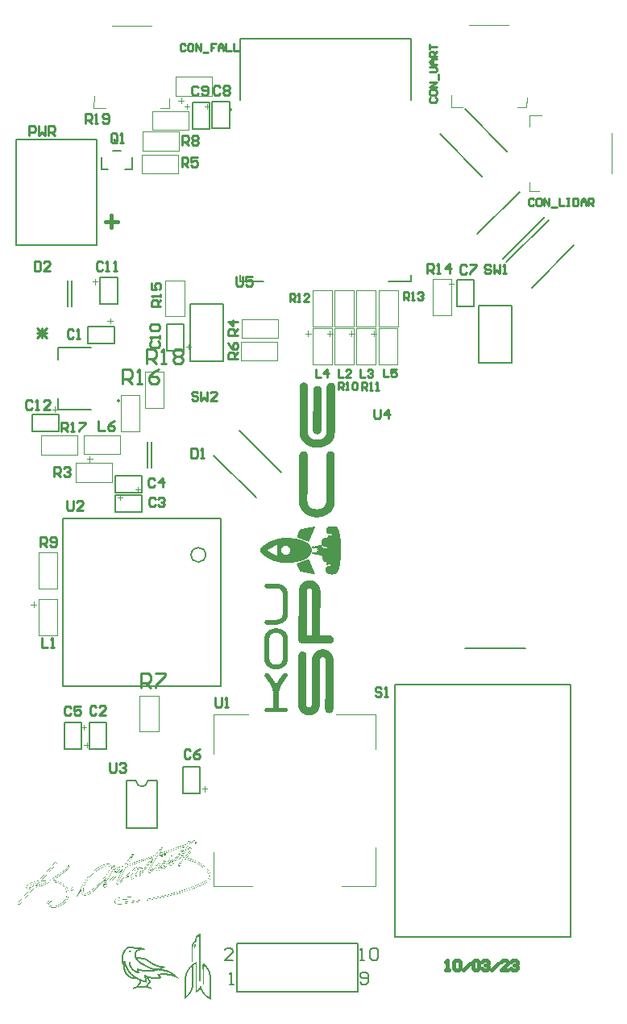
<source format=gto>
G04*
G04 #@! TF.GenerationSoftware,Altium Limited,Altium Designer,22.9.1 (49)*
G04*
G04 Layer_Color=65535*
%FSLAX25Y25*%
%MOIN*%
G70*
G04*
G04 #@! TF.SameCoordinates,5637A8B9-9DC4-41E7-96B4-60DE8AE1DB3B*
G04*
G04*
G04 #@! TF.FilePolarity,Positive*
G04*
G01*
G75*
%ADD10C,0.00787*%
%ADD11C,0.00394*%
%ADD12C,0.00500*%
%ADD13C,0.01575*%
%ADD14C,0.00800*%
%ADD15C,0.01000*%
G36*
X117082Y254467D02*
X117091Y254457D01*
X117111Y254425D01*
X117127Y254409D01*
X117312Y254412D01*
X117335Y254402D01*
X117361Y254357D01*
X117393Y254344D01*
X117503Y254350D01*
X117533Y254328D01*
X117549Y254292D01*
X117575Y254286D01*
X117640Y254279D01*
X117656Y254263D01*
X117662Y254250D01*
X117685Y254227D01*
X117698Y254221D01*
X117721Y254198D01*
X117740Y254166D01*
X117824Y254159D01*
X117844Y254140D01*
X117850Y254127D01*
X117860Y254110D01*
X117873Y254104D01*
X117902Y254081D01*
X117909Y254068D01*
X117944Y254033D01*
X117957Y254026D01*
X117967Y254016D01*
X117974Y254003D01*
X118003Y253974D01*
X118016Y253968D01*
X118026Y253958D01*
X118032Y253945D01*
X118068Y253909D01*
X118081Y253903D01*
X118090Y253893D01*
X118097Y253880D01*
X118113Y253857D01*
X118126Y253851D01*
X118155Y253828D01*
X118162Y253744D01*
X118172Y253734D01*
X118204Y253715D01*
X118220Y253698D01*
X118227Y253685D01*
X118249Y253663D01*
X118262Y253656D01*
X118279Y253640D01*
X118285Y253614D01*
X118279Y253595D01*
X118285Y253556D01*
X118340Y253520D01*
X118347Y253436D01*
X118360Y253423D01*
X118392Y253403D01*
X118402Y253394D01*
X118408Y253368D01*
X118402Y253283D01*
X118408Y253277D01*
X118402Y253257D01*
X118408Y253186D01*
X118418Y253176D01*
X118431Y253170D01*
X118467Y253141D01*
X118473Y253102D01*
X118467Y253082D01*
X118470Y244250D01*
X118463Y244224D01*
X118450Y244211D01*
X118418Y244192D01*
X118408Y244182D01*
X118402Y244156D01*
X118408Y233693D01*
X118418Y233683D01*
X118431Y233677D01*
X118467Y233647D01*
X118463Y233411D01*
X118470Y233385D01*
X118489Y233365D01*
X118522Y233346D01*
X118532Y233317D01*
X118528Y233236D01*
X118532Y233219D01*
X118525Y233200D01*
X118532Y233135D01*
X118548Y233119D01*
X118580Y233099D01*
X118590Y233090D01*
X118596Y233064D01*
X118590Y232999D01*
X118596Y232947D01*
X118613Y232931D01*
X118645Y232911D01*
X118655Y232902D01*
X118661Y232817D01*
X118671Y232807D01*
X118707Y232791D01*
X118720Y232759D01*
X118713Y232733D01*
X118720Y232694D01*
X118775Y232658D01*
X118781Y232574D01*
X118794Y232561D01*
X118807Y232554D01*
X118843Y232525D01*
X118849Y232512D01*
X118872Y232490D01*
X118885Y232483D01*
X118901Y232467D01*
X118908Y232382D01*
X118947Y232357D01*
X118966Y232337D01*
X118973Y232324D01*
X118989Y232308D01*
X119002Y232301D01*
X119025Y232285D01*
X119031Y232253D01*
X119025Y232233D01*
X119031Y232201D01*
X119047Y232185D01*
X119080Y232165D01*
X119112Y232126D01*
X119125Y232113D01*
X119138Y232107D01*
X119148Y232097D01*
X119154Y232084D01*
X119190Y232049D01*
X119203Y232042D01*
X119213Y232032D01*
X119219Y232019D01*
X119248Y231990D01*
X119261Y231984D01*
X119271Y231974D01*
X119278Y231961D01*
X119313Y231925D01*
X119326Y231919D01*
X119336Y231909D01*
X119342Y231896D01*
X119378Y231860D01*
X119391Y231854D01*
X119407Y231831D01*
X119436Y231802D01*
X119449Y231796D01*
X119459Y231786D01*
X119466Y231773D01*
X119501Y231737D01*
X119514Y231731D01*
X119524Y231721D01*
X119530Y231708D01*
X119560Y231679D01*
X119573Y231672D01*
X119582Y231663D01*
X119589Y231649D01*
X119624Y231614D01*
X119638Y231607D01*
X119647Y231598D01*
X119667Y231565D01*
X119676Y231555D01*
X119761Y231549D01*
X119787Y231510D01*
X119800Y231497D01*
X119813Y231491D01*
X119842Y231461D01*
X119858Y231432D01*
X119887Y231429D01*
X119936Y231432D01*
X119959Y231410D01*
X119965Y231397D01*
X119994Y231367D01*
X120007Y231361D01*
X120024Y231345D01*
X120043Y231312D01*
X120072Y231302D01*
X120111Y231309D01*
X120143Y231290D01*
X120169Y231244D01*
X120254Y231238D01*
X120270Y231221D01*
X120289Y231189D01*
X120319Y231179D01*
X120384Y231173D01*
X120393Y231163D01*
X120413Y231131D01*
X120422Y231121D01*
X120448Y231114D01*
X120559Y231121D01*
X120581Y231098D01*
X120601Y231066D01*
X120610Y231056D01*
X120666Y231053D01*
X120705Y231059D01*
X120727Y231062D01*
X120760Y231043D01*
X120770Y231033D01*
X120789Y231001D01*
X120818Y230991D01*
X120990Y230994D01*
X121013Y230978D01*
X121039Y230939D01*
X121071Y230926D01*
X121155Y230933D01*
X121318Y230926D01*
X121350Y230874D01*
X121376Y230868D01*
X121794Y230871D01*
X121817Y230861D01*
X121827Y230852D01*
X121846Y230819D01*
X121856Y230809D01*
X121882Y230803D01*
X122025Y230809D01*
X122735Y230806D01*
X122758Y230816D01*
X122767Y230826D01*
X122787Y230858D01*
X122797Y230868D01*
X122823Y230874D01*
X122887Y230868D01*
X123192Y230874D01*
X123202Y230884D01*
X123225Y230926D01*
X123251Y230933D01*
X123539Y230929D01*
X123572Y230942D01*
X123578Y230955D01*
X123594Y230985D01*
X123608Y230991D01*
X123627Y230998D01*
X123731Y230991D01*
X123809Y230998D01*
X123831Y231020D01*
X123851Y231053D01*
X123886Y231062D01*
X123932Y231056D01*
X123958Y231049D01*
X123984Y231056D01*
X124013Y231072D01*
X124036Y231114D01*
X124062Y231121D01*
X124110Y231118D01*
X124133Y231134D01*
X124143Y231143D01*
X124162Y231176D01*
X124240Y231183D01*
X124263Y231199D01*
X124285Y231234D01*
X124295Y231244D01*
X124415Y231241D01*
X124438Y231251D01*
X124448Y231260D01*
X124454Y231273D01*
X124477Y231302D01*
X124490Y231309D01*
X124519Y231338D01*
X124525Y231351D01*
X124542Y231367D01*
X124626Y231374D01*
X124636Y231383D01*
X124658Y231426D01*
X124684Y231432D01*
X124726Y231429D01*
X124749Y231439D01*
X124765Y231455D01*
X124785Y231487D01*
X124817Y231507D01*
X124824Y231520D01*
X124837Y231533D01*
X124843Y231546D01*
X124882Y231572D01*
X124889Y231585D01*
X124911Y231614D01*
X124937Y231620D01*
X124963Y231614D01*
X124996Y231620D01*
X125005Y231630D01*
X125012Y231643D01*
X125041Y231679D01*
X125054Y231685D01*
X125077Y231708D01*
X125083Y231721D01*
X125106Y231744D01*
X125119Y231750D01*
X125142Y231773D01*
X125148Y231786D01*
X125171Y231808D01*
X125184Y231815D01*
X125200Y231831D01*
X125206Y231844D01*
X125229Y231867D01*
X125242Y231873D01*
X125265Y231896D01*
X125271Y231909D01*
X125294Y231932D01*
X125307Y231938D01*
X125323Y231954D01*
X125330Y231967D01*
X125359Y231996D01*
X125372Y232003D01*
X125388Y232019D01*
X125395Y232032D01*
X125417Y232055D01*
X125450Y232074D01*
X125456Y232159D01*
X125476Y232178D01*
X125505Y232194D01*
X125511Y232207D01*
X125534Y232237D01*
X125547Y232243D01*
X125583Y232279D01*
X125589Y232292D01*
X125599Y232301D01*
X125631Y232321D01*
X125641Y232331D01*
X125648Y232415D01*
X125687Y232441D01*
X125699Y232454D01*
X125706Y232467D01*
X125729Y232490D01*
X125742Y232496D01*
X125758Y232506D01*
X125764Y232532D01*
X125771Y232597D01*
X125787Y232613D01*
X125820Y232632D01*
X125829Y232642D01*
X125826Y232704D01*
X125836Y232726D01*
X125846Y232736D01*
X125881Y232752D01*
X125888Y232778D01*
X125894Y232850D01*
X125946Y232882D01*
X125952Y232908D01*
X125949Y233015D01*
X125962Y233041D01*
X125975Y233047D01*
X126004Y233064D01*
X126017Y233096D01*
X126011Y233206D01*
X126034Y233236D01*
X126066Y233255D01*
X126076Y233265D01*
X126079Y233307D01*
X126076Y233524D01*
X126099Y233547D01*
X126131Y233566D01*
X126141Y233596D01*
X126137Y233956D01*
X126154Y233978D01*
X126189Y234001D01*
X126199Y234011D01*
X126206Y234056D01*
X126199Y234102D01*
X126206Y243125D01*
X126257Y243157D01*
X126264Y243183D01*
X126261Y252943D01*
X126270Y252965D01*
X126280Y252975D01*
X126312Y252995D01*
X126322Y253004D01*
X126329Y253050D01*
X126322Y253095D01*
X126329Y253128D01*
X126322Y253147D01*
X126329Y253212D01*
X126339Y253222D01*
X126371Y253241D01*
X126387Y253257D01*
X126390Y253299D01*
X126384Y253339D01*
X126381Y253374D01*
X126400Y253407D01*
X126436Y253429D01*
X126445Y253439D01*
X126452Y253465D01*
X126445Y253491D01*
X126455Y253527D01*
X126501Y253553D01*
X126510Y253562D01*
X126517Y253647D01*
X126533Y253663D01*
X126562Y253679D01*
X126569Y253692D01*
X126592Y253721D01*
X126604Y253728D01*
X126640Y253763D01*
X126647Y253776D01*
X126656Y253786D01*
X126669Y253793D01*
X126699Y253822D01*
X126705Y253835D01*
X126715Y253844D01*
X126728Y253851D01*
X126763Y253887D01*
X126770Y253900D01*
X126780Y253909D01*
X126793Y253916D01*
X126828Y253952D01*
X126835Y253964D01*
X126844Y253974D01*
X126857Y253981D01*
X126887Y254010D01*
X126893Y254023D01*
X126903Y254033D01*
X126916Y254039D01*
X126952Y254075D01*
X126958Y254088D01*
X126968Y254097D01*
X126981Y254104D01*
X127003Y254120D01*
X127023Y254153D01*
X127033Y254162D01*
X127117Y254169D01*
X127127Y254179D01*
X127149Y254221D01*
X127188Y254227D01*
X127208Y254221D01*
X127243Y254230D01*
X127250Y254243D01*
X127279Y254286D01*
X127363Y254292D01*
X127380Y254308D01*
X127399Y254341D01*
X127409Y254350D01*
X127509Y254347D01*
X127532Y254350D01*
X127551Y254344D01*
X127610Y254350D01*
X127626Y254367D01*
X127642Y254402D01*
X127675Y254415D01*
X127759Y254409D01*
X128333Y254412D01*
X128356Y254402D01*
X128366Y254393D01*
X128385Y254360D01*
X128395Y254350D01*
X128421Y254344D01*
X128524Y254350D01*
X128554Y254328D01*
X128573Y254295D01*
X128583Y254286D01*
X128635Y254279D01*
X128654Y254286D01*
X128697Y254289D01*
X128722Y254282D01*
X128742Y254263D01*
X128761Y254230D01*
X128790Y254221D01*
X128836Y254227D01*
X128865Y254205D01*
X128885Y254172D01*
X128923Y254146D01*
X128943Y254114D01*
X128959Y254097D01*
X129037Y254091D01*
X129053Y254075D01*
X129060Y254062D01*
X129082Y254039D01*
X129095Y254033D01*
X129118Y254010D01*
X129125Y253997D01*
X129147Y253974D01*
X129160Y253968D01*
X129176Y253952D01*
X129183Y253939D01*
X129206Y253916D01*
X129219Y253909D01*
X129241Y253887D01*
X129248Y253874D01*
X129271Y253851D01*
X129283Y253844D01*
X129306Y253822D01*
X129313Y253809D01*
X129335Y253786D01*
X129348Y253780D01*
X129365Y253763D01*
X129371Y253685D01*
X129387Y253669D01*
X129400Y253663D01*
X129417Y253653D01*
X129423Y253640D01*
X129436Y253627D01*
X129443Y253614D01*
X129452Y253604D01*
X129485Y253585D01*
X129491Y253559D01*
X129494Y253556D01*
X129488Y253536D01*
X129494Y253497D01*
X129511Y253481D01*
X129543Y253462D01*
X129553Y253452D01*
X129550Y253332D01*
X129559Y253309D01*
X129575Y253293D01*
X129608Y253274D01*
X129618Y253244D01*
X129611Y253141D01*
X129640Y253105D01*
X129673Y253085D01*
X129679Y253060D01*
X129683Y253043D01*
X129676Y253024D01*
X129679Y245619D01*
X129666Y245587D01*
X129653Y245580D01*
X129618Y245557D01*
X129611Y245532D01*
X129614Y233651D01*
X129598Y233628D01*
X129562Y233605D01*
X129553Y233596D01*
X129546Y233550D01*
X129553Y233485D01*
X129550Y232593D01*
X129553Y232525D01*
X129530Y232503D01*
X129498Y232483D01*
X129488Y232454D01*
X129491Y232230D01*
X129478Y232198D01*
X129436Y232175D01*
X129423Y232142D01*
X129426Y232074D01*
X129423Y232026D01*
X129429Y232006D01*
X129423Y231961D01*
X129400Y231938D01*
X129371Y231922D01*
X129358Y231876D01*
X129365Y231812D01*
X129358Y231766D01*
X129306Y231734D01*
X129300Y231708D01*
X129303Y231601D01*
X129293Y231578D01*
X129283Y231568D01*
X129241Y231546D01*
X129238Y231517D01*
X129241Y231468D01*
X129219Y231445D01*
X129206Y231439D01*
X129183Y231422D01*
X129176Y231397D01*
X129170Y231364D01*
X129176Y231345D01*
X129183Y231299D01*
X129167Y231263D01*
X129121Y231238D01*
X129112Y231208D01*
X129118Y231163D01*
X129095Y231134D01*
X129063Y231114D01*
X129053Y231105D01*
X129047Y231020D01*
X129037Y231011D01*
X129005Y230991D01*
X128995Y230981D01*
X128988Y230968D01*
X128959Y230939D01*
X128937Y230929D01*
X128927Y230894D01*
X128930Y230845D01*
X128907Y230822D01*
X128875Y230803D01*
X128865Y230793D01*
X128859Y230709D01*
X128849Y230699D01*
X128836Y230693D01*
X128813Y230677D01*
X128807Y230663D01*
X128790Y230641D01*
X128778Y230634D01*
X128765Y230621D01*
X128755Y230618D01*
X128748Y230605D01*
X128735Y230592D01*
X128729Y230579D01*
X128690Y230553D01*
X128677Y230540D01*
X128680Y230485D01*
X128674Y230459D01*
X128628Y230427D01*
X128619Y230417D01*
X128612Y230404D01*
X128589Y230381D01*
X128560Y230365D01*
X128554Y230339D01*
X128547Y230274D01*
X128531Y230258D01*
X128518Y230252D01*
X128489Y230222D01*
X128482Y230209D01*
X128473Y230200D01*
X128460Y230193D01*
X128430Y230164D01*
X128424Y230151D01*
X128408Y230135D01*
X128395Y230128D01*
X128366Y230099D01*
X128359Y230086D01*
X128349Y230076D01*
X128336Y230070D01*
X128307Y230041D01*
X128301Y230028D01*
X128285Y230012D01*
X128272Y230005D01*
X128242Y229976D01*
X128236Y229963D01*
X128220Y229947D01*
X128187Y229927D01*
X128177Y229898D01*
X128184Y229872D01*
X128177Y229840D01*
X128168Y229830D01*
X128155Y229823D01*
X128126Y229801D01*
X128119Y229788D01*
X128109Y229771D01*
X128096Y229765D01*
X128083Y229752D01*
X128070Y229746D01*
X128061Y229736D01*
X128054Y229723D01*
X128025Y229694D01*
X128012Y229687D01*
X128002Y229678D01*
X127996Y229664D01*
X127960Y229629D01*
X127947Y229622D01*
X127937Y229613D01*
X127931Y229600D01*
X127902Y229570D01*
X127889Y229564D01*
X127873Y229548D01*
X127853Y229515D01*
X127769Y229509D01*
X127749Y229489D01*
X127730Y229457D01*
X127707Y229441D01*
X127684Y229418D01*
X127678Y229405D01*
X127662Y229389D01*
X127649Y229382D01*
X127620Y229353D01*
X127613Y229340D01*
X127597Y229324D01*
X127584Y229317D01*
X127555Y229288D01*
X127548Y229275D01*
X127539Y229266D01*
X127526Y229259D01*
X127496Y229230D01*
X127490Y229217D01*
X127474Y229201D01*
X127461Y229194D01*
X127445Y229185D01*
X127438Y229171D01*
X127415Y229142D01*
X127389Y229136D01*
X127347Y229139D01*
X127324Y229129D01*
X127298Y229090D01*
X127279Y229071D01*
X127266Y229064D01*
X127250Y229048D01*
X127243Y229035D01*
X127234Y229019D01*
X127208Y229013D01*
X127143Y229006D01*
X127127Y228990D01*
X127107Y228957D01*
X127068Y228931D01*
X127062Y228919D01*
X127046Y228896D01*
X127033Y228889D01*
X127003Y228867D01*
X126984Y228834D01*
X126955Y228824D01*
X126906Y228828D01*
X126880Y228808D01*
X126861Y228776D01*
X126851Y228766D01*
X126767Y228760D01*
X126741Y228721D01*
X126715Y228695D01*
X126702Y228688D01*
X126692Y228678D01*
X126686Y228665D01*
X126669Y228643D01*
X126630Y228636D01*
X126611Y228643D01*
X126585Y228636D01*
X126569Y228620D01*
X126549Y228588D01*
X126540Y228578D01*
X126455Y228572D01*
X126445Y228562D01*
X126426Y228529D01*
X126410Y228513D01*
X126397Y228507D01*
X126374Y228484D01*
X126364Y228461D01*
X126339Y228455D01*
X126267Y228448D01*
X126235Y228396D01*
X126215Y228390D01*
X126144Y228383D01*
X126134Y228374D01*
X126115Y228341D01*
X126105Y228331D01*
X126079Y228325D01*
X126053Y228331D01*
X126021Y228325D01*
X126011Y228315D01*
X125985Y228270D01*
X125901Y228263D01*
X125881Y228244D01*
X125862Y228211D01*
X125832Y228202D01*
X125729Y228208D01*
X125693Y228179D01*
X125674Y228147D01*
X125589Y228140D01*
X125570Y228121D01*
X125550Y228088D01*
X125541Y228079D01*
X125421Y228082D01*
X125398Y228072D01*
X125382Y228056D01*
X125362Y228023D01*
X125333Y228014D01*
X125307Y228020D01*
X125275Y228014D01*
X125265Y228004D01*
X125258Y227991D01*
X125242Y227962D01*
X125216Y227955D01*
X125197Y227949D01*
X125177Y227955D01*
X125119Y227962D01*
X125100Y227955D01*
X125086Y227949D01*
X125077Y227939D01*
X125057Y227907D01*
X125041Y227890D01*
X124918Y227897D01*
X124889Y227874D01*
X124869Y227842D01*
X124859Y227832D01*
X124814Y227825D01*
X124795Y227832D01*
X124717Y227825D01*
X124700Y227809D01*
X124694Y227796D01*
X124678Y227774D01*
X124652Y227767D01*
X124584Y227770D01*
X124535Y227767D01*
X124516Y227774D01*
X124470Y227767D01*
X124448Y227744D01*
X124428Y227712D01*
X124399Y227702D01*
X124315Y227709D01*
X124217Y227702D01*
X124201Y227686D01*
X124182Y227654D01*
X124172Y227644D01*
X123942Y227647D01*
X123909Y227641D01*
X123890Y227621D01*
X123870Y227589D01*
X123841Y227579D01*
X123718Y227586D01*
X123617Y227582D01*
X123549Y227586D01*
X123513Y227556D01*
X123494Y227524D01*
X123458Y227514D01*
X123413Y227521D01*
X123095Y227514D01*
X123085Y227504D01*
X123079Y227491D01*
X123050Y227456D01*
X122956Y227459D01*
X121655Y227456D01*
X121635Y227462D01*
X121609Y227456D01*
X121545Y227462D01*
X121535Y227472D01*
X121516Y227504D01*
X121499Y227521D01*
X121068Y227517D01*
X121045Y227527D01*
X121035Y227537D01*
X121016Y227569D01*
X121006Y227579D01*
X120980Y227586D01*
X120893Y227582D01*
X120805Y227586D01*
X120786Y227579D01*
X120740Y227586D01*
X120724Y227602D01*
X120718Y227615D01*
X120695Y227644D01*
X120653Y227647D01*
X120429Y227644D01*
X120413Y227660D01*
X120396Y227696D01*
X120384Y227702D01*
X120364Y227709D01*
X120192Y227706D01*
X120166Y227718D01*
X120143Y227761D01*
X120111Y227774D01*
X120001Y227767D01*
X119978Y227783D01*
X119955Y227825D01*
X119929Y227832D01*
X119757Y227829D01*
X119735Y227845D01*
X119725Y227855D01*
X119719Y227868D01*
X119702Y227890D01*
X119657Y227897D01*
X119566Y227890D01*
X119543Y227907D01*
X119518Y227952D01*
X119433Y227958D01*
X119414Y227978D01*
X119394Y228010D01*
X119365Y228020D01*
X119258Y228017D01*
X119232Y228030D01*
X119206Y228075D01*
X119122Y228082D01*
X119102Y228101D01*
X119083Y228134D01*
X119054Y228143D01*
X118947Y228140D01*
X118924Y228156D01*
X118914Y228166D01*
X118895Y228199D01*
X118866Y228208D01*
X118846Y228202D01*
X118807Y228208D01*
X118791Y228224D01*
X118775Y228260D01*
X118749Y228267D01*
X118677Y228273D01*
X118661Y228302D01*
X118655Y228315D01*
X118645Y228325D01*
X118619Y228331D01*
X118574Y228325D01*
X118544Y228348D01*
X118525Y228380D01*
X118515Y228390D01*
X118431Y228396D01*
X118421Y228406D01*
X118398Y228448D01*
X118373Y228455D01*
X118308Y228461D01*
X118291Y228477D01*
X118285Y228490D01*
X118262Y228513D01*
X118249Y228520D01*
X118227Y228542D01*
X118207Y228575D01*
X118123Y228581D01*
X118110Y228594D01*
X118087Y228636D01*
X118061Y228643D01*
X118016Y228636D01*
X117987Y228653D01*
X117967Y228685D01*
X117951Y228701D01*
X117938Y228708D01*
X117915Y228730D01*
X117899Y228760D01*
X117873Y228766D01*
X117808Y228773D01*
X117792Y228789D01*
X117786Y228802D01*
X117756Y228831D01*
X117743Y228837D01*
X117734Y228847D01*
X117714Y228880D01*
X117704Y228889D01*
X117620Y228896D01*
X117610Y228906D01*
X117591Y228938D01*
X117581Y228948D01*
X117568Y228954D01*
X117539Y228983D01*
X117533Y228996D01*
X117523Y229006D01*
X117510Y229013D01*
X117481Y229042D01*
X117474Y229055D01*
X117464Y229071D01*
X117438Y229077D01*
X117374Y229084D01*
X117357Y229100D01*
X117351Y229113D01*
X117328Y229136D01*
X117315Y229142D01*
X117292Y229165D01*
X117286Y229178D01*
X117263Y229201D01*
X117250Y229207D01*
X117234Y229223D01*
X117228Y229236D01*
X117205Y229259D01*
X117192Y229266D01*
X117169Y229288D01*
X117150Y229321D01*
X117065Y229327D01*
X117052Y229340D01*
X117046Y229353D01*
X117030Y229376D01*
X117017Y229382D01*
X117004Y229395D01*
X116991Y229402D01*
X116965Y229441D01*
X116952Y229447D01*
X116929Y229463D01*
X116923Y229476D01*
X116910Y229489D01*
X116906Y229499D01*
X116893Y229506D01*
X116881Y229519D01*
X116868Y229525D01*
X116842Y229564D01*
X116829Y229570D01*
X116799Y229593D01*
X116793Y229606D01*
X116777Y229629D01*
X116764Y229635D01*
X116741Y229651D01*
X116735Y229664D01*
X116722Y229678D01*
X116718Y229687D01*
X116705Y229694D01*
X116692Y229707D01*
X116680Y229713D01*
X116663Y229736D01*
X116634Y229765D01*
X116621Y229771D01*
X116589Y229811D01*
X116569Y229830D01*
X116556Y229836D01*
X116530Y229875D01*
X116517Y229882D01*
X116488Y229905D01*
X116482Y229918D01*
X116465Y229940D01*
X116452Y229947D01*
X116430Y229963D01*
X116423Y229976D01*
X116410Y229989D01*
X116407Y229999D01*
X116394Y230005D01*
X116381Y230018D01*
X116368Y230025D01*
X116342Y230064D01*
X116329Y230070D01*
X116300Y230093D01*
X116294Y230177D01*
X116284Y230187D01*
X116271Y230193D01*
X116235Y230222D01*
X116229Y230235D01*
X116206Y230258D01*
X116193Y230265D01*
X116177Y230281D01*
X116170Y230294D01*
X116141Y230323D01*
X116128Y230329D01*
X116112Y230346D01*
X116105Y230430D01*
X116060Y230456D01*
X116053Y230469D01*
X116024Y230505D01*
X116011Y230511D01*
X115982Y230540D01*
X115976Y230553D01*
X115959Y230569D01*
X115930Y230586D01*
X115924Y230612D01*
X115927Y230654D01*
X115917Y230677D01*
X115908Y230686D01*
X115895Y230693D01*
X115865Y230715D01*
X115859Y230728D01*
X115849Y230745D01*
X115836Y230751D01*
X115800Y230780D01*
X115794Y230865D01*
X115784Y230874D01*
X115752Y230894D01*
X115736Y230910D01*
X115729Y230923D01*
X115713Y230939D01*
X115700Y230946D01*
X115677Y230968D01*
X115671Y231053D01*
X115619Y231085D01*
X115612Y231111D01*
X115606Y231176D01*
X115596Y231186D01*
X115564Y231205D01*
X115554Y231215D01*
X115551Y231244D01*
X115554Y231286D01*
X115538Y231309D01*
X115496Y231332D01*
X115489Y231358D01*
X115483Y231422D01*
X115466Y231439D01*
X115434Y231458D01*
X115424Y231487D01*
X115431Y231533D01*
X115408Y231562D01*
X115372Y231578D01*
X115366Y231604D01*
X115359Y231676D01*
X115307Y231708D01*
X115301Y231734D01*
X115307Y231838D01*
X115278Y231873D01*
X115246Y231893D01*
X115236Y231922D01*
X115243Y232026D01*
X115226Y232055D01*
X115184Y232078D01*
X115178Y232104D01*
X115181Y232262D01*
X115174Y232289D01*
X115155Y232308D01*
X115142Y232314D01*
X115119Y232331D01*
X115113Y232357D01*
X115119Y232480D01*
X115113Y232538D01*
X115090Y232561D01*
X115058Y232580D01*
X115048Y232616D01*
X115055Y232642D01*
X115048Y232914D01*
X115032Y232931D01*
X114999Y232950D01*
X114990Y232979D01*
X114993Y233067D01*
X114990Y236832D01*
Y236839D01*
X114993Y241604D01*
X114990Y241678D01*
X115006Y241701D01*
X115038Y241720D01*
X115055Y241737D01*
X115051Y252884D01*
X115068Y252907D01*
X115077Y252917D01*
X115110Y252936D01*
X115119Y252972D01*
X115113Y253076D01*
X115116Y253196D01*
X115113Y253264D01*
X115136Y253287D01*
X115168Y253306D01*
X115178Y253335D01*
X115184Y253361D01*
X115178Y253387D01*
X115171Y253432D01*
X115188Y253468D01*
X115233Y253494D01*
X115243Y253523D01*
X115236Y253569D01*
X115259Y253598D01*
X115272Y253604D01*
X115295Y253621D01*
X115301Y253634D01*
X115324Y253663D01*
X115356Y253682D01*
X115366Y253692D01*
X115372Y253776D01*
X115411Y253802D01*
X115424Y253815D01*
X115431Y253828D01*
X115460Y253857D01*
X115473Y253864D01*
X115483Y253874D01*
X115489Y253887D01*
X115518Y253916D01*
X115531Y253922D01*
X115548Y253939D01*
X115554Y253952D01*
X115583Y253981D01*
X115596Y253987D01*
X115606Y253997D01*
X115612Y254010D01*
X115642Y254039D01*
X115655Y254046D01*
X115671Y254062D01*
X115677Y254075D01*
X115706Y254104D01*
X115719Y254110D01*
X115736Y254127D01*
X115742Y254140D01*
X115765Y254162D01*
X115778Y254169D01*
X115800Y254191D01*
X115817Y254221D01*
X115856Y254227D01*
X115875Y254221D01*
X115901Y254227D01*
X115917Y254243D01*
X115937Y254276D01*
X115946Y254286D01*
X116031Y254292D01*
X116041Y254302D01*
X116063Y254344D01*
X116089Y254350D01*
X116138Y254347D01*
X116164Y254360D01*
X116190Y254406D01*
X116225Y254415D01*
X116271Y254409D01*
X116401Y254415D01*
X116417Y254432D01*
X116436Y254464D01*
X116446Y254474D01*
X117082Y254467D01*
D02*
G37*
G36*
X122754Y253030D02*
X122761Y253017D01*
X122790Y252982D01*
X122816Y252975D01*
X122920Y252982D01*
X122949Y252959D01*
X122968Y252926D01*
X122978Y252917D01*
X123024Y252910D01*
X123069Y252917D01*
X123121Y252910D01*
X123137Y252894D01*
X123157Y252862D01*
X123166Y252852D01*
X123251Y252846D01*
X123277Y252806D01*
X123290Y252794D01*
X123303Y252787D01*
X123325Y252764D01*
X123332Y252751D01*
X123342Y252735D01*
X123368Y252729D01*
X123432Y252722D01*
X123449Y252706D01*
X123455Y252693D01*
X123484Y252664D01*
X123497Y252657D01*
X123513Y252641D01*
X123520Y252628D01*
X123543Y252606D01*
X123556Y252599D01*
X123572Y252583D01*
X123578Y252570D01*
X123608Y252541D01*
X123620Y252534D01*
X123637Y252518D01*
X123643Y252505D01*
X123666Y252482D01*
X123679Y252476D01*
X123695Y252460D01*
X123702Y252447D01*
X123731Y252417D01*
X123744Y252411D01*
X123760Y252395D01*
X123766Y252310D01*
X123805Y252284D01*
X123825Y252265D01*
X123831Y252252D01*
X123847Y252236D01*
X123861Y252229D01*
X123883Y252213D01*
X123886Y252184D01*
X123883Y252135D01*
X123906Y252112D01*
X123938Y252093D01*
X123948Y252083D01*
X123951Y252048D01*
X123945Y252009D01*
X123942Y251967D01*
X123961Y251934D01*
X123971Y251924D01*
X124003Y251905D01*
X124013Y251876D01*
X124006Y251772D01*
X124023Y251743D01*
X124065Y251720D01*
X124078Y251675D01*
X124071Y251649D01*
X124074Y244931D01*
X124065Y244909D01*
X124049Y244893D01*
X124016Y244873D01*
X124006Y244844D01*
X124010Y234585D01*
X123994Y234562D01*
X123958Y234539D01*
X123948Y234530D01*
X123942Y234484D01*
X123948Y234439D01*
X123945Y234338D01*
X123948Y234270D01*
X123919Y234241D01*
X123890Y234225D01*
X123883Y234199D01*
X123886Y234092D01*
X123873Y234066D01*
X123828Y234040D01*
X123818Y234004D01*
X123825Y233985D01*
X123818Y233952D01*
X123802Y233936D01*
X123789Y233930D01*
X123760Y233900D01*
X123753Y233888D01*
X123737Y233871D01*
X123705Y233852D01*
X123695Y233823D01*
X123698Y233781D01*
X123689Y233758D01*
X123679Y233748D01*
X123646Y233729D01*
X123630Y233706D01*
X123601Y233677D01*
X123588Y233670D01*
X123578Y233660D01*
X123572Y233647D01*
X123536Y233612D01*
X123523Y233605D01*
X123507Y233583D01*
X123497Y233566D01*
X123484Y233560D01*
X123455Y233537D01*
X123449Y233524D01*
X123439Y233508D01*
X123426Y233502D01*
X123413Y233488D01*
X123400Y233482D01*
X123384Y233459D01*
X123348Y233424D01*
X123335Y233417D01*
X123319Y233395D01*
X123290Y233365D01*
X123277Y233359D01*
X123267Y233349D01*
X123248Y233317D01*
X123212Y233307D01*
X123186Y233313D01*
X123160Y233307D01*
X123144Y233291D01*
X123124Y233258D01*
X123115Y233248D01*
X123030Y233242D01*
X123020Y233232D01*
X122998Y233190D01*
X122972Y233184D01*
X122923Y233187D01*
X122900Y233171D01*
X122891Y233161D01*
X122871Y233128D01*
X122836Y233119D01*
X122790Y233125D01*
X122660Y233119D01*
X122644Y233103D01*
X122625Y233070D01*
X122615Y233060D01*
X121979Y233067D01*
X121969Y233077D01*
X121947Y233119D01*
X121921Y233125D01*
X121749Y233122D01*
X121716Y233148D01*
X121697Y233180D01*
X121661Y233190D01*
X121558Y233184D01*
X121535Y233200D01*
X121516Y233232D01*
X121506Y233242D01*
X121493Y233248D01*
X121464Y233278D01*
X121447Y233307D01*
X121421Y233313D01*
X121376Y233307D01*
X121347Y233330D01*
X121340Y233343D01*
X121311Y233372D01*
X121298Y233378D01*
X121282Y233395D01*
X121263Y233427D01*
X121253Y233437D01*
X121168Y233443D01*
X121159Y233453D01*
X121139Y233485D01*
X121116Y233502D01*
X121100Y233511D01*
X121094Y233524D01*
X121071Y233553D01*
X121058Y233560D01*
X121042Y233570D01*
X121035Y233583D01*
X121022Y233596D01*
X121016Y233609D01*
X120977Y233641D01*
X120964Y233654D01*
X120958Y233667D01*
X120948Y233677D01*
X120935Y233683D01*
X120912Y233699D01*
X120906Y233725D01*
X120899Y233790D01*
X120889Y233800D01*
X120857Y233819D01*
X120847Y233829D01*
X120841Y233842D01*
X120831Y233858D01*
X120818Y233865D01*
X120782Y233894D01*
X120776Y233978D01*
X120766Y233988D01*
X120724Y234011D01*
X120718Y234037D01*
X120724Y234140D01*
X120705Y234173D01*
X120669Y234196D01*
X120659Y234205D01*
X120653Y234251D01*
X120659Y234270D01*
X120653Y234348D01*
X120636Y234364D01*
X120604Y234384D01*
X120594Y234394D01*
X120598Y234494D01*
X120594Y242431D01*
X120617Y242453D01*
X120650Y242473D01*
X120659Y242483D01*
X120653Y251558D01*
Y251564D01*
X120666Y251597D01*
X120711Y251623D01*
X120724Y251655D01*
X120718Y251739D01*
X120724Y251759D01*
X120718Y251778D01*
X120724Y251837D01*
X120747Y251859D01*
X120776Y251876D01*
X120782Y251902D01*
X120786Y251931D01*
X120779Y251970D01*
X120776Y252005D01*
X120799Y252041D01*
X120841Y252064D01*
X120847Y252090D01*
X120841Y252135D01*
X120870Y252171D01*
X120902Y252190D01*
X120909Y252275D01*
X120922Y252288D01*
X120935Y252294D01*
X120964Y252317D01*
X120971Y252330D01*
X120980Y252346D01*
X120993Y252352D01*
X121006Y252365D01*
X121019Y252372D01*
X121045Y252411D01*
X121058Y252417D01*
X121094Y252447D01*
X121100Y252531D01*
X121136Y252554D01*
X121152Y252570D01*
X121159Y252583D01*
X121168Y252599D01*
X121194Y252606D01*
X121259Y252612D01*
X121275Y252628D01*
X121292Y252657D01*
X121305Y252664D01*
X121318Y252677D01*
X121331Y252683D01*
X121347Y252706D01*
X121356Y252722D01*
X121370Y252729D01*
X121399Y252751D01*
X121405Y252764D01*
X121421Y252787D01*
X121447Y252794D01*
X121490Y252790D01*
X121512Y252800D01*
X121522Y252810D01*
X121541Y252842D01*
X121551Y252852D01*
X121635Y252858D01*
X121645Y252868D01*
X121668Y252910D01*
X121694Y252917D01*
X121759Y252923D01*
X121775Y252940D01*
X121794Y252972D01*
X121824Y252982D01*
X121927Y252975D01*
X122005Y252982D01*
X122021Y252998D01*
X122041Y253030D01*
X122051Y253040D01*
X122080Y253043D01*
X122706Y253040D01*
X122719Y253047D01*
X122754Y253030D01*
D02*
G37*
G36*
X116893Y226067D02*
X116910Y226051D01*
X116929Y226019D01*
X116958Y226009D01*
X117130Y226012D01*
X117153Y225996D01*
X117176Y225960D01*
X117185Y225951D01*
X117231Y225944D01*
X117296Y225951D01*
X117328Y225944D01*
X117344Y225928D01*
X117364Y225896D01*
X117374Y225886D01*
X117458Y225879D01*
X117468Y225870D01*
X117490Y225828D01*
X117523Y225821D01*
X117542Y225828D01*
X117575Y225821D01*
X117597Y225798D01*
X117604Y225785D01*
X117627Y225763D01*
X117640Y225756D01*
X117656Y225740D01*
X117662Y225727D01*
X117691Y225698D01*
X117704Y225691D01*
X117721Y225675D01*
X117727Y225662D01*
X117750Y225639D01*
X117763Y225633D01*
X117779Y225617D01*
X117786Y225604D01*
X117815Y225574D01*
X117828Y225568D01*
X117844Y225552D01*
X117850Y225539D01*
X117873Y225516D01*
X117886Y225510D01*
X117909Y225487D01*
X117915Y225474D01*
X117938Y225451D01*
X117951Y225445D01*
X117967Y225429D01*
X117974Y225416D01*
X118003Y225386D01*
X118016Y225380D01*
X118032Y225364D01*
X118038Y225351D01*
X118061Y225328D01*
X118074Y225322D01*
X118090Y225305D01*
X118094Y225276D01*
X118090Y225234D01*
X118107Y225211D01*
X118149Y225188D01*
X118155Y225163D01*
X118162Y225098D01*
X118178Y225081D01*
X118210Y225062D01*
X118220Y225033D01*
X118214Y224929D01*
X118243Y224893D01*
X118275Y224874D01*
X118285Y224838D01*
X118279Y224812D01*
X118285Y224663D01*
X118301Y224647D01*
X118334Y224627D01*
X118343Y224618D01*
X118340Y224511D01*
X118343Y222211D01*
X118337Y222192D01*
X118340Y220320D01*
X118327Y220301D01*
X118285Y220278D01*
X118279Y220252D01*
X118275Y208443D01*
X118279Y208362D01*
X118262Y208345D01*
X118230Y208326D01*
X118214Y208310D01*
X118220Y205235D01*
X118243Y205212D01*
X118275Y205193D01*
X118279Y205118D01*
X118272Y205099D01*
X118279Y205073D01*
X118275Y204816D01*
X118285Y204794D01*
X118295Y204784D01*
X118327Y204765D01*
X118337Y204755D01*
X118343Y204729D01*
X118337Y204644D01*
X118343Y204489D01*
X118366Y204466D01*
X118398Y204447D01*
X118405Y204421D01*
X118408Y204404D01*
X118402Y204385D01*
X118395Y204340D01*
X118402Y204314D01*
X118412Y204291D01*
X118424Y204285D01*
X118460Y204262D01*
X118467Y204236D01*
X118460Y204126D01*
X118483Y204096D01*
X118518Y204080D01*
X118525Y204054D01*
X118532Y203983D01*
X118587Y203947D01*
X118593Y203863D01*
X118606Y203850D01*
X118639Y203830D01*
X118655Y203814D01*
X118661Y203801D01*
X118684Y203779D01*
X118697Y203772D01*
X118713Y203756D01*
X118720Y203672D01*
X118729Y203662D01*
X118772Y203639D01*
X118778Y203613D01*
X118772Y203568D01*
X118794Y203538D01*
X118807Y203532D01*
X118836Y203509D01*
X118843Y203496D01*
X118872Y203467D01*
X118885Y203461D01*
X118901Y203444D01*
X118908Y203432D01*
X118918Y203415D01*
X118930Y203409D01*
X118960Y203386D01*
X118966Y203360D01*
X118960Y203334D01*
X118966Y203302D01*
X118976Y203292D01*
X118989Y203286D01*
X119025Y203256D01*
X119054Y203221D01*
X119067Y203214D01*
X119089Y203191D01*
X119096Y203179D01*
X119112Y203162D01*
X119125Y203156D01*
X119154Y203127D01*
X119161Y203114D01*
X119177Y203097D01*
X119190Y203091D01*
X119213Y203068D01*
X119219Y203055D01*
X119242Y203032D01*
X119255Y203026D01*
X119278Y203003D01*
X119284Y202990D01*
X119300Y202974D01*
X119313Y202968D01*
X119342Y202939D01*
X119349Y202925D01*
X119365Y202909D01*
X119378Y202903D01*
X119401Y202880D01*
X119420Y202848D01*
X119504Y202841D01*
X119524Y202822D01*
X119540Y202793D01*
X119553Y202786D01*
X119582Y202763D01*
X119589Y202750D01*
X119624Y202715D01*
X119638Y202708D01*
X119647Y202698D01*
X119667Y202666D01*
X119676Y202656D01*
X119761Y202650D01*
X119793Y202598D01*
X119819Y202591D01*
X119864Y202598D01*
X119894Y202575D01*
X119913Y202543D01*
X119923Y202533D01*
X120007Y202526D01*
X120017Y202517D01*
X120040Y202475D01*
X120066Y202468D01*
X120131Y202462D01*
X120147Y202446D01*
X120166Y202413D01*
X120195Y202403D01*
X120215Y202410D01*
X120254Y202403D01*
X120270Y202387D01*
X120286Y202351D01*
X120312Y202345D01*
X120384Y202338D01*
X120416Y202287D01*
X120442Y202280D01*
X120614Y202283D01*
X120636Y202267D01*
X120646Y202257D01*
X120666Y202225D01*
X120692Y202218D01*
X120727Y202215D01*
X120747Y202222D01*
X120802Y202218D01*
X120870Y202222D01*
X120893Y202199D01*
X120912Y202167D01*
X120941Y202157D01*
X121172Y202160D01*
X121194Y202150D01*
X121227Y202098D01*
X121272Y202092D01*
X121350Y202098D01*
X121370Y202092D01*
X121619Y202095D01*
X121639Y202076D01*
X121658Y202043D01*
X121668Y202033D01*
X121710Y202030D01*
X122576Y202033D01*
X122596Y202027D01*
X122615Y202033D01*
X122644Y202050D01*
X122667Y202092D01*
X122693Y202098D01*
X122816Y202092D01*
X122988Y202095D01*
X123050Y202092D01*
X123085Y202121D01*
X123105Y202153D01*
X123134Y202163D01*
X123199Y202157D01*
X123439Y202163D01*
X123455Y202180D01*
X123475Y202212D01*
X123484Y202222D01*
X123604Y202218D01*
X123637Y202231D01*
X123663Y202277D01*
X123692Y202287D01*
X123796Y202280D01*
X123825Y202296D01*
X123831Y202309D01*
X123847Y202338D01*
X123893Y202351D01*
X123912Y202345D01*
X123964Y202338D01*
X123984Y202345D01*
X124013Y202361D01*
X124019Y202374D01*
X124049Y202410D01*
X124110Y202407D01*
X124133Y202416D01*
X124165Y202468D01*
X124250Y202475D01*
X124266Y202491D01*
X124285Y202523D01*
X124295Y202533D01*
X124379Y202539D01*
X124389Y202549D01*
X124412Y202591D01*
X124451Y202598D01*
X124470Y202591D01*
X124496Y202598D01*
X124512Y202614D01*
X124519Y202627D01*
X124542Y202656D01*
X124555Y202663D01*
X124577Y202679D01*
X124597Y202711D01*
X124607Y202721D01*
X124668Y202718D01*
X124691Y202728D01*
X124700Y202737D01*
X124720Y202770D01*
X124736Y202786D01*
X124749Y202793D01*
X124765Y202809D01*
X124772Y202822D01*
X124801Y202851D01*
X124814Y202857D01*
X124830Y202874D01*
X124837Y202887D01*
X124859Y202909D01*
X124872Y202916D01*
X124895Y202939D01*
X124902Y202951D01*
X124918Y202968D01*
X124996Y202974D01*
X125012Y202990D01*
X125018Y203003D01*
X125035Y203026D01*
X125048Y203032D01*
X125077Y203055D01*
X125083Y203068D01*
X125100Y203091D01*
X125142Y203114D01*
X125148Y203140D01*
X125142Y203185D01*
X125148Y203198D01*
X125171Y203221D01*
X125184Y203227D01*
X125200Y203243D01*
X125206Y203256D01*
X125236Y203286D01*
X125249Y203292D01*
X125265Y203308D01*
X125271Y203321D01*
X125294Y203344D01*
X125307Y203350D01*
X125330Y203373D01*
X125336Y203386D01*
X125359Y203409D01*
X125391Y203428D01*
X125398Y203513D01*
X125411Y203525D01*
X125424Y203532D01*
X125440Y203542D01*
X125446Y203555D01*
X125460Y203568D01*
X125466Y203581D01*
X125476Y203590D01*
X125489Y203597D01*
X125518Y203626D01*
X125524Y203639D01*
X125541Y203655D01*
X125573Y203675D01*
X125583Y203684D01*
X125580Y203746D01*
X125589Y203769D01*
X125641Y203801D01*
X125648Y203886D01*
X125664Y203902D01*
X125696Y203921D01*
X125706Y203931D01*
X125713Y204015D01*
X125722Y204025D01*
X125764Y204048D01*
X125771Y204080D01*
X125764Y204100D01*
X125771Y204138D01*
X125823Y204171D01*
X125836Y204223D01*
X125826Y204278D01*
X125823Y204294D01*
X125846Y204336D01*
X125888Y204359D01*
X125894Y204385D01*
X125891Y204557D01*
X125907Y204580D01*
X125917Y204589D01*
X125949Y204609D01*
X125959Y204644D01*
X125952Y204748D01*
X125959Y204807D01*
X125952Y204826D01*
X125959Y204885D01*
X125969Y204894D01*
X126001Y204914D01*
X126017Y204930D01*
X126014Y207236D01*
X126030Y207259D01*
X126069Y207285D01*
X126082Y207317D01*
X126079Y207411D01*
X126082Y208589D01*
X126076Y208608D01*
X126082Y209763D01*
X126076Y209782D01*
X126079Y219127D01*
X126076Y219201D01*
X126099Y219224D01*
X126131Y219243D01*
X126141Y219253D01*
X126137Y224673D01*
X126163Y224705D01*
X126196Y224725D01*
X126206Y224760D01*
X126199Y224864D01*
X126209Y224880D01*
X126222Y224887D01*
X126264Y224916D01*
X126270Y225000D01*
X126287Y225017D01*
X126319Y225036D01*
X126329Y225065D01*
X126322Y225111D01*
X126339Y225133D01*
X126384Y225159D01*
X126390Y225244D01*
X126410Y225263D01*
X126423Y225270D01*
X126452Y225299D01*
X126459Y225312D01*
X126475Y225328D01*
X126507Y225347D01*
X126514Y225425D01*
X126530Y225448D01*
X126566Y225471D01*
X126592Y225510D01*
X126604Y225516D01*
X126627Y225532D01*
X126634Y225545D01*
X126650Y225568D01*
X126663Y225574D01*
X126692Y225597D01*
X126699Y225610D01*
X126715Y225633D01*
X126741Y225639D01*
X126805Y225646D01*
X126815Y225656D01*
X126835Y225688D01*
X126844Y225698D01*
X126857Y225704D01*
X126887Y225733D01*
X126893Y225746D01*
X126909Y225763D01*
X126994Y225769D01*
X127003Y225779D01*
X127026Y225821D01*
X127052Y225828D01*
X127097Y225821D01*
X127133Y225850D01*
X127140Y225870D01*
X127156Y225886D01*
X127240Y225892D01*
X127250Y225902D01*
X127273Y225944D01*
X127298Y225951D01*
X127380Y225947D01*
X127480Y225951D01*
X127500Y225944D01*
X127545Y225951D01*
X127568Y225974D01*
X127587Y226006D01*
X127616Y226016D01*
X127701Y226009D01*
X128087Y226012D01*
X128109Y225996D01*
X128119Y225986D01*
X128139Y225954D01*
X128174Y225944D01*
X128252Y225951D01*
X128272Y225944D01*
X128291Y225951D01*
X128349Y225944D01*
X128366Y225928D01*
X128385Y225896D01*
X128414Y225886D01*
X128521Y225889D01*
X128544Y225873D01*
X128554Y225863D01*
X128573Y225831D01*
X128602Y225821D01*
X128628Y225828D01*
X128661Y225821D01*
X128677Y225805D01*
X128683Y225792D01*
X128693Y225776D01*
X128706Y225769D01*
X128742Y225740D01*
X128761Y225708D01*
X128771Y225698D01*
X128833Y225701D01*
X128855Y225691D01*
X128881Y225652D01*
X128917Y225623D01*
X128937Y225604D01*
X128943Y225591D01*
X128953Y225581D01*
X128966Y225574D01*
X128995Y225545D01*
X129001Y225532D01*
X129011Y225523D01*
X129024Y225516D01*
X129060Y225481D01*
X129066Y225467D01*
X129076Y225458D01*
X129089Y225451D01*
X129118Y225422D01*
X129125Y225409D01*
X129141Y225393D01*
X129154Y225386D01*
X129183Y225357D01*
X129190Y225344D01*
X129206Y225328D01*
X129235Y225312D01*
X129241Y225286D01*
X129238Y225237D01*
X129254Y225215D01*
X129293Y225188D01*
X129322Y225153D01*
X129335Y225140D01*
X129348Y225133D01*
X129365Y225117D01*
X129371Y225033D01*
X129381Y225023D01*
X129413Y225004D01*
X129423Y224994D01*
X129429Y224968D01*
X129423Y224864D01*
X129446Y224835D01*
X129478Y224816D01*
X129488Y224806D01*
X129491Y224770D01*
X129488Y224546D01*
X129511Y224524D01*
X129543Y224504D01*
X129553Y224475D01*
X129546Y224352D01*
X129550Y221689D01*
X129524Y221663D01*
X129491Y221643D01*
X129485Y221611D01*
X129481Y221601D01*
X129488Y221582D01*
X129485Y209811D01*
X129488Y209737D01*
X129472Y209714D01*
X129436Y209698D01*
X129429Y209685D01*
X129423Y209665D01*
X129426Y204018D01*
X129417Y203996D01*
X129400Y203980D01*
X129368Y203960D01*
X129358Y203931D01*
X129361Y203571D01*
X129348Y203552D01*
X129316Y203532D01*
X129300Y203516D01*
X129293Y203470D01*
X129300Y203451D01*
X129293Y203308D01*
X129241Y203276D01*
X129235Y203250D01*
X129238Y203136D01*
X129225Y203117D01*
X129212Y203110D01*
X129183Y203094D01*
X129170Y203049D01*
X129176Y202945D01*
X129154Y202922D01*
X129121Y202903D01*
X129112Y202893D01*
X129108Y202838D01*
X129115Y202799D01*
X129118Y202776D01*
X129099Y202744D01*
X129089Y202734D01*
X129069Y202728D01*
X129053Y202711D01*
X129047Y202685D01*
X129053Y202660D01*
X129047Y202627D01*
X129037Y202617D01*
X128992Y202591D01*
X128985Y202507D01*
X128966Y202488D01*
X128933Y202468D01*
X128923Y202458D01*
X128917Y202374D01*
X128907Y202364D01*
X128865Y202342D01*
X128859Y202251D01*
X128804Y202215D01*
X128797Y202131D01*
X128778Y202111D01*
X128755Y202102D01*
X128748Y202089D01*
X128735Y202076D01*
X128729Y202063D01*
X128719Y202053D01*
X128687Y202033D01*
X128677Y202024D01*
X128671Y201940D01*
X128661Y201930D01*
X128628Y201910D01*
X128619Y201901D01*
X128612Y201888D01*
X128602Y201871D01*
X128589Y201865D01*
X128554Y201842D01*
X128551Y201813D01*
X128554Y201764D01*
X128531Y201742D01*
X128518Y201735D01*
X128489Y201706D01*
X128482Y201693D01*
X128466Y201677D01*
X128434Y201657D01*
X128424Y201628D01*
X128430Y201583D01*
X128408Y201554D01*
X128379Y201537D01*
X128372Y201524D01*
X128349Y201495D01*
X128336Y201489D01*
X128323Y201476D01*
X128314Y201472D01*
X128307Y201459D01*
X128285Y201430D01*
X128272Y201424D01*
X128236Y201388D01*
X128229Y201375D01*
X128207Y201359D01*
X128191Y201349D01*
X128184Y201336D01*
X128161Y201307D01*
X128129Y201288D01*
X128113Y201271D01*
X128119Y201206D01*
X128103Y201184D01*
X128070Y201164D01*
X128061Y201155D01*
X128054Y201142D01*
X128025Y201112D01*
X128012Y201106D01*
X127996Y201090D01*
X127989Y201077D01*
X127960Y201047D01*
X127947Y201041D01*
X127937Y201031D01*
X127931Y201018D01*
X127902Y200989D01*
X127889Y200983D01*
X127873Y200967D01*
X127866Y200954D01*
X127837Y200924D01*
X127824Y200918D01*
X127808Y200902D01*
X127801Y200889D01*
X127779Y200866D01*
X127766Y200859D01*
X127749Y200843D01*
X127743Y200830D01*
X127714Y200801D01*
X127701Y200795D01*
X127684Y200778D01*
X127678Y200765D01*
X127655Y200743D01*
X127642Y200736D01*
X127620Y200713D01*
X127613Y200700D01*
X127597Y200684D01*
X127571Y200678D01*
X127545Y200684D01*
X127519Y200678D01*
X127496Y200655D01*
X127477Y200623D01*
X127445Y200603D01*
X127438Y200590D01*
X127425Y200577D01*
X127418Y200564D01*
X127396Y200548D01*
X127380Y200538D01*
X127373Y200525D01*
X127350Y200496D01*
X127337Y200490D01*
X127315Y200473D01*
X127308Y200461D01*
X127292Y200438D01*
X127266Y200431D01*
X127201Y200425D01*
X127191Y200415D01*
X127172Y200383D01*
X127156Y200366D01*
X127143Y200360D01*
X127120Y200337D01*
X127114Y200324D01*
X127097Y200308D01*
X127085Y200302D01*
X127062Y200279D01*
X127055Y200266D01*
X127033Y200243D01*
X126971Y200246D01*
X126948Y200237D01*
X126922Y200191D01*
X126909Y200185D01*
X126874Y200156D01*
X126857Y200126D01*
X126831Y200120D01*
X126767Y200113D01*
X126750Y200097D01*
X126731Y200065D01*
X126692Y200039D01*
X126672Y200006D01*
X126663Y199997D01*
X126578Y199990D01*
X126569Y199980D01*
X126549Y199948D01*
X126533Y199932D01*
X126520Y199925D01*
X126497Y199903D01*
X126488Y199880D01*
X126462Y199873D01*
X126390Y199867D01*
X126355Y199812D01*
X126270Y199805D01*
X126257Y199792D01*
X126238Y199760D01*
X126228Y199750D01*
X126202Y199744D01*
X126176Y199750D01*
X126144Y199744D01*
X126134Y199734D01*
X126108Y199688D01*
X126024Y199682D01*
X126004Y199663D01*
X125985Y199630D01*
X125956Y199620D01*
X125907Y199624D01*
X125884Y199607D01*
X125865Y199568D01*
X125839Y199562D01*
X125768Y199556D01*
X125758Y199546D01*
X125735Y199504D01*
X125709Y199497D01*
X125644Y199491D01*
X125628Y199475D01*
X125622Y199455D01*
X125605Y199439D01*
X125580Y199432D01*
X125554Y199439D01*
X125521Y199432D01*
X125511Y199423D01*
X125489Y199380D01*
X125450Y199367D01*
X125430Y199374D01*
X125365Y199380D01*
X125323Y199358D01*
X125301Y199316D01*
X125275Y199309D01*
X125226Y199312D01*
X125203Y199303D01*
X125171Y199251D01*
X125125Y199244D01*
X125106Y199251D01*
X125077Y199254D01*
X125022Y199244D01*
X125012Y199234D01*
X124989Y199192D01*
X124963Y199186D01*
X124859Y199192D01*
X124827Y199173D01*
X124804Y199137D01*
X124795Y199127D01*
X124769Y199121D01*
X124684Y199127D01*
X124652Y199121D01*
X124636Y199105D01*
X124616Y199072D01*
X124607Y199063D01*
X124435Y199066D01*
X124409Y199059D01*
X124389Y199046D01*
X124366Y199004D01*
X124340Y198998D01*
X124230Y199004D01*
X124201Y198981D01*
X124182Y198949D01*
X124172Y198939D01*
X124146Y198933D01*
X124100Y198939D01*
X123906Y198933D01*
X123883Y198910D01*
X123867Y198881D01*
X123841Y198874D01*
X123753Y198878D01*
X123666Y198874D01*
X123646Y198881D01*
X123594Y198874D01*
X123578Y198858D01*
X123556Y198816D01*
X123510Y198810D01*
X123465Y198816D01*
X123218Y198810D01*
X123208Y198800D01*
X123202Y198787D01*
X123186Y198758D01*
X123160Y198751D01*
X122502Y198754D01*
X122476Y198748D01*
X122456Y198729D01*
X122437Y198696D01*
X122407Y198686D01*
X122284Y198693D01*
X121866Y198689D01*
X121846Y198709D01*
X121827Y198741D01*
X121817Y198751D01*
X121768Y198754D01*
X121116Y198751D01*
X121100Y198767D01*
X121081Y198800D01*
X121071Y198810D01*
X121045Y198816D01*
X120750Y198813D01*
X120727Y198829D01*
X120705Y198865D01*
X120695Y198874D01*
X120650Y198881D01*
X120585Y198874D01*
X120503Y198878D01*
X120435Y198874D01*
X120413Y198897D01*
X120393Y198930D01*
X120364Y198939D01*
X120192Y198936D01*
X120166Y198956D01*
X120147Y198988D01*
X120137Y198998D01*
X120111Y199004D01*
X119939Y199001D01*
X119913Y199020D01*
X119894Y199053D01*
X119884Y199063D01*
X119826Y199069D01*
X119806Y199063D01*
X119771Y199059D01*
X119745Y199066D01*
X119725Y199085D01*
X119706Y199118D01*
X119676Y199127D01*
X119504Y199124D01*
X119482Y199140D01*
X119456Y199186D01*
X119365Y199192D01*
X119333Y199244D01*
X119307Y199251D01*
X119271Y199254D01*
X119232Y199247D01*
X119203Y199244D01*
X119174Y199260D01*
X119167Y199273D01*
X119144Y199309D01*
X119099Y199316D01*
X119008Y199309D01*
X118979Y199332D01*
X118973Y199351D01*
X118956Y199374D01*
X118866Y199380D01*
X118833Y199432D01*
X118807Y199439D01*
X118762Y199432D01*
X118733Y199455D01*
X118713Y199487D01*
X118703Y199497D01*
X118619Y199504D01*
X118609Y199513D01*
X118587Y199556D01*
X118561Y199562D01*
X118496Y199568D01*
X118480Y199585D01*
X118460Y199617D01*
X118431Y199627D01*
X118412Y199620D01*
X118373Y199627D01*
X118356Y199643D01*
X118350Y199663D01*
X118340Y199679D01*
X118314Y199685D01*
X118243Y199692D01*
X118210Y199744D01*
X118184Y199750D01*
X118139Y199744D01*
X118110Y199766D01*
X118090Y199799D01*
X118081Y199809D01*
X117996Y199815D01*
X117987Y199825D01*
X117967Y199857D01*
X117957Y199867D01*
X117944Y199873D01*
X117928Y199883D01*
X117922Y199896D01*
X117899Y199932D01*
X117867Y199938D01*
X117847Y199932D01*
X117815Y199938D01*
X117792Y199961D01*
X117786Y199974D01*
X117763Y199997D01*
X117750Y200003D01*
X117734Y200019D01*
X117714Y200052D01*
X117685Y200061D01*
X117640Y200055D01*
X117610Y200078D01*
X117591Y200110D01*
X117552Y200136D01*
X117545Y200149D01*
X117516Y200185D01*
X117451D01*
X117429Y200195D01*
X117409Y200227D01*
X117393Y200243D01*
X117380Y200250D01*
X117357Y200272D01*
X117338Y200305D01*
X117253Y200311D01*
X117234Y200331D01*
X117228Y200344D01*
X117198Y200373D01*
X117185Y200379D01*
X117176Y200389D01*
X117169Y200402D01*
X117140Y200431D01*
X117127Y200438D01*
X117111Y200454D01*
X117104Y200467D01*
X117075Y200496D01*
X117062Y200503D01*
X117052Y200512D01*
X117046Y200525D01*
X117017Y200554D01*
X117004Y200561D01*
X116988Y200577D01*
X116968Y200610D01*
X116958Y200619D01*
X116874Y200626D01*
X116864Y200636D01*
X116845Y200668D01*
X116835Y200678D01*
X116822Y200684D01*
X116793Y200713D01*
X116787Y200726D01*
X116777Y200736D01*
X116764Y200743D01*
X116728Y200778D01*
X116722Y200791D01*
X116712Y200801D01*
X116699Y200807D01*
X116683Y200817D01*
X116676Y200830D01*
X116654Y200859D01*
X116640Y200866D01*
X116624Y200876D01*
X116618Y200889D01*
X116605Y200902D01*
X116598Y200915D01*
X116589Y200924D01*
X116576Y200931D01*
X116540Y200967D01*
X116534Y200979D01*
X116495Y201012D01*
X116482Y201025D01*
X116475Y201038D01*
X116465Y201047D01*
X116452Y201054D01*
X116439Y201067D01*
X116430Y201070D01*
X116423Y201083D01*
X116407Y201106D01*
X116394Y201112D01*
X116381Y201125D01*
X116371Y201129D01*
X116365Y201142D01*
X116342Y201171D01*
X116329Y201177D01*
X116306Y201193D01*
X116300Y201206D01*
X116277Y201236D01*
X116264Y201242D01*
X116248Y201252D01*
X116242Y201265D01*
X116212Y201301D01*
X116183Y201317D01*
X116177Y201343D01*
X116170Y201408D01*
X116154Y201424D01*
X116122Y201443D01*
X116105Y201466D01*
X116083Y201489D01*
X116070Y201495D01*
X116053Y201511D01*
X116047Y201524D01*
X116018Y201554D01*
X116005Y201560D01*
X115989Y201576D01*
X115982Y201589D01*
X115953Y201618D01*
X115940Y201625D01*
X115930Y201635D01*
X115927Y201664D01*
X115930Y201706D01*
X115914Y201729D01*
X115882Y201748D01*
X115859Y201771D01*
X115852Y201784D01*
X115836Y201800D01*
X115807Y201816D01*
X115800Y201842D01*
X115807Y201888D01*
X115800Y201901D01*
X115778Y201923D01*
X115745Y201943D01*
X115723Y201978D01*
X115684Y202004D01*
X115677Y202030D01*
X115681Y202073D01*
X115671Y202095D01*
X115661Y202105D01*
X115629Y202124D01*
X115612Y202141D01*
X115606Y202153D01*
X115583Y202176D01*
X115570Y202183D01*
X115554Y202199D01*
X115548Y202283D01*
X115538Y202293D01*
X115496Y202316D01*
X115489Y202342D01*
X115496Y202387D01*
X115489Y202400D01*
X115466Y202423D01*
X115447Y202429D01*
X115431Y202446D01*
X115424Y202530D01*
X115415Y202539D01*
X115372Y202562D01*
X115366Y202588D01*
X115359Y202660D01*
X115307Y202692D01*
X115304Y202721D01*
X115307Y202770D01*
X115285Y202793D01*
X115252Y202812D01*
X115243Y202822D01*
X115236Y202906D01*
X115184Y202939D01*
X115178Y202964D01*
X115184Y203068D01*
X115165Y203101D01*
X115119Y203127D01*
X115113Y203217D01*
X115061Y203250D01*
X115055Y203269D01*
X115058Y203350D01*
X115055Y203386D01*
X115061Y203405D01*
X115055Y203457D01*
X115038Y203474D01*
X115025Y203480D01*
X114996Y203503D01*
X114990Y203529D01*
X114996Y203594D01*
X114990Y203710D01*
X114973Y203727D01*
X114941Y203746D01*
X114931Y203756D01*
X114935Y203993D01*
X114928Y204018D01*
X114909Y204038D01*
X114876Y204058D01*
X114866Y204087D01*
X114873Y204190D01*
X114866Y204644D01*
X114857Y204654D01*
X114844Y204661D01*
X114808Y204683D01*
X114802Y204722D01*
X114808Y204742D01*
X114805Y205796D01*
X114814Y205819D01*
X114831Y205835D01*
X114863Y205854D01*
X114873Y205884D01*
X114870Y212808D01*
X114873Y213324D01*
X114866Y213344D01*
X114870Y217699D01*
X114866Y217768D01*
X114889Y217790D01*
X114921Y217810D01*
X114931Y217819D01*
X114928Y224673D01*
X114954Y224705D01*
X114986Y224725D01*
X114996Y224760D01*
X114993Y224829D01*
X114996Y224864D01*
X114990Y224884D01*
X114996Y224936D01*
X115012Y224952D01*
X115045Y224971D01*
X115055Y224981D01*
X115061Y225065D01*
X115071Y225075D01*
X115113Y225098D01*
X115119Y225124D01*
X115113Y225169D01*
X115142Y225205D01*
X115174Y225224D01*
X115181Y225302D01*
X115194Y225322D01*
X115207Y225328D01*
X115230Y225344D01*
X115236Y225357D01*
X115249Y225370D01*
X115252Y225380D01*
X115265Y225386D01*
X115278Y225399D01*
X115291Y225406D01*
X115317Y225445D01*
X115330Y225451D01*
X115343Y225464D01*
X115356Y225471D01*
X115382Y225510D01*
X115395Y225516D01*
X115418Y225532D01*
X115424Y225545D01*
X115440Y225568D01*
X115453Y225574D01*
X115466Y225588D01*
X115479Y225594D01*
X115505Y225633D01*
X115518Y225639D01*
X115541Y225656D01*
X115548Y225669D01*
X115560Y225682D01*
X115564Y225691D01*
X115577Y225698D01*
X115590Y225711D01*
X115603Y225717D01*
X115629Y225756D01*
X115642Y225763D01*
X115671Y225785D01*
X115677Y225798D01*
X115693Y225821D01*
X115719Y225828D01*
X115765Y225821D01*
X115794Y225844D01*
X115814Y225876D01*
X115823Y225886D01*
X115908Y225892D01*
X115917Y225902D01*
X115940Y225944D01*
X115966Y225951D01*
X116070Y225944D01*
X116102Y225964D01*
X116125Y225999D01*
X116135Y226009D01*
X116161Y226016D01*
X116245Y226009D01*
X116336Y226016D01*
X116352Y226025D01*
X116375Y226067D01*
X116401Y226074D01*
X116893Y226067D01*
D02*
G37*
G36*
X127837Y194995D02*
X129267Y194999D01*
X129300Y194973D01*
X129319Y194940D01*
X129355Y194930D01*
X129961Y194934D01*
X129987Y194908D01*
X130007Y194875D01*
X130033Y194869D01*
X130062Y194866D01*
X130081Y194872D01*
X130218Y194866D01*
X130234Y194849D01*
X130253Y194817D01*
X130263Y194807D01*
X130325Y194810D01*
X130347Y194801D01*
X130357Y194791D01*
X130380Y194749D01*
X130464Y194742D01*
X130480Y194726D01*
X130487Y194713D01*
X130509Y194690D01*
X130523Y194684D01*
X130545Y194661D01*
X130552Y194648D01*
X130574Y194625D01*
X130587Y194619D01*
X130610Y194596D01*
X130617Y194583D01*
X130639Y194561D01*
X130652Y194554D01*
X130668Y194538D01*
X130675Y194454D01*
X130727Y194421D01*
X130733Y194408D01*
X130750Y194386D01*
X130763Y194379D01*
X130775Y194366D01*
X130785Y194363D01*
X130792Y194350D01*
X130805Y194337D01*
X130811Y194324D01*
X130850Y194298D01*
X130857Y194272D01*
X130863Y194207D01*
X130879Y194191D01*
X130912Y194171D01*
X130921Y194142D01*
X130915Y194116D01*
X130921Y194084D01*
X130931Y194074D01*
X130973Y194051D01*
X130980Y194026D01*
X130986Y193954D01*
X131038Y193922D01*
X131045Y193896D01*
X131042Y193847D01*
X131058Y193824D01*
X131093Y193802D01*
X131103Y193792D01*
X131110Y193766D01*
X131103Y193701D01*
X131110Y193649D01*
X131126Y193633D01*
X131158Y193614D01*
X131168Y193604D01*
X131175Y193519D01*
X131184Y193510D01*
X131226Y193487D01*
X131233Y193461D01*
X131226Y193357D01*
X131246Y193325D01*
X131281Y193302D01*
X131291Y193292D01*
X131298Y193260D01*
X131291Y193240D01*
X131285Y193195D01*
X131295Y193153D01*
X131314Y193133D01*
X131346Y193114D01*
X131356Y193085D01*
X131350Y192981D01*
X131379Y192945D01*
X131411Y192926D01*
X131421Y192890D01*
X131414Y192864D01*
X131421Y192715D01*
X131437Y192699D01*
X131470Y192679D01*
X131479Y192670D01*
X131476Y192576D01*
X131479Y192540D01*
X131473Y192520D01*
X131479Y192469D01*
X131496Y192452D01*
X131528Y192433D01*
X131538Y192423D01*
X131544Y192397D01*
X131538Y192332D01*
X131544Y192216D01*
X131554Y192206D01*
X131596Y192183D01*
X131609Y192144D01*
X131603Y192125D01*
X131599Y191933D01*
X131606Y191908D01*
X131625Y191888D01*
X131658Y191869D01*
X131667Y191839D01*
X131661Y191736D01*
X131667Y191599D01*
X131677Y191583D01*
X131723Y191557D01*
X131732Y191522D01*
X131726Y191476D01*
X131732Y191217D01*
X131784Y191184D01*
X131791Y191158D01*
X131788Y191071D01*
X131791Y190925D01*
X131784Y190905D01*
X131791Y190853D01*
X131800Y190837D01*
X131813Y190831D01*
X131849Y190808D01*
X131856Y190782D01*
X131849Y190698D01*
X131856Y190412D01*
X131872Y190396D01*
X131904Y190377D01*
X131914Y190367D01*
X131911Y190279D01*
X131914Y189913D01*
X131907Y189893D01*
X131917Y189851D01*
X131930Y189838D01*
X131943Y189832D01*
X131979Y189803D01*
X131972Y189640D01*
X131979Y189290D01*
X131995Y189274D01*
X132031Y189258D01*
X132044Y189225D01*
X132037Y189180D01*
X132044Y188544D01*
X132066Y188521D01*
X132099Y188502D01*
X132102Y188440D01*
X132096Y188421D01*
X132099Y188275D01*
X132096Y187551D01*
X132102Y187532D01*
X132096Y187448D01*
X132109Y187415D01*
X132160Y187383D01*
X132167Y187338D01*
X132160Y187318D01*
X132164Y183338D01*
X132148Y183316D01*
X132138Y183306D01*
X132105Y183286D01*
X132096Y183251D01*
X132099Y183170D01*
X132096Y182336D01*
X132102Y182317D01*
X132096Y182265D01*
X132079Y182248D01*
X132047Y182229D01*
X132037Y182219D01*
X132034Y182177D01*
X132041Y181490D01*
X132044Y181486D01*
X132037Y181467D01*
X132031Y181454D01*
X132021Y181444D01*
X131989Y181425D01*
X131979Y181415D01*
X131972Y181389D01*
X131976Y180841D01*
X131950Y180815D01*
X131917Y180795D01*
X131907Y180760D01*
X131914Y180637D01*
X131911Y180406D01*
X131914Y180345D01*
X131898Y180322D01*
X131856Y180299D01*
X131849Y180273D01*
X131852Y179913D01*
X131826Y179881D01*
X131794Y179861D01*
X131784Y179832D01*
X131788Y179472D01*
X131774Y179453D01*
X131732Y179430D01*
X131719Y179378D01*
X131726Y179333D01*
X131723Y179174D01*
X131726Y179093D01*
X131710Y179076D01*
X131674Y179060D01*
X131667Y179047D01*
X131661Y179028D01*
X131664Y178791D01*
X131645Y178765D01*
X131612Y178746D01*
X131603Y178736D01*
X131596Y178690D01*
X131603Y178606D01*
X131596Y178561D01*
X131603Y178476D01*
X131586Y178454D01*
X131544Y178431D01*
X131538Y178405D01*
X131541Y178233D01*
X131525Y178210D01*
X131515Y178201D01*
X131483Y178181D01*
X131473Y178152D01*
X131476Y177915D01*
X131463Y177896D01*
X131431Y177876D01*
X131414Y177860D01*
X131408Y177795D01*
X131414Y177776D01*
X131421Y177743D01*
X131402Y177711D01*
X131366Y177688D01*
X131356Y177679D01*
X131350Y177653D01*
X131353Y177481D01*
X131337Y177458D01*
X131301Y177435D01*
X131291Y177426D01*
X131285Y177380D01*
X131291Y177296D01*
X131285Y177283D01*
X131269Y177267D01*
X131236Y177247D01*
X131226Y177237D01*
X131223Y177182D01*
X131230Y177150D01*
X131233Y177114D01*
X131204Y177078D01*
X131171Y177059D01*
X131161Y177030D01*
X131168Y176919D01*
X131139Y176890D01*
X131106Y176871D01*
X131100Y176845D01*
X131097Y176803D01*
X131103Y176783D01*
X131106Y176748D01*
X131093Y176715D01*
X131080Y176709D01*
X131048Y176689D01*
X131038Y176660D01*
X131045Y176615D01*
X131022Y176585D01*
X130990Y176566D01*
X130980Y176556D01*
X130973Y176537D01*
X130980Y176517D01*
X130973Y176472D01*
X130964Y176462D01*
X130921Y176439D01*
X130915Y176414D01*
X130909Y176375D01*
X130915Y176355D01*
X130921Y176310D01*
X130902Y176277D01*
X130863Y176251D01*
X130857Y176238D01*
X130834Y176209D01*
X130798Y176193D01*
X130792Y176167D01*
X130785Y176096D01*
X130733Y176063D01*
X130727Y176044D01*
X130730Y175995D01*
X130720Y175972D01*
X130711Y175963D01*
X130678Y175943D01*
X130668Y175934D01*
X130662Y175914D01*
X130668Y175895D01*
X130662Y175849D01*
X130652Y175839D01*
X130620Y175820D01*
X130610Y175810D01*
X130604Y175797D01*
X130594Y175781D01*
X130581Y175775D01*
X130568Y175762D01*
X130555Y175755D01*
X130529Y175716D01*
X130516Y175710D01*
X130493Y175694D01*
X130487Y175680D01*
X130474Y175668D01*
X130467Y175654D01*
X130429Y175629D01*
X130422Y175616D01*
X130409Y175603D01*
X130406Y175593D01*
X130393Y175586D01*
X130370Y175570D01*
X130364Y175557D01*
X130351Y175544D01*
X130344Y175531D01*
X130305Y175505D01*
X130299Y175492D01*
X130282Y175470D01*
X130270Y175463D01*
X130256Y175450D01*
X130244Y175444D01*
X130218Y175405D01*
X130205Y175398D01*
X130175Y175376D01*
X130169Y175363D01*
X130153Y175340D01*
X130124Y175337D01*
X130075Y175340D01*
X130059Y175330D01*
X130033Y175285D01*
X130023Y175275D01*
X129903Y175278D01*
X129880Y175269D01*
X129864Y175252D01*
X129845Y175220D01*
X129815Y175210D01*
X129731Y175217D01*
X129569Y175210D01*
X129559Y175200D01*
X129553Y175188D01*
X129536Y175158D01*
X129498Y175145D01*
X129478Y175152D01*
X128946Y175145D01*
X128930Y175129D01*
X128911Y175097D01*
X128901Y175087D01*
X128739Y175093D01*
X128281Y175090D01*
X128262Y175110D01*
X128255Y175123D01*
X128233Y175152D01*
X127678Y175149D01*
X127652Y175155D01*
X127639Y175168D01*
X127616Y175210D01*
X127590Y175217D01*
X127354Y175213D01*
X127328Y175233D01*
X127308Y175265D01*
X127298Y175275D01*
X127253Y175282D01*
X127195Y175275D01*
X127175Y175282D01*
X127149Y175275D01*
X127091Y175282D01*
X127081Y175291D01*
X127062Y175324D01*
X127046Y175340D01*
X126854Y175337D01*
X126831Y175353D01*
X126805Y175398D01*
X126780Y175405D01*
X126754Y175398D01*
X126715Y175405D01*
X126682Y175457D01*
X126663Y175463D01*
X126592Y175470D01*
X126582Y175479D01*
X126575Y175492D01*
X126559Y175515D01*
X126546Y175522D01*
X126517Y175544D01*
X126497Y175577D01*
X126488Y175586D01*
X126403Y175593D01*
X126377Y175632D01*
X126364Y175645D01*
X126351Y175651D01*
X126322Y175680D01*
X126316Y175694D01*
X126306Y175703D01*
X126293Y175710D01*
X126264Y175739D01*
X126257Y175752D01*
X126241Y175768D01*
X126228Y175775D01*
X126199Y175804D01*
X126192Y175817D01*
X126183Y175826D01*
X126170Y175833D01*
X126134Y175869D01*
X126128Y175882D01*
X126118Y175891D01*
X126105Y175898D01*
X126082Y175914D01*
X126076Y176005D01*
X126024Y176037D01*
X125995Y176079D01*
X125962Y176099D01*
X125952Y176128D01*
X125959Y176154D01*
X125952Y176187D01*
X125936Y176203D01*
X125901Y176219D01*
X125894Y176245D01*
X125888Y176316D01*
X125878Y176326D01*
X125836Y176349D01*
X125829Y176375D01*
X125836Y176478D01*
X125820Y176508D01*
X125806Y176514D01*
X125771Y176537D01*
X125764Y176582D01*
X125771Y176602D01*
X125764Y176744D01*
X125742Y176767D01*
X125709Y176786D01*
X125706Y176848D01*
X125713Y176868D01*
X125706Y176952D01*
X125709Y177286D01*
X125706Y177348D01*
X125716Y177364D01*
X125729Y177370D01*
X125764Y177393D01*
X125771Y177419D01*
X125768Y177591D01*
X125784Y177614D01*
X125794Y177623D01*
X125826Y177643D01*
X125836Y177679D01*
X125829Y177782D01*
X125846Y177805D01*
X125891Y177831D01*
X125897Y177915D01*
X125917Y177935D01*
X125936Y177941D01*
X125952Y177951D01*
X125959Y177977D01*
X125952Y178029D01*
X125969Y178051D01*
X126014Y178077D01*
X126021Y178162D01*
X126040Y178181D01*
X126053Y178188D01*
X126076Y178210D01*
X126082Y178223D01*
X126105Y178246D01*
X126118Y178252D01*
X126141Y178275D01*
X126147Y178288D01*
X126170Y178311D01*
X126183Y178317D01*
X126199Y178334D01*
X126206Y178347D01*
X126228Y178369D01*
X126241Y178376D01*
X126264Y178399D01*
X126270Y178411D01*
X126293Y178434D01*
X126306Y178441D01*
X126329Y178463D01*
X126335Y178476D01*
X126351Y178493D01*
X126436Y178499D01*
X126445Y178509D01*
X126468Y178551D01*
X126494Y178557D01*
X126598Y178551D01*
X127551Y178557D01*
X127561Y178567D01*
X127568Y178580D01*
X127597Y178616D01*
X127639Y178645D01*
X127646Y178729D01*
X127655Y178739D01*
X127688Y178759D01*
X127698Y178768D01*
X127704Y178794D01*
X127698Y178904D01*
X127714Y178921D01*
X127759Y178947D01*
X127762Y178989D01*
X127740Y179011D01*
X127714Y179018D01*
X127698Y179034D01*
X127704Y179157D01*
X127675Y179193D01*
X127642Y179213D01*
X127623Y179245D01*
X127610Y179252D01*
X127597Y179264D01*
X127584Y179271D01*
X127574Y179281D01*
X127568Y179294D01*
X127558Y179310D01*
X127545Y179316D01*
X127516Y179339D01*
X127496Y179372D01*
X127487Y179381D01*
X127461Y179388D01*
X127289Y179385D01*
X127269Y179397D01*
X127263Y179411D01*
X127234Y179446D01*
X127208Y179453D01*
X127143Y179446D01*
X127127Y179430D01*
X127104Y179388D01*
X127071Y179381D01*
X127052Y179388D01*
X127013Y179381D01*
X127003Y179372D01*
X126977Y179326D01*
X126887Y179320D01*
X126867Y179300D01*
X126870Y179232D01*
X126861Y179209D01*
X126851Y179200D01*
X126819Y179180D01*
X126793Y179141D01*
X126780Y179135D01*
X126750Y179112D01*
X126731Y179080D01*
X126695Y179070D01*
X126676Y179076D01*
X126643Y179070D01*
X126627Y179054D01*
X126608Y179021D01*
X126598Y179011D01*
X126504Y179015D01*
X126261Y179011D01*
X126241Y179018D01*
X126215Y179011D01*
X126157Y179018D01*
X126141Y179034D01*
X126124Y179063D01*
X126111Y179070D01*
X126082Y179093D01*
X126076Y179119D01*
X126082Y179164D01*
X126079Y179459D01*
X126095Y179482D01*
X126105Y179492D01*
X126137Y179511D01*
X126147Y179540D01*
X126144Y179719D01*
X126163Y179738D01*
X126196Y179757D01*
X126206Y179767D01*
X126209Y179809D01*
X126206Y180053D01*
X126212Y180072D01*
X126199Y180111D01*
X126189Y180121D01*
X126176Y180127D01*
X126141Y180157D01*
X126134Y180169D01*
X126111Y180192D01*
X126099Y180199D01*
X126076Y180221D01*
X126056Y180254D01*
X126030Y180260D01*
X125995Y180263D01*
X125975Y180257D01*
X125492Y180260D01*
X125417Y180257D01*
X125395Y180280D01*
X125375Y180312D01*
X125365Y180322D01*
X125297Y180319D01*
X125275Y180335D01*
X125249Y180380D01*
X125158Y180387D01*
X125132Y180426D01*
X125119Y180439D01*
X125106Y180445D01*
X125077Y180474D01*
X125070Y180487D01*
X125060Y180497D01*
X125048Y180503D01*
X125018Y180533D01*
X125012Y180546D01*
X124996Y180562D01*
X124983Y180568D01*
X124953Y180598D01*
X124947Y180611D01*
X124931Y180627D01*
X124902Y180643D01*
X124895Y180669D01*
X124898Y180718D01*
X124889Y180740D01*
X124837Y180773D01*
X124830Y180857D01*
X124814Y180873D01*
X124782Y180893D01*
X124772Y180902D01*
X124765Y180987D01*
X124756Y180997D01*
X124714Y181019D01*
X124707Y181045D01*
X124714Y181149D01*
X124694Y181181D01*
X124655Y181201D01*
X124642Y181246D01*
X124649Y181266D01*
X124655Y181311D01*
X124649Y181337D01*
X124642Y181357D01*
X124626Y181373D01*
X124593Y181392D01*
X124584Y181402D01*
X124590Y181551D01*
X124584Y181571D01*
X124590Y181590D01*
X124584Y181661D01*
X124574Y181678D01*
X124529Y181704D01*
X124519Y181733D01*
X124525Y181798D01*
X124522Y182138D01*
X124538Y182161D01*
X124574Y182184D01*
X124584Y182193D01*
X124590Y182239D01*
X124584Y182349D01*
X124567Y182365D01*
X124535Y182385D01*
X124525Y182394D01*
X124522Y182417D01*
X124525Y182466D01*
X124516Y182482D01*
X124503Y182489D01*
X124467Y182511D01*
X124460Y182524D01*
X124438Y182553D01*
X124425Y182560D01*
X124402Y182576D01*
X124396Y182589D01*
X124379Y182612D01*
X124366Y182618D01*
X124337Y182641D01*
X124331Y182654D01*
X124315Y182677D01*
X124302Y182683D01*
X124279Y182699D01*
X124272Y182712D01*
X124256Y182741D01*
X124230Y182748D01*
X124159Y182755D01*
X124126Y182806D01*
X124107Y182813D01*
X124052Y182810D01*
X124029Y182826D01*
X124003Y182871D01*
X123912Y182878D01*
X123903Y182887D01*
X123880Y182930D01*
X123854Y182936D01*
X123818Y182939D01*
X123779Y182933D01*
X123750Y182930D01*
X123718Y182949D01*
X123698Y182988D01*
X123666Y183001D01*
X123487Y182998D01*
X123468Y183011D01*
X123445Y183053D01*
X123393Y183066D01*
X123368Y183059D01*
X123231Y183066D01*
X123215Y183082D01*
X123196Y183115D01*
X123166Y183124D01*
X122930Y183121D01*
X122907Y183137D01*
X122887Y183176D01*
X122842Y183189D01*
X122738Y183183D01*
X122618Y183186D01*
X122557Y183183D01*
X122534Y183199D01*
X122511Y183241D01*
X122485Y183247D01*
X122125Y183244D01*
X122102Y183260D01*
X122093Y183270D01*
X122073Y183303D01*
X122044Y183312D01*
X121619Y183309D01*
X121600Y183322D01*
X121577Y183364D01*
X121525Y183377D01*
X121499Y183371D01*
X121110Y183377D01*
X121100Y183387D01*
X121078Y183429D01*
X121052Y183436D01*
X120750Y183432D01*
X120730Y183445D01*
X120724Y183458D01*
X120708Y183487D01*
X120662Y183501D01*
X120594Y183497D01*
X120565Y183501D01*
X120546Y183494D01*
X120487Y183501D01*
X120477Y183510D01*
X120455Y183552D01*
X120429Y183559D01*
X120393Y183562D01*
X120354Y183556D01*
X120325Y183552D01*
X120293Y183572D01*
X120270Y183607D01*
X120260Y183617D01*
X120231Y183633D01*
X120225Y183659D01*
X120228Y183708D01*
X120212Y183731D01*
X120202Y183740D01*
X120169Y183760D01*
X120160Y183789D01*
X120166Y183854D01*
X120163Y183942D01*
X120173Y183964D01*
X120225Y183997D01*
X120231Y184023D01*
X120225Y184042D01*
X120231Y184081D01*
X120247Y184097D01*
X120260Y184104D01*
X120276Y184114D01*
X120283Y184126D01*
X120312Y184162D01*
X120380Y184159D01*
X120403Y184175D01*
X120429Y184221D01*
X120474Y184227D01*
X120494Y184221D01*
X120701Y184227D01*
X120718Y184243D01*
X120737Y184276D01*
X120747Y184285D01*
X120860Y184282D01*
X121311Y184285D01*
X121331Y184279D01*
X121428Y184285D01*
X121451Y184263D01*
X121470Y184230D01*
X121499Y184221D01*
X122119Y184217D01*
X122151Y184237D01*
X122158Y184263D01*
X122151Y184289D01*
X122141Y184298D01*
X122096Y184324D01*
X122093Y184379D01*
X122099Y184399D01*
X122096Y184636D01*
X122102Y184649D01*
X122116Y184655D01*
X122151Y184684D01*
X122158Y184697D01*
X122187Y184727D01*
X122200Y184733D01*
X122216Y184749D01*
X122232Y184778D01*
X122258Y184785D01*
X122362Y184778D01*
X122547Y184782D01*
X122570Y184765D01*
X122592Y184730D01*
X122602Y184720D01*
X122647Y184713D01*
X122686Y184720D01*
X122709Y184743D01*
X122715Y184756D01*
X122732Y184778D01*
X122745Y184785D01*
X122780Y184814D01*
X122774Y185028D01*
X122758Y185044D01*
X122725Y185064D01*
X122699Y185103D01*
X122686Y185116D01*
X122313Y185112D01*
X122287Y185125D01*
X122281Y185138D01*
X122252Y185174D01*
X122239Y185181D01*
X122216Y185203D01*
X122210Y185216D01*
X122193Y185232D01*
X122180Y185239D01*
X122151Y185268D01*
X122145Y185281D01*
X122128Y185297D01*
X122116Y185304D01*
X122099Y185314D01*
X122093Y185339D01*
X122099Y185463D01*
X122096Y185635D01*
X122116Y185654D01*
X122200Y185661D01*
X122210Y185670D01*
X122232Y185713D01*
X122258Y185719D01*
X122307Y185716D01*
X122330Y185732D01*
X122339Y185742D01*
X122359Y185774D01*
X122381Y185790D01*
X122404Y185813D01*
X122411Y185826D01*
X122427Y185842D01*
X122459Y185862D01*
X122469Y185871D01*
X122472Y185927D01*
X122466Y185959D01*
X122462Y185995D01*
X122485Y186024D01*
X122527Y186047D01*
X122534Y186073D01*
X122521Y186105D01*
X122492Y186115D01*
X122378Y186111D01*
X122304Y186115D01*
X122274Y186099D01*
X122248Y186053D01*
X122213Y186043D01*
X122197Y186047D01*
X122193Y186050D01*
X122096Y186043D01*
X122086Y186034D01*
X122080Y186021D01*
X122051Y185985D01*
X121931Y185988D01*
X121908Y185978D01*
X121892Y185962D01*
X121872Y185930D01*
X121843Y185920D01*
X121759Y185927D01*
X121661Y185920D01*
X121645Y185904D01*
X121629Y185868D01*
X121603Y185862D01*
X121587Y185858D01*
X121405Y185865D01*
X121382Y185868D01*
X121363Y185862D01*
X121350Y185855D01*
X121334Y185839D01*
X121314Y185807D01*
X121285Y185797D01*
X121181Y185803D01*
X120497Y185800D01*
X120471Y185826D01*
X120465Y185839D01*
X120448Y185855D01*
X120435Y185862D01*
X120406Y185891D01*
X120400Y185904D01*
X120384Y185920D01*
X120370Y185927D01*
X120348Y185949D01*
X120341Y185962D01*
X120325Y185978D01*
X120312Y185985D01*
X120283Y186014D01*
X120276Y186027D01*
X120260Y186043D01*
X120247Y186050D01*
X120225Y186073D01*
X120218Y186085D01*
X120195Y186108D01*
X120182Y186115D01*
X120166Y186131D01*
X120160Y186157D01*
X120166Y186222D01*
X120163Y186621D01*
X120179Y186643D01*
X120189Y186653D01*
X120202Y186660D01*
X120225Y186682D01*
X120231Y186695D01*
X120247Y186712D01*
X120270Y186715D01*
X120319Y186712D01*
X120341Y186728D01*
X120364Y186770D01*
X120390Y186776D01*
X120477Y186773D01*
X120636Y186776D01*
X120656Y186770D01*
X120721Y186776D01*
X120753Y186770D01*
X120763Y186760D01*
X120782Y186728D01*
X120799Y186712D01*
X121512Y186718D01*
X121522Y186728D01*
X121528Y186741D01*
X121558Y186776D01*
X121665Y186773D01*
X121869Y186776D01*
X121888Y186770D01*
X121940Y186776D01*
X121963Y186799D01*
X121983Y186831D01*
X122012Y186841D01*
X122096Y186835D01*
X122193Y186841D01*
X122216Y186864D01*
X122236Y186896D01*
X122271Y186906D01*
X122297Y186900D01*
X122343Y186893D01*
X122381Y186906D01*
X122404Y186929D01*
X122420Y186958D01*
X122446Y186964D01*
X122495Y186961D01*
X122518Y186977D01*
X122540Y187013D01*
X122550Y187023D01*
X122573Y187026D01*
X122622Y187023D01*
X122644Y187039D01*
X122667Y187081D01*
X122680Y187088D01*
X122709Y187110D01*
X122715Y187123D01*
X122732Y187146D01*
X122758Y187153D01*
X122803Y187146D01*
X122832Y187169D01*
X122839Y187182D01*
X122862Y187211D01*
X122874Y187217D01*
X122891Y187227D01*
X122897Y187240D01*
X122926Y187276D01*
X122994Y187273D01*
X123017Y187289D01*
X123037Y187328D01*
X123072Y187338D01*
X123121Y187334D01*
X123144Y187350D01*
X123170Y187396D01*
X123238Y187399D01*
X123257Y187393D01*
X123322Y187399D01*
X123728Y187396D01*
X123796Y187399D01*
X123818Y187376D01*
X123838Y187344D01*
X123847Y187334D01*
X123909Y187338D01*
X123932Y187328D01*
X123942Y187318D01*
X123961Y187286D01*
X124000Y187260D01*
X124006Y187247D01*
X124042Y187211D01*
X124055Y187205D01*
X124065Y187195D01*
X124071Y187182D01*
X124088Y187159D01*
X124100Y187153D01*
X124130Y187130D01*
X124136Y187098D01*
X124130Y187078D01*
X124123Y187033D01*
X124130Y186994D01*
X124139Y186977D01*
X124152Y186971D01*
X124188Y186948D01*
X124195Y186922D01*
X124188Y186819D01*
X124207Y186786D01*
X124243Y186763D01*
X124253Y186754D01*
X124259Y186728D01*
X124246Y186650D01*
X124259Y186611D01*
X124276Y186595D01*
X124308Y186575D01*
X124318Y186565D01*
X124311Y186442D01*
X124340Y186407D01*
X124373Y186387D01*
X124389Y186364D01*
X124412Y186342D01*
X124425Y186335D01*
X124441Y186319D01*
X124448Y186306D01*
X124477Y186277D01*
X124490Y186270D01*
X124499Y186261D01*
X124506Y186248D01*
X124535Y186212D01*
X124603Y186215D01*
X124623Y186202D01*
X124642Y186170D01*
X124652Y186160D01*
X124665Y186154D01*
X124681Y186144D01*
X124688Y186131D01*
X124710Y186095D01*
X124736Y186089D01*
X124801Y186082D01*
X124817Y186066D01*
X124837Y186034D01*
X124866Y186024D01*
X124976Y186030D01*
X125005Y186001D01*
X125022Y185972D01*
X125048Y185966D01*
X125070Y185962D01*
X125258Y185969D01*
X125268Y185972D01*
X125288Y185966D01*
X125301Y185959D01*
X125310Y185949D01*
X125330Y185917D01*
X125339Y185907D01*
X125365Y185901D01*
X126306Y185907D01*
X126322Y185923D01*
X126339Y185959D01*
X126364Y185966D01*
X126436Y185972D01*
X126452Y185988D01*
X126459Y186034D01*
X126455Y186069D01*
X126459Y186131D01*
X126442Y186160D01*
X126397Y186186D01*
X126387Y186222D01*
X126394Y186241D01*
X126387Y186274D01*
X126371Y186290D01*
X126339Y186309D01*
X126329Y186319D01*
X126322Y186332D01*
X126300Y186355D01*
X126287Y186361D01*
X126264Y186384D01*
X126244Y186416D01*
X126215Y186426D01*
X126189Y186420D01*
X126157Y186426D01*
X126147Y186436D01*
X126121Y186481D01*
X126037Y186488D01*
X126024Y186494D01*
X125998Y186540D01*
X125969Y186549D01*
X125109Y186546D01*
X125086Y186562D01*
X125067Y186601D01*
X125022Y186614D01*
X124918Y186608D01*
X124895Y186630D01*
X124879Y186660D01*
X124866Y186666D01*
X124837Y186689D01*
X124817Y186721D01*
X124808Y186731D01*
X124782Y186737D01*
X124762Y186731D01*
X124723Y186737D01*
X124714Y186747D01*
X124694Y186780D01*
X124684Y186789D01*
X124671Y186796D01*
X124642Y186825D01*
X124636Y186838D01*
X124626Y186848D01*
X124613Y186854D01*
X124590Y186870D01*
X124584Y186883D01*
X124561Y186913D01*
X124548Y186919D01*
X124532Y186929D01*
X124525Y186942D01*
X124512Y186955D01*
X124506Y186968D01*
X124483Y186984D01*
X124467Y186994D01*
X124460Y187007D01*
X124431Y187042D01*
X124402Y187058D01*
X124396Y187084D01*
X124402Y187130D01*
X124379Y187159D01*
X124347Y187179D01*
X124337Y187188D01*
X124331Y187201D01*
X124321Y187217D01*
X124308Y187224D01*
X124272Y187253D01*
X124266Y187338D01*
X124256Y187347D01*
X124214Y187370D01*
X124207Y187402D01*
X124214Y187422D01*
X124207Y187461D01*
X124198Y187470D01*
X124152Y187496D01*
X124146Y187581D01*
X124126Y187600D01*
X124094Y187620D01*
X124084Y187649D01*
X124091Y187753D01*
X124062Y187788D01*
X124029Y187808D01*
X124019Y187843D01*
X124026Y187863D01*
X124019Y188083D01*
X124010Y188093D01*
X123968Y188116D01*
X123961Y188142D01*
X123968Y188239D01*
X123961Y188259D01*
X123964Y188495D01*
X123961Y188557D01*
X123971Y188573D01*
X123984Y188580D01*
X124019Y188602D01*
X124026Y188628D01*
X124023Y188924D01*
X124036Y188950D01*
X124081Y188975D01*
X124091Y189011D01*
X124084Y189115D01*
X124100Y189138D01*
X124146Y189163D01*
X124152Y189248D01*
X124172Y189267D01*
X124204Y189287D01*
X124214Y189296D01*
X124211Y189358D01*
X124221Y189381D01*
X124230Y189391D01*
X124272Y189413D01*
X124279Y189504D01*
X124318Y189530D01*
X124331Y189543D01*
X124337Y189556D01*
X124366Y189585D01*
X124379Y189592D01*
X124396Y189608D01*
X124402Y189621D01*
X124425Y189644D01*
X124457Y189663D01*
X124464Y189747D01*
X124483Y189767D01*
X124496Y189773D01*
X124525Y189803D01*
X124532Y189815D01*
X124542Y189825D01*
X124555Y189832D01*
X124584Y189861D01*
X124590Y189874D01*
X124607Y189890D01*
X124619Y189897D01*
X124649Y189926D01*
X124655Y189939D01*
X124665Y189948D01*
X124691Y189955D01*
X124736Y189948D01*
X124759Y189965D01*
X124765Y189978D01*
X124795Y190013D01*
X124830Y190042D01*
X124837Y190056D01*
X124846Y190072D01*
X124872Y190078D01*
X124921Y190075D01*
X124944Y190085D01*
X124976Y190137D01*
X125005Y190140D01*
X125054Y190137D01*
X125077Y190159D01*
X125096Y190192D01*
X125106Y190201D01*
X125194Y190198D01*
X125242Y190201D01*
X125262Y190195D01*
X125301Y190201D01*
X125323Y190218D01*
X125346Y190260D01*
X125372Y190266D01*
X125476Y190260D01*
X126118Y190266D01*
X126134Y190282D01*
X126154Y190315D01*
X126163Y190325D01*
X126196Y190331D01*
X126215Y190325D01*
X126429Y190331D01*
X126445Y190347D01*
X126465Y190380D01*
X126475Y190390D01*
X126536Y190386D01*
X126559Y190396D01*
X126569Y190406D01*
X126588Y190438D01*
X126604Y190454D01*
X126637Y190474D01*
X126643Y190558D01*
X126656Y190571D01*
X126689Y190591D01*
X126699Y190600D01*
X126705Y190626D01*
X126702Y191174D01*
X126728Y191200D01*
X126741Y191207D01*
X126763Y191230D01*
X126770Y191243D01*
X126793Y191265D01*
X126805Y191272D01*
X126822Y191288D01*
X126828Y191301D01*
X126851Y191324D01*
X126958Y191320D01*
X127292Y191324D01*
X127312Y191317D01*
X127409Y191324D01*
X127431Y191301D01*
X127451Y191269D01*
X127461Y191259D01*
X127516Y191255D01*
X127548Y191262D01*
X127577Y191265D01*
X127610Y191246D01*
X127620Y191236D01*
X127639Y191204D01*
X127668Y191194D01*
X127694Y191200D01*
X127727Y191194D01*
X127736Y191184D01*
X127759Y191142D01*
X127805Y191129D01*
X127908Y191136D01*
X127931Y191113D01*
X127951Y191080D01*
X127980Y191071D01*
X128044Y191077D01*
X128067Y191100D01*
X128083Y191129D01*
X128109Y191136D01*
X128275Y191132D01*
X128297Y191142D01*
X128314Y191158D01*
X128320Y191171D01*
X128336Y191194D01*
X128349Y191200D01*
X128372Y191217D01*
X128379Y191230D01*
X128401Y191259D01*
X128434Y191278D01*
X128444Y191288D01*
X128450Y191314D01*
X128447Y191421D01*
X128450Y191483D01*
X128430Y191515D01*
X128395Y191538D01*
X128379Y191554D01*
X128372Y191567D01*
X128349Y191590D01*
X128336Y191596D01*
X128320Y191612D01*
X128314Y191625D01*
X128291Y191648D01*
X128278Y191655D01*
X128255Y191677D01*
X128249Y191690D01*
X128226Y191713D01*
X128213Y191719D01*
X128197Y191736D01*
X128177Y191768D01*
X128168Y191778D01*
X128083Y191784D01*
X128074Y191794D01*
X128051Y191836D01*
X128025Y191843D01*
X127980Y191836D01*
X127957Y191846D01*
X127951Y191859D01*
X127921Y191901D01*
X127863Y191908D01*
X127843Y191901D01*
X127542Y191904D01*
X127516Y191898D01*
X127503Y191885D01*
X127483Y191852D01*
X127467Y191836D01*
X127305Y191843D01*
X126977Y191839D01*
X126955Y191856D01*
X126932Y191891D01*
X126922Y191901D01*
X126857Y191908D01*
X126838Y191901D01*
X126780Y191908D01*
X126763Y191924D01*
X126757Y191937D01*
X126734Y191959D01*
X126721Y191966D01*
X126699Y191989D01*
X126679Y192021D01*
X126650Y192031D01*
X126630Y192024D01*
X126592Y192031D01*
X126582Y192041D01*
X126575Y192053D01*
X126552Y192083D01*
X126540Y192089D01*
X126517Y192105D01*
X126510Y192118D01*
X126494Y192141D01*
X126481Y192148D01*
X126459Y192164D01*
X126452Y192177D01*
X126429Y192206D01*
X126416Y192212D01*
X126394Y192229D01*
X126387Y192242D01*
X126371Y192264D01*
X126358Y192271D01*
X126335Y192287D01*
X126329Y192300D01*
X126306Y192329D01*
X126293Y192336D01*
X126270Y192352D01*
X126264Y192378D01*
X126267Y192426D01*
X126248Y192452D01*
X126215Y192472D01*
X126206Y192482D01*
X126199Y192495D01*
X126170Y192524D01*
X126157Y192530D01*
X126141Y192546D01*
X126134Y192631D01*
X126124Y192640D01*
X126082Y192663D01*
X126076Y192689D01*
X126082Y192793D01*
X126063Y192825D01*
X126027Y192848D01*
X126017Y192858D01*
X126011Y192890D01*
X126017Y192910D01*
X126024Y192962D01*
X126011Y193000D01*
X125995Y193017D01*
X125962Y193036D01*
X125952Y193046D01*
X125959Y193208D01*
X125956Y193730D01*
X125975Y193750D01*
X126008Y193769D01*
X126017Y193779D01*
X126014Y193964D01*
X126024Y193986D01*
X126040Y194003D01*
X126059Y194009D01*
X126082Y194032D01*
X126079Y194100D01*
X126092Y194120D01*
X126137Y194146D01*
X126144Y194230D01*
X126163Y194249D01*
X126196Y194269D01*
X126206Y194278D01*
X126202Y194340D01*
X126212Y194363D01*
X126222Y194372D01*
X126254Y194392D01*
X126280Y194431D01*
X126293Y194437D01*
X126306Y194450D01*
X126316Y194454D01*
X126322Y194467D01*
X126335Y194480D01*
X126342Y194492D01*
X126381Y194518D01*
X126387Y194531D01*
X126403Y194554D01*
X126416Y194561D01*
X126429Y194574D01*
X126439Y194577D01*
X126445Y194590D01*
X126459Y194603D01*
X126465Y194616D01*
X126488Y194632D01*
X126504Y194642D01*
X126510Y194655D01*
X126533Y194684D01*
X126546Y194690D01*
X126569Y194707D01*
X126575Y194720D01*
X126592Y194742D01*
X126617Y194749D01*
X126682Y194755D01*
X126692Y194765D01*
X126699Y194778D01*
X126721Y194807D01*
X126747Y194814D01*
X126831Y194807D01*
X126864Y194814D01*
X126880Y194830D01*
X126887Y194843D01*
X126909Y194872D01*
X126997Y194869D01*
X127110Y194872D01*
X127130Y194866D01*
X127169Y194872D01*
X127191Y194888D01*
X127214Y194930D01*
X127240Y194937D01*
X127363Y194930D01*
X127733Y194937D01*
X127756Y194960D01*
X127775Y194992D01*
X127811Y195002D01*
X127837Y194995D01*
D02*
G37*
G36*
X121292D02*
X121376Y194989D01*
X121392Y194973D01*
X121389Y194911D01*
X121399Y194888D01*
X121451Y194856D01*
X121457Y194817D01*
X121451Y194797D01*
X121454Y194736D01*
X121444Y194713D01*
X121392Y194681D01*
X121389Y194651D01*
X121392Y194603D01*
X121370Y194580D01*
X121337Y194561D01*
X121327Y194551D01*
X121321Y194467D01*
X121311Y194457D01*
X121275Y194441D01*
X121263Y194408D01*
X121266Y194295D01*
X121249Y194272D01*
X121214Y194249D01*
X121204Y194239D01*
X121198Y194155D01*
X121188Y194146D01*
X121146Y194123D01*
X121139Y194097D01*
X121142Y193983D01*
X121126Y193961D01*
X121081Y193935D01*
X121078Y193905D01*
X121081Y193857D01*
X121071Y193841D01*
X121026Y193815D01*
X121016Y193805D01*
X121010Y193721D01*
X121000Y193711D01*
X120967Y193691D01*
X120958Y193682D01*
X120951Y193656D01*
X120954Y193549D01*
X120938Y193526D01*
X120902Y193503D01*
X120893Y193493D01*
X120886Y193409D01*
X120877Y193400D01*
X120844Y193386D01*
X120841Y193383D01*
X120828Y193351D01*
X120831Y193237D01*
X120815Y193215D01*
X120770Y193189D01*
X120763Y193156D01*
X120770Y193137D01*
X120763Y193098D01*
X120753Y193088D01*
X120708Y193062D01*
X120701Y192978D01*
X120682Y192958D01*
X120650Y192939D01*
X120640Y192910D01*
X120643Y192796D01*
X120617Y192770D01*
X120585Y192751D01*
X120578Y192666D01*
X120565Y192654D01*
X120552Y192647D01*
X120517Y192618D01*
X120520Y192491D01*
X120503Y192469D01*
X120494Y192459D01*
X120474Y192452D01*
X120458Y192436D01*
X120452Y192410D01*
X120458Y192391D01*
X120452Y192352D01*
X120442Y192342D01*
X120400Y192319D01*
X120393Y192294D01*
X120387Y192222D01*
X120335Y192190D01*
X120328Y192164D01*
X120332Y192050D01*
X120319Y192031D01*
X120273Y192005D01*
X120267Y191920D01*
X120247Y191901D01*
X120215Y191882D01*
X120205Y191852D01*
X120208Y191745D01*
X120192Y191723D01*
X120182Y191713D01*
X120150Y191693D01*
X120140Y191664D01*
X120147Y191645D01*
X120140Y191606D01*
X120124Y191590D01*
X120088Y191573D01*
X120082Y191548D01*
X120075Y191476D01*
X120024Y191444D01*
X120017Y191418D01*
X120020Y191304D01*
X120007Y191285D01*
X119994Y191278D01*
X119959Y191255D01*
X119952Y191165D01*
X119900Y191132D01*
X119894Y191113D01*
X119887Y191042D01*
X119878Y191032D01*
X119845Y191012D01*
X119835Y191003D01*
X119829Y190977D01*
X119832Y190870D01*
X119816Y190847D01*
X119780Y190824D01*
X119771Y190814D01*
X119764Y190730D01*
X119754Y190720D01*
X119712Y190698D01*
X119706Y190672D01*
X119709Y190558D01*
X119693Y190535D01*
X119647Y190510D01*
X119641Y190419D01*
X119586Y190383D01*
X119579Y190299D01*
X119566Y190286D01*
X119534Y190266D01*
X119524Y190257D01*
X119518Y190231D01*
X119524Y190120D01*
X119501Y190098D01*
X119469Y190078D01*
X119459Y190068D01*
X119453Y189984D01*
X119443Y189974D01*
X119410Y189955D01*
X119401Y189945D01*
X119394Y189919D01*
X119397Y189812D01*
X119381Y189789D01*
X119346Y189767D01*
X119336Y189757D01*
X119329Y189673D01*
X119320Y189663D01*
X119278Y189640D01*
X119271Y189614D01*
X119264Y189550D01*
X119248Y189533D01*
X119216Y189514D01*
X119206Y189485D01*
X119213Y189374D01*
X119196Y189352D01*
X119151Y189326D01*
X119144Y189241D01*
X119125Y189222D01*
X119093Y189202D01*
X119083Y189173D01*
X119086Y189066D01*
X119070Y189043D01*
X119060Y189034D01*
X119028Y189014D01*
X119021Y188930D01*
X119008Y188917D01*
X118966Y188894D01*
X118960Y188868D01*
X118953Y188797D01*
X118901Y188765D01*
X118895Y188719D01*
X118901Y188635D01*
X118885Y188606D01*
X118840Y188593D01*
X118804Y188609D01*
X118797Y188622D01*
X118775Y188657D01*
X118723Y188671D01*
X118668Y188661D01*
X118645Y188657D01*
X118613Y188677D01*
X118590Y188713D01*
X118580Y188722D01*
X118554Y188729D01*
X118447Y188726D01*
X118424Y188742D01*
X118402Y188777D01*
X118392Y188787D01*
X118308Y188794D01*
X118298Y188804D01*
X118275Y188846D01*
X118249Y188852D01*
X118136Y188849D01*
X118110Y188868D01*
X118090Y188901D01*
X118081Y188910D01*
X118055Y188917D01*
X117944Y188910D01*
X117922Y188933D01*
X117902Y188966D01*
X117893Y188975D01*
X117834Y188982D01*
X117815Y188975D01*
X117776Y188969D01*
X117743Y188988D01*
X117734Y188998D01*
X117714Y189031D01*
X117685Y189040D01*
X117571Y189037D01*
X117558Y189043D01*
X117552Y189057D01*
X117523Y189099D01*
X117438Y189105D01*
X117422Y189121D01*
X117403Y189154D01*
X117393Y189163D01*
X117266Y189160D01*
X117244Y189176D01*
X117234Y189186D01*
X117215Y189219D01*
X117179Y189228D01*
X117075Y189222D01*
X117046Y189251D01*
X117030Y189280D01*
X116978Y189293D01*
X116932Y189287D01*
X116906Y189280D01*
X116874Y189293D01*
X116864Y189303D01*
X116842Y189345D01*
X116816Y189352D01*
X116770Y189345D01*
X116741Y189368D01*
X116722Y189400D01*
X116712Y189410D01*
X116647Y189417D01*
X116621Y189410D01*
X116563Y189417D01*
X116530Y189468D01*
X116504Y189475D01*
X116397Y189472D01*
X116375Y189481D01*
X116349Y189527D01*
X116316Y189540D01*
X116206Y189533D01*
X116177Y189556D01*
X116157Y189588D01*
X116147Y189598D01*
X116089Y189605D01*
X116070Y189598D01*
X116031Y189592D01*
X115998Y189611D01*
X115976Y189647D01*
X115959Y189663D01*
X115891Y189660D01*
X115872Y189673D01*
X115849Y189715D01*
X115804Y189728D01*
X115700Y189721D01*
X115684Y189738D01*
X115664Y189770D01*
X115648Y189786D01*
X115522Y189783D01*
X115499Y189799D01*
X115476Y189835D01*
X115466Y189845D01*
X115440Y189851D01*
X115330Y189845D01*
X115307Y189867D01*
X115288Y189900D01*
X115278Y189910D01*
X115220Y189916D01*
X115200Y189910D01*
X115155Y189903D01*
X115126Y189919D01*
X115100Y189965D01*
X115071Y189974D01*
X115025Y189968D01*
X114996Y189991D01*
X114977Y190023D01*
X114967Y190033D01*
X114921Y190039D01*
X114837Y190033D01*
X114824Y190039D01*
X114808Y190056D01*
X114788Y190088D01*
X114759Y190098D01*
X114652Y190094D01*
X114630Y190111D01*
X114620Y190120D01*
X114600Y190153D01*
X114565Y190163D01*
X114461Y190156D01*
X114438Y190172D01*
X114412Y190218D01*
X114328Y190224D01*
X114309Y190244D01*
X114289Y190276D01*
X114260Y190286D01*
X114146Y190282D01*
X114133Y190289D01*
X114127Y190302D01*
X114098Y190338D01*
X114062Y190360D01*
X114056Y190451D01*
X114004Y190484D01*
X113997Y190510D01*
X114004Y190607D01*
X113997Y190626D01*
X114000Y190798D01*
X113991Y190821D01*
X113974Y190837D01*
X113942Y190857D01*
X113932Y190886D01*
X113939Y190931D01*
X113932Y190977D01*
X113949Y191006D01*
X113994Y191032D01*
X114000Y191116D01*
X114020Y191136D01*
X114052Y191155D01*
X114062Y191165D01*
X114059Y191291D01*
X114075Y191314D01*
X114085Y191324D01*
X114117Y191343D01*
X114127Y191372D01*
X114120Y191398D01*
X114127Y191431D01*
X114143Y191447D01*
X114175Y191466D01*
X114185Y191476D01*
X114192Y191534D01*
X114185Y191554D01*
X114182Y191596D01*
X114192Y191619D01*
X114208Y191635D01*
X114240Y191655D01*
X114250Y191664D01*
X114247Y191726D01*
X114257Y191749D01*
X114309Y191781D01*
X114315Y191865D01*
X114331Y191882D01*
X114364Y191901D01*
X114373Y191930D01*
X114370Y192037D01*
X114380Y192060D01*
X114432Y192092D01*
X114438Y192118D01*
X114432Y192144D01*
X114438Y192177D01*
X114454Y192193D01*
X114487Y192212D01*
X114497Y192222D01*
X114503Y192280D01*
X114497Y192300D01*
X114493Y192342D01*
X114503Y192365D01*
X114519Y192381D01*
X114552Y192401D01*
X114561Y192410D01*
X114558Y192472D01*
X114568Y192495D01*
X114578Y192504D01*
X114620Y192527D01*
X114626Y192618D01*
X114678Y192650D01*
X114685Y192676D01*
X114681Y192783D01*
X114691Y192806D01*
X114701Y192816D01*
X114743Y192838D01*
X114750Y192864D01*
X114743Y192890D01*
X114750Y192923D01*
X114766Y192939D01*
X114798Y192958D01*
X114808Y192968D01*
X114814Y193052D01*
X114824Y193062D01*
X114857Y193082D01*
X114873Y193098D01*
X114870Y193224D01*
X114886Y193247D01*
X114921Y193270D01*
X114931Y193280D01*
X114938Y193364D01*
X114947Y193374D01*
X114990Y193396D01*
X114996Y193422D01*
X114993Y193536D01*
X115009Y193558D01*
X115055Y193584D01*
X115061Y193617D01*
X115055Y193636D01*
X115061Y193675D01*
X115071Y193685D01*
X115103Y193704D01*
X115113Y193714D01*
X115119Y193727D01*
X115136Y193750D01*
X115181Y193756D01*
X115200Y193750D01*
X115243Y193746D01*
X115275Y193753D01*
X115295Y193766D01*
X115301Y193779D01*
X115330Y193815D01*
X115437Y193811D01*
X115518Y193815D01*
X115538Y193808D01*
X115590Y193815D01*
X115612Y193837D01*
X115632Y193870D01*
X115661Y193879D01*
X115745Y193873D01*
X115908Y193879D01*
X115917Y193889D01*
X115940Y193931D01*
X115966Y193938D01*
X116041Y193935D01*
X116154Y193938D01*
X116174Y193931D01*
X116216Y193941D01*
X116235Y193961D01*
X116255Y193993D01*
X116264Y194003D01*
X116427Y193996D01*
X116524Y194003D01*
X116546Y194026D01*
X116566Y194058D01*
X116602Y194068D01*
X116628Y194061D01*
X116842Y194068D01*
X116851Y194077D01*
X116858Y194090D01*
X116887Y194126D01*
X116994Y194123D01*
X117075Y194126D01*
X117095Y194120D01*
X117147Y194126D01*
X117169Y194149D01*
X117189Y194181D01*
X117218Y194191D01*
X117302Y194184D01*
X117464Y194191D01*
X117474Y194201D01*
X117497Y194243D01*
X117523Y194249D01*
X117597Y194246D01*
X117711Y194249D01*
X117730Y194243D01*
X117772Y194253D01*
X117792Y194272D01*
X117811Y194304D01*
X117821Y194314D01*
X117983Y194308D01*
X118081Y194314D01*
X118103Y194337D01*
X118123Y194369D01*
X118158Y194379D01*
X118184Y194372D01*
X118398Y194379D01*
X118408Y194389D01*
X118415Y194402D01*
X118444Y194437D01*
X118551Y194434D01*
X118625Y194437D01*
X118645Y194431D01*
X118703Y194437D01*
X118726Y194460D01*
X118746Y194492D01*
X118775Y194502D01*
X118859Y194496D01*
X119021Y194502D01*
X119031Y194512D01*
X119054Y194554D01*
X119080Y194561D01*
X119154Y194557D01*
X119268Y194561D01*
X119287Y194554D01*
X119329Y194564D01*
X119349Y194583D01*
X119368Y194616D01*
X119378Y194625D01*
X119540Y194619D01*
X119638Y194625D01*
X119660Y194648D01*
X119680Y194681D01*
X119715Y194690D01*
X119741Y194684D01*
X119955Y194690D01*
X119965Y194700D01*
X119972Y194713D01*
X120001Y194749D01*
X120108Y194746D01*
X120182Y194749D01*
X120202Y194742D01*
X120260Y194749D01*
X120283Y194772D01*
X120302Y194804D01*
X120332Y194814D01*
X120416Y194807D01*
X120578Y194814D01*
X120588Y194823D01*
X120610Y194866D01*
X120636Y194872D01*
X120711Y194869D01*
X120825Y194872D01*
X120844Y194866D01*
X120886Y194875D01*
X120906Y194895D01*
X120925Y194927D01*
X120935Y194937D01*
X121097Y194930D01*
X121194Y194937D01*
X121217Y194960D01*
X121237Y194992D01*
X121272Y195002D01*
X121292Y194995D01*
D02*
G37*
G36*
X110929Y190179D02*
X110948Y190146D01*
X110977Y190137D01*
X111707Y190140D01*
X111730Y190124D01*
X111740Y190114D01*
X111759Y190081D01*
X111795Y190072D01*
X111876Y190075D01*
X112275Y190072D01*
X112294Y190078D01*
X112346Y190072D01*
X112356Y190062D01*
X112379Y190020D01*
X112405Y190013D01*
X112758Y190017D01*
X112781Y190007D01*
X112797Y189991D01*
X112817Y189958D01*
X112846Y189948D01*
X112859D01*
X113206Y189952D01*
X113228Y189936D01*
X113251Y189900D01*
X113261Y189890D01*
X113306Y189884D01*
X113352Y189890D01*
X113511Y189887D01*
X113585Y189890D01*
X113601Y189874D01*
X113608Y189861D01*
X113637Y189825D01*
X113887Y189828D01*
X113909Y189812D01*
X113919Y189803D01*
X113939Y189770D01*
X113974Y189760D01*
X114068Y189764D01*
X114143Y189760D01*
X114163Y189767D01*
X114214Y189760D01*
X114224Y189751D01*
X114247Y189708D01*
X114273Y189702D01*
X114503Y189705D01*
X114526Y189696D01*
X114542Y189679D01*
X114561Y189647D01*
X114591Y189637D01*
X114763Y189640D01*
X114785Y189624D01*
X114808Y189588D01*
X114818Y189579D01*
X114863Y189572D01*
X114909Y189579D01*
X114944Y189575D01*
X115012Y189579D01*
X115035Y189562D01*
X115058Y189520D01*
X115084Y189514D01*
X115197Y189517D01*
X115223Y189498D01*
X115243Y189465D01*
X115252Y189455D01*
X115278Y189449D01*
X115346Y189452D01*
X115389Y189449D01*
X115408Y189455D01*
X115460Y189449D01*
X115470Y189439D01*
X115492Y189397D01*
X115518Y189391D01*
X115557Y189384D01*
X115577Y189391D01*
X115622Y189397D01*
X115655Y189378D01*
X115677Y189342D01*
X115687Y189332D01*
X115713Y189326D01*
X115820Y189329D01*
X115843Y189313D01*
X115865Y189277D01*
X115875Y189267D01*
X115920Y189261D01*
X115985Y189267D01*
X116018Y189261D01*
X116034Y189245D01*
X116053Y189212D01*
X116063Y189202D01*
X116125Y189206D01*
X116147Y189196D01*
X116157Y189186D01*
X116177Y189154D01*
X116186Y189144D01*
X116212Y189138D01*
X116323Y189144D01*
X116345Y189121D01*
X116365Y189089D01*
X116375Y189079D01*
X116433Y189073D01*
X116452Y189079D01*
X116491Y189086D01*
X116524Y189066D01*
X116534Y189057D01*
X116553Y189024D01*
X116582Y189014D01*
X116628Y189021D01*
X116657Y188998D01*
X116680Y188956D01*
X116770Y188950D01*
X116803Y188898D01*
X116829Y188891D01*
X116942Y188894D01*
X116962Y188881D01*
X116968Y188868D01*
X116991Y188833D01*
X117020Y188829D01*
X117069Y188833D01*
X117091Y188810D01*
X117111Y188777D01*
X117121Y188768D01*
X117205Y188761D01*
X117215Y188752D01*
X117237Y188709D01*
X117263Y188703D01*
X117309Y188709D01*
X117338Y188693D01*
X117364Y188648D01*
X117448Y188641D01*
X117468Y188622D01*
X117474Y188609D01*
X117503Y188580D01*
X117516Y188573D01*
X117526Y188564D01*
X117533Y188550D01*
X117555Y188521D01*
X117581Y188515D01*
X117601Y188521D01*
X117640Y188515D01*
X117649Y188505D01*
X117675Y188460D01*
X117760Y188453D01*
X117779Y188434D01*
X117798Y188401D01*
X117828Y188392D01*
X117873Y188398D01*
X117902Y188375D01*
X117919Y188346D01*
X117931Y188340D01*
X117961Y188317D01*
X117967Y188304D01*
X117983Y188275D01*
X118009Y188268D01*
X118051Y188272D01*
X118074Y188262D01*
X118090Y188246D01*
X118097Y188233D01*
X118120Y188210D01*
X118132Y188204D01*
X118155Y188181D01*
X118175Y188148D01*
X118259Y188142D01*
X118272Y188129D01*
X118279Y188116D01*
X118288Y188100D01*
X118301Y188093D01*
X118314Y188080D01*
X118327Y188074D01*
X118337Y188064D01*
X118343Y188051D01*
X118373Y188022D01*
X118386Y188015D01*
X118402Y187999D01*
X118408Y187986D01*
X118437Y187957D01*
X118450Y187951D01*
X118460Y187941D01*
X118480Y187908D01*
X118489Y187899D01*
X118515Y187892D01*
X118535Y187899D01*
X118574Y187892D01*
X118583Y187882D01*
X118603Y187850D01*
X118613Y187840D01*
X118625Y187834D01*
X118642Y187824D01*
X118648Y187811D01*
X118671Y187782D01*
X118684Y187775D01*
X118720Y187740D01*
X118726Y187727D01*
X118736Y187717D01*
X118749Y187710D01*
X118784Y187675D01*
X118791Y187662D01*
X118814Y187646D01*
X118843Y187616D01*
X118849Y187603D01*
X118859Y187594D01*
X118872Y187587D01*
X118908Y187551D01*
X118914Y187539D01*
X118924Y187529D01*
X118937Y187522D01*
X118966Y187493D01*
X118973Y187480D01*
X118982Y187470D01*
X118995Y187464D01*
X119031Y187428D01*
X119037Y187415D01*
X119047Y187406D01*
X119060Y187399D01*
X119076Y187389D01*
X119083Y187376D01*
X119096Y187363D01*
X119102Y187350D01*
X119125Y187334D01*
X119154Y187305D01*
X119161Y187292D01*
X119170Y187282D01*
X119183Y187276D01*
X119206Y187260D01*
X119213Y187247D01*
X119235Y187217D01*
X119248Y187211D01*
X119271Y187195D01*
X119278Y187110D01*
X119294Y187094D01*
X119326Y187075D01*
X119336Y187065D01*
X119342Y187052D01*
X119371Y187023D01*
X119385Y187016D01*
X119394Y187007D01*
X119401Y186994D01*
X119430Y186964D01*
X119443Y186958D01*
X119459Y186942D01*
X119466Y186857D01*
X119475Y186848D01*
X119518Y186825D01*
X119524Y186799D01*
X119518Y186747D01*
X119527Y186731D01*
X119540Y186724D01*
X119582Y186695D01*
X119589Y186682D01*
X119605Y186660D01*
X119618Y186653D01*
X119641Y186637D01*
X119647Y186611D01*
X119644Y186569D01*
X119654Y186546D01*
X119670Y186530D01*
X119689Y186523D01*
X119706Y186507D01*
X119712Y186481D01*
X119706Y186416D01*
X119712Y186364D01*
X119728Y186348D01*
X119741Y186342D01*
X119771Y186319D01*
X119777Y186235D01*
X119787Y186225D01*
X119819Y186205D01*
X119835Y186189D01*
X119829Y186066D01*
X119852Y186037D01*
X119884Y186017D01*
X119894Y186008D01*
X119900Y185969D01*
X119894Y185949D01*
X119900Y185800D01*
X119910Y185790D01*
X119942Y185771D01*
X119959Y185755D01*
X119952Y185573D01*
X119959Y185528D01*
X119952Y185482D01*
X119959Y185430D01*
X119975Y185414D01*
X120007Y185395D01*
X120017Y185385D01*
X120024Y185359D01*
X120017Y185294D01*
X120020Y184707D01*
X120004Y184684D01*
X119968Y184662D01*
X119959Y184652D01*
X119952Y184607D01*
X119959Y184535D01*
X119952Y184516D01*
X119955Y184324D01*
X119936Y184305D01*
X119903Y184285D01*
X119894Y184276D01*
X119897Y184091D01*
X119887Y184068D01*
X119878Y184058D01*
X119845Y184039D01*
X119835Y184029D01*
X119829Y184003D01*
X119832Y183896D01*
X119816Y183873D01*
X119780Y183851D01*
X119771Y183841D01*
X119764Y183757D01*
X119754Y183747D01*
X119712Y183724D01*
X119706Y183698D01*
X119709Y183656D01*
X119699Y183633D01*
X119683Y183617D01*
X119650Y183598D01*
X119641Y183569D01*
X119647Y183549D01*
X119641Y183510D01*
X119624Y183494D01*
X119589Y183478D01*
X119582Y183452D01*
X119576Y183380D01*
X119524Y183348D01*
X119518Y183322D01*
X119524Y183277D01*
X119501Y183247D01*
X119488Y183241D01*
X119459Y183212D01*
X119453Y183199D01*
X119436Y183183D01*
X119404Y183163D01*
X119394Y183153D01*
X119397Y183092D01*
X119388Y183069D01*
X119378Y183059D01*
X119346Y183040D01*
X119320Y183001D01*
X119307Y182994D01*
X119284Y182978D01*
X119278Y182965D01*
X119255Y182936D01*
X119213Y182913D01*
X119206Y182887D01*
X119213Y182842D01*
X119206Y182829D01*
X119183Y182806D01*
X119170Y182800D01*
X119154Y182784D01*
X119148Y182771D01*
X119118Y182741D01*
X119106Y182735D01*
X119089Y182719D01*
X119083Y182706D01*
X119060Y182683D01*
X119047Y182677D01*
X119025Y182654D01*
X119018Y182641D01*
X118995Y182618D01*
X118982Y182612D01*
X118966Y182596D01*
X118960Y182583D01*
X118937Y182560D01*
X118924Y182553D01*
X118901Y182531D01*
X118895Y182518D01*
X118872Y182495D01*
X118859Y182489D01*
X118843Y182472D01*
X118836Y182459D01*
X118807Y182430D01*
X118794Y182424D01*
X118778Y182407D01*
X118772Y182394D01*
X118749Y182372D01*
X118736Y182365D01*
X118713Y182343D01*
X118707Y182330D01*
X118684Y182307D01*
X118671Y182300D01*
X118655Y182284D01*
X118648Y182271D01*
X118625Y182248D01*
X118541Y182242D01*
X118509Y182190D01*
X118496Y182184D01*
X118473Y182167D01*
X118467Y182154D01*
X118454Y182141D01*
X118450Y182132D01*
X118437Y182125D01*
X118408Y182103D01*
X118402Y182090D01*
X118386Y182067D01*
X118373Y182060D01*
X118343Y182038D01*
X118324Y182005D01*
X118240Y181999D01*
X118220Y181979D01*
X118201Y181947D01*
X118191Y181937D01*
X118178Y181931D01*
X118149Y181901D01*
X118142Y181888D01*
X118132Y181879D01*
X118107Y181872D01*
X118081Y181879D01*
X118048Y181872D01*
X118038Y181862D01*
X118019Y181830D01*
X117996Y181807D01*
X117983Y181801D01*
X117967Y181785D01*
X117951Y181755D01*
X117925Y181749D01*
X117873Y181755D01*
X117857Y181746D01*
X117850Y181733D01*
X117821Y181691D01*
X117808Y181684D01*
X117786Y181668D01*
X117779Y181655D01*
X117763Y181632D01*
X117737Y181626D01*
X117672Y181619D01*
X117662Y181609D01*
X117643Y181577D01*
X117633Y181567D01*
X117607Y181561D01*
X117581Y181567D01*
X117549Y181561D01*
X117539Y181551D01*
X117513Y181506D01*
X117429Y181499D01*
X117416Y181493D01*
X117390Y181447D01*
X117361Y181438D01*
X117315Y181444D01*
X117286Y181421D01*
X117270Y181386D01*
X117244Y181379D01*
X117173Y181373D01*
X117163Y181363D01*
X117140Y181321D01*
X117114Y181314D01*
X117065Y181318D01*
X117043Y181301D01*
X117033Y181292D01*
X117026Y181272D01*
X117010Y181256D01*
X116984Y181249D01*
X116965Y181256D01*
X116926Y181249D01*
X116916Y181240D01*
X116893Y181198D01*
X116868Y181191D01*
X116796Y181185D01*
X116764Y181133D01*
X116738Y181126D01*
X116692Y181133D01*
X116663Y181110D01*
X116647Y181074D01*
X116615Y181061D01*
X116560Y181071D01*
X116530Y181074D01*
X116491Y181061D01*
X116475Y181045D01*
X116456Y181013D01*
X116446Y181003D01*
X116384Y181006D01*
X116362Y180997D01*
X116352Y180987D01*
X116329Y180945D01*
X116303Y180938D01*
X116219Y180945D01*
X116180Y180938D01*
X116170Y180928D01*
X116164Y180915D01*
X116147Y180886D01*
X116122Y180880D01*
X116024Y180886D01*
X116005Y180880D01*
X115992Y180873D01*
X115982Y180863D01*
X115976Y180851D01*
X115946Y180815D01*
X115823Y180821D01*
X115794Y180799D01*
X115775Y180766D01*
X115765Y180756D01*
X115726Y180750D01*
X115706Y180756D01*
X115661Y180763D01*
X115622Y180750D01*
X115606Y180734D01*
X115599Y180721D01*
X115583Y180698D01*
X115557Y180692D01*
X115453Y180698D01*
X115424Y180682D01*
X115418Y180669D01*
X115395Y180633D01*
X115369Y180627D01*
X115285Y180633D01*
X115188Y180627D01*
X115165Y180604D01*
X115145Y180572D01*
X115119Y180565D01*
X115110Y180562D01*
X115090Y180568D01*
X115045Y180575D01*
X115006Y180568D01*
X114990Y180559D01*
X114983Y180546D01*
X114960Y180510D01*
X114935Y180503D01*
X114831Y180510D01*
X114753Y180503D01*
X114730Y180481D01*
X114711Y180448D01*
X114675Y180439D01*
X114649Y180445D01*
X114500Y180439D01*
X114484Y180422D01*
X114464Y180390D01*
X114454Y180380D01*
X114325Y180387D01*
X114305Y180380D01*
X114208Y180387D01*
X114179Y180370D01*
X114172Y180358D01*
X114153Y180325D01*
X114124Y180315D01*
X114039Y180322D01*
X113877Y180315D01*
X113861Y180299D01*
X113841Y180267D01*
X113832Y180257D01*
X113738Y180260D01*
X113631Y180257D01*
X113611Y180263D01*
X113569Y180254D01*
X113549Y180234D01*
X113530Y180202D01*
X113501Y180192D01*
X113417Y180199D01*
X113196Y180192D01*
X113173Y180169D01*
X113154Y180137D01*
X113118Y180127D01*
X113092Y180134D01*
X112755Y180127D01*
X112739Y180111D01*
X112719Y180079D01*
X112709Y180069D01*
X112547Y180075D01*
X112343Y180072D01*
X112281Y180075D01*
X112249Y180056D01*
X112239Y180046D01*
X112220Y180014D01*
X112190Y180004D01*
X112126Y180010D01*
X111574Y180004D01*
X111558Y179988D01*
X111539Y179955D01*
X111529Y179946D01*
X111435Y179949D01*
X110705Y179946D01*
X110686Y179952D01*
X110647Y179946D01*
X110624Y179929D01*
X110601Y179887D01*
X110575Y179881D01*
X110471Y179887D01*
X108418Y179884D01*
X108399Y179897D01*
X108376Y179939D01*
X108331Y179952D01*
X108266Y179946D01*
X107802Y179949D01*
X107734Y179946D01*
X107711Y179962D01*
X107689Y180004D01*
X107663Y180010D01*
X107238Y180007D01*
X107215Y180024D01*
X107196Y180062D01*
X107163Y180075D01*
X107069Y180072D01*
X106923Y180075D01*
X106904Y180069D01*
X106852Y180075D01*
X106842Y180085D01*
X106819Y180127D01*
X106793Y180134D01*
X106498Y180131D01*
X106476Y180140D01*
X106466Y180150D01*
X106450Y180186D01*
X106417Y180199D01*
X106239Y180195D01*
X106219Y180208D01*
X106197Y180251D01*
X106151Y180263D01*
X106086Y180257D01*
X105999Y180260D01*
X105924Y180257D01*
X105902Y180280D01*
X105895Y180299D01*
X105879Y180315D01*
X105853Y180322D01*
X105681Y180319D01*
X105658Y180335D01*
X105635Y180370D01*
X105626Y180380D01*
X105600Y180387D01*
X105532Y180384D01*
X105490Y180387D01*
X105470Y180380D01*
X105418Y180387D01*
X105409Y180396D01*
X105386Y180439D01*
X105360Y180445D01*
X105321Y180452D01*
X105301Y180445D01*
X105256Y180439D01*
X105224Y180458D01*
X105204Y180497D01*
X105172Y180510D01*
X104993Y180507D01*
X104974Y180520D01*
X104951Y180562D01*
X104906Y180575D01*
X104841Y180568D01*
X104828Y180562D01*
X104808Y180568D01*
X104796Y180575D01*
X104786Y180585D01*
X104766Y180617D01*
X104750Y180633D01*
X104624Y180630D01*
X104598Y180649D01*
X104578Y180682D01*
X104568Y180692D01*
X104523Y180698D01*
X104439Y180692D01*
X104426Y180698D01*
X104410Y180714D01*
X104390Y180747D01*
X104380Y180756D01*
X104325Y180760D01*
X104286Y180753D01*
X104257Y180750D01*
X104221Y180779D01*
X104202Y180812D01*
X104173Y180821D01*
X104127Y180815D01*
X104098Y180838D01*
X104079Y180870D01*
X104069Y180880D01*
X104004Y180886D01*
X103985Y180880D01*
X103926Y180886D01*
X103910Y180902D01*
X103891Y180935D01*
X103881Y180945D01*
X103819Y180941D01*
X103797Y180951D01*
X103787Y180961D01*
X103770Y180997D01*
X103738Y181009D01*
X103621Y181003D01*
X103599Y181026D01*
X103582Y181061D01*
X103557Y181068D01*
X103485Y181074D01*
X103453Y181126D01*
X103427Y181133D01*
X103313Y181130D01*
X103294Y181142D01*
X103268Y181188D01*
X103183Y181194D01*
X103164Y181214D01*
X103145Y181246D01*
X103135Y181256D01*
X103067Y181253D01*
X103044Y181269D01*
X103018Y181314D01*
X102989Y181318D01*
X102940Y181314D01*
X102918Y181331D01*
X102892Y181376D01*
X102807Y181383D01*
X102788Y181402D01*
X102768Y181434D01*
X102739Y181444D01*
X102626Y181441D01*
X102600Y181467D01*
X102580Y181499D01*
X102496Y181506D01*
X102483Y181519D01*
X102476Y181532D01*
X102460Y181554D01*
X102447Y181561D01*
X102418Y181584D01*
X102399Y181616D01*
X102389Y181626D01*
X102369Y181632D01*
X102350Y181626D01*
X102304Y181632D01*
X102295Y181642D01*
X102269Y181687D01*
X102184Y181694D01*
X102165Y181713D01*
X102146Y181746D01*
X102116Y181755D01*
X102090Y181749D01*
X102058Y181755D01*
X102048Y181765D01*
X102022Y181811D01*
X101938Y181817D01*
X101925Y181824D01*
X101899Y181869D01*
X101889Y181879D01*
X101821Y181876D01*
X101798Y181892D01*
X101779Y181924D01*
X101766Y181931D01*
X101730Y181960D01*
X101711Y181992D01*
X101701Y182002D01*
X101617Y182009D01*
X101584Y182060D01*
X101558Y182067D01*
X101513Y182060D01*
X101484Y182083D01*
X101477Y182096D01*
X101448Y182125D01*
X101435Y182132D01*
X101419Y182148D01*
X101400Y182180D01*
X101390Y182190D01*
X101322Y182187D01*
X101296Y182206D01*
X101273Y182248D01*
X101182Y182255D01*
X101156Y182294D01*
X101143Y182307D01*
X101130Y182313D01*
X101108Y182336D01*
X101088Y182369D01*
X101059Y182378D01*
X101033Y182372D01*
X101001Y182378D01*
X100984Y182394D01*
X100978Y182407D01*
X100968Y182424D01*
X100955Y182430D01*
X100919Y182459D01*
X100900Y182492D01*
X100890Y182501D01*
X100822Y182498D01*
X100803Y182511D01*
X100796Y182524D01*
X100774Y182553D01*
X100761Y182560D01*
X100738Y182576D01*
X100731Y182589D01*
X100709Y182618D01*
X100696Y182625D01*
X100680Y182634D01*
X100673Y182647D01*
X100650Y182683D01*
X100624Y182690D01*
X100598Y182683D01*
X100566Y182690D01*
X100550Y182706D01*
X100543Y182719D01*
X100514Y182748D01*
X100501Y182755D01*
X100485Y182771D01*
X100465Y182803D01*
X100436Y182813D01*
X100391Y182806D01*
X100362Y182829D01*
X100342Y182861D01*
X100303Y182887D01*
X100297Y182900D01*
X100284Y182913D01*
X100281Y182923D01*
X100268Y182930D01*
X100238Y182952D01*
X100232Y182965D01*
X100222Y182982D01*
X100209Y182988D01*
X100196Y183001D01*
X100183Y183007D01*
X100173Y183017D01*
X100157Y183053D01*
X100131Y183059D01*
X100060Y183066D01*
X100034Y183105D01*
X100021Y183118D01*
X100008Y183124D01*
X99985Y183147D01*
X99979Y183160D01*
X99963Y183176D01*
X99950Y183183D01*
X99921Y183212D01*
X99914Y183225D01*
X99898Y183241D01*
X99885Y183247D01*
X99856Y183277D01*
X99849Y183290D01*
X99833Y183306D01*
X99820Y183312D01*
X99797Y183335D01*
X99791Y183348D01*
X99775Y183364D01*
X99762Y183371D01*
X99732Y183400D01*
X99726Y183413D01*
X99710Y183429D01*
X99697Y183436D01*
X99674Y183458D01*
X99668Y183471D01*
X99651Y183487D01*
X99638Y183494D01*
X99609Y183523D01*
X99603Y183536D01*
X99586Y183552D01*
X99573Y183559D01*
X99544Y183588D01*
X99538Y183601D01*
X99522Y183617D01*
X99509Y183624D01*
X99486Y183646D01*
X99479Y183659D01*
X99463Y183676D01*
X99450Y183682D01*
X99421Y183711D01*
X99415Y183724D01*
X99398Y183740D01*
X99385Y183747D01*
X99363Y183770D01*
X99356Y183783D01*
X99340Y183799D01*
X99327Y183805D01*
X99298Y183835D01*
X99291Y183847D01*
X99275Y183864D01*
X99262Y183870D01*
X99233Y183899D01*
X99226Y183912D01*
X99210Y183929D01*
X99197Y183935D01*
X99174Y183958D01*
X99168Y183971D01*
X99152Y183987D01*
X99139Y183993D01*
X99110Y184023D01*
X99103Y184036D01*
X99087Y184052D01*
X99074Y184058D01*
X99058Y184068D01*
X99051Y184094D01*
X99058Y184146D01*
X99042Y184169D01*
X98996Y184195D01*
X98977Y184227D01*
X98964Y184233D01*
X98951Y184247D01*
X98938Y184253D01*
X98928Y184263D01*
X98909Y184295D01*
X98873Y184318D01*
X98863Y184347D01*
X98870Y184392D01*
X98863Y184405D01*
X98847Y184422D01*
X98814Y184441D01*
X98805Y184451D01*
X98798Y184535D01*
X98789Y184545D01*
X98746Y184568D01*
X98740Y184593D01*
X98743Y184642D01*
X98737Y184662D01*
X98724Y184668D01*
X98682Y184697D01*
X98675Y184743D01*
X98682Y184762D01*
X98688Y184795D01*
X98682Y184814D01*
X98675Y184840D01*
X98652Y184863D01*
X98620Y184882D01*
X98617Y184944D01*
X98623Y184963D01*
X98617Y185067D01*
X98623Y185132D01*
X98617Y185151D01*
X98623Y185203D01*
X98639Y185220D01*
X98672Y185239D01*
X98682Y185249D01*
X98685Y185304D01*
X98678Y185336D01*
X98675Y185372D01*
X98704Y185408D01*
X98737Y185427D01*
X98746Y185456D01*
X98740Y185482D01*
X98746Y185515D01*
X98756Y185524D01*
X98801Y185550D01*
X98808Y185635D01*
X98814Y185648D01*
X98860Y185674D01*
X98870Y185703D01*
X98863Y185748D01*
X98886Y185777D01*
X98899Y185784D01*
X98928Y185813D01*
X98935Y185826D01*
X98951Y185842D01*
X98983Y185862D01*
X98993Y185871D01*
X98999Y185956D01*
X99009Y185966D01*
X99042Y185985D01*
X99067Y186024D01*
X99080Y186030D01*
X99103Y186047D01*
X99110Y186059D01*
X99123Y186073D01*
X99126Y186082D01*
X99139Y186089D01*
X99152Y186102D01*
X99165Y186108D01*
X99191Y186147D01*
X99204Y186154D01*
X99239Y186176D01*
X99246Y186261D01*
X99262Y186277D01*
X99275Y186283D01*
X99298Y186306D01*
X99304Y186319D01*
X99327Y186342D01*
X99340Y186348D01*
X99363Y186371D01*
X99369Y186384D01*
X99392Y186407D01*
X99405Y186413D01*
X99421Y186429D01*
X99427Y186442D01*
X99450Y186465D01*
X99463Y186471D01*
X99486Y186494D01*
X99492Y186507D01*
X99515Y186530D01*
X99528Y186536D01*
X99551Y186559D01*
X99557Y186572D01*
X99580Y186595D01*
X99593Y186601D01*
X99609Y186617D01*
X99616Y186630D01*
X99638Y186653D01*
X99651Y186660D01*
X99674Y186682D01*
X99681Y186695D01*
X99697Y186712D01*
X99719Y186715D01*
X99768Y186712D01*
X99791Y186728D01*
X99813Y186770D01*
X99827Y186776D01*
X99856Y186799D01*
X99862Y186812D01*
X99878Y186835D01*
X99891Y186841D01*
X99914Y186857D01*
X99921Y186870D01*
X99943Y186900D01*
X99956Y186906D01*
X99979Y186922D01*
X99985Y186935D01*
X100002Y186958D01*
X100015Y186964D01*
X100037Y186981D01*
X100044Y186994D01*
X100057Y187007D01*
X100063Y187020D01*
X100102Y187046D01*
X100109Y187058D01*
X100125Y187081D01*
X100151Y187088D01*
X100216Y187094D01*
X100225Y187104D01*
X100232Y187117D01*
X100261Y187153D01*
X100274Y187159D01*
X100297Y187182D01*
X100303Y187195D01*
X100320Y187211D01*
X100332Y187217D01*
X100362Y187247D01*
X100368Y187260D01*
X100384Y187276D01*
X100397Y187282D01*
X100420Y187305D01*
X100426Y187318D01*
X100443Y187334D01*
X100472Y187338D01*
X100514Y187334D01*
X100537Y187350D01*
X100559Y187393D01*
X100573Y187399D01*
X100608Y187428D01*
X100624Y187458D01*
X100650Y187464D01*
X100702Y187458D01*
X100731Y187487D01*
X100751Y187519D01*
X100774Y187535D01*
X100796Y187558D01*
X100803Y187571D01*
X100812Y187581D01*
X100826Y187587D01*
X100848Y187603D01*
X100855Y187616D01*
X100877Y187646D01*
X100907Y187649D01*
X100955Y187646D01*
X100978Y187668D01*
X100997Y187701D01*
X101007Y187710D01*
X101020Y187717D01*
X101043Y187740D01*
X101049Y187753D01*
X101066Y187769D01*
X101091Y187775D01*
X101137Y187769D01*
X101160Y187785D01*
X101186Y187830D01*
X101270Y187837D01*
X101289Y187856D01*
X101309Y187889D01*
X101319Y187899D01*
X101331Y187905D01*
X101361Y187934D01*
X101367Y187947D01*
X101377Y187957D01*
X101400Y187960D01*
X101448Y187957D01*
X101471Y187973D01*
X101490Y188006D01*
X101513Y188028D01*
X101526Y188035D01*
X101542Y188051D01*
X101558Y188080D01*
X101584Y188087D01*
X101636Y188080D01*
X101659Y188096D01*
X101685Y188142D01*
X101769Y188148D01*
X101789Y188168D01*
X101808Y188200D01*
X101818Y188210D01*
X101880Y188207D01*
X101902Y188216D01*
X101935Y188268D01*
X101967Y188288D01*
X101993Y188327D01*
X102013Y188333D01*
X102084Y188340D01*
X102100Y188356D01*
X102120Y188388D01*
X102149Y188398D01*
X102175Y188392D01*
X102207Y188398D01*
X102223Y188414D01*
X102246Y188456D01*
X102337Y188463D01*
X102369Y188515D01*
X102389Y188521D01*
X102437Y188518D01*
X102460Y188528D01*
X102470Y188538D01*
X102489Y188570D01*
X102499Y188580D01*
X102528Y188583D01*
X102570Y188580D01*
X102593Y188596D01*
X102619Y188641D01*
X102703Y188648D01*
X102723Y188667D01*
X102742Y188700D01*
X102771Y188709D01*
X102817Y188703D01*
X102846Y188726D01*
X102869Y188768D01*
X102960Y188774D01*
X102992Y188826D01*
X103012Y188833D01*
X103122Y188826D01*
X103157Y188855D01*
X103177Y188888D01*
X103206Y188898D01*
X103226Y188891D01*
X103264Y188898D01*
X103281Y188914D01*
X103300Y188946D01*
X103310Y188956D01*
X103394Y188962D01*
X103404Y188972D01*
X103427Y189014D01*
X103453Y189021D01*
X103505Y189014D01*
X103521Y189024D01*
X103527Y189037D01*
X103557Y189079D01*
X103595Y189086D01*
X103615Y189079D01*
X103660Y189073D01*
X103699Y189086D01*
X103722Y189108D01*
X103738Y189138D01*
X103764Y189144D01*
X103813Y189141D01*
X103845Y189167D01*
X103852Y189186D01*
X103868Y189202D01*
X103894Y189209D01*
X103959Y189202D01*
X104010Y189209D01*
X104027Y189225D01*
X104033Y189238D01*
X104056Y189267D01*
X104176Y189264D01*
X104199Y189274D01*
X104215Y189290D01*
X104234Y189322D01*
X104263Y189332D01*
X104367Y189326D01*
X104396Y189342D01*
X104422Y189387D01*
X104458Y189397D01*
X104536Y189384D01*
X104555Y189391D01*
X104585Y189407D01*
X104607Y189449D01*
X104633Y189455D01*
X104737Y189449D01*
X104770Y189468D01*
X104792Y189504D01*
X104802Y189514D01*
X104828Y189520D01*
X104893Y189514D01*
X104945Y189520D01*
X104961Y189536D01*
X104980Y189569D01*
X104990Y189579D01*
X105110Y189575D01*
X105133Y189585D01*
X105149Y189601D01*
X105168Y189634D01*
X105198Y189644D01*
X105301Y189637D01*
X105379Y189644D01*
X105402Y189666D01*
X105421Y189699D01*
X105457Y189708D01*
X105483Y189702D01*
X105528Y189696D01*
X105567Y189708D01*
X105590Y189731D01*
X105606Y189760D01*
X105632Y189767D01*
X105717Y189760D01*
X105730Y189767D01*
X105749Y189760D01*
X105814Y189767D01*
X105837Y189789D01*
X105856Y189822D01*
X105885Y189832D01*
X105950Y189825D01*
X106132Y189832D01*
X106141Y189841D01*
X106164Y189884D01*
X106190Y189890D01*
X106258Y189887D01*
X106307Y189890D01*
X106326Y189884D01*
X106372Y189890D01*
X106395Y189913D01*
X106414Y189945D01*
X106443Y189955D01*
X106547Y189948D01*
X106748Y189955D01*
X106771Y189978D01*
X106790Y190010D01*
X106826Y190020D01*
X106852Y190013D01*
X107124Y190020D01*
X107147Y190042D01*
X107163Y190072D01*
X107189Y190078D01*
X107312Y190072D01*
X107471Y190075D01*
X107539Y190072D01*
X107572Y190091D01*
X107595Y190127D01*
X107604Y190137D01*
X107630Y190143D01*
X107695Y190137D01*
X108182Y190143D01*
X108204Y190166D01*
X108224Y190198D01*
X108298Y190201D01*
X108318Y190195D01*
X108344Y190201D01*
X110838Y190198D01*
X110906Y190201D01*
X110929Y190179D01*
D02*
G37*
G36*
X118885Y181476D02*
X118895Y181467D01*
X118901Y181441D01*
X118895Y181415D01*
X118901Y181383D01*
X118918Y181366D01*
X118950Y181347D01*
X118960Y181337D01*
X118966Y181298D01*
X118960Y181279D01*
X118953Y181233D01*
X118960Y181207D01*
X118966Y181194D01*
X118989Y181172D01*
X119018Y181155D01*
X119025Y181130D01*
X119021Y181081D01*
X119041Y181055D01*
X119073Y181035D01*
X119083Y181026D01*
X119089Y181000D01*
X119083Y180935D01*
X119089Y180883D01*
X119106Y180867D01*
X119138Y180847D01*
X119148Y180838D01*
X119154Y180753D01*
X119164Y180744D01*
X119206Y180721D01*
X119213Y180695D01*
X119206Y180649D01*
X119222Y180620D01*
X119268Y180594D01*
X119278Y180559D01*
X119271Y180533D01*
X119264Y180487D01*
X119271Y180468D01*
X119278Y180442D01*
X119287Y180432D01*
X119329Y180409D01*
X119336Y180384D01*
X119333Y180335D01*
X119349Y180312D01*
X119359Y180302D01*
X119391Y180283D01*
X119401Y180254D01*
X119394Y180189D01*
X119401Y180137D01*
X119423Y180114D01*
X119456Y180095D01*
X119462Y180010D01*
X119482Y179991D01*
X119501Y179984D01*
X119518Y179968D01*
X119524Y179942D01*
X119518Y179916D01*
X119524Y179884D01*
X119534Y179874D01*
X119579Y179848D01*
X119589Y179813D01*
X119582Y179787D01*
X119576Y179741D01*
X119582Y179715D01*
X119599Y179686D01*
X119641Y179663D01*
X119647Y179638D01*
X119644Y179582D01*
X119657Y179563D01*
X119702Y179537D01*
X119712Y179501D01*
X119706Y179456D01*
X119712Y179385D01*
X119722Y179375D01*
X119764Y179352D01*
X119771Y179326D01*
X119777Y179261D01*
X119793Y179245D01*
X119826Y179226D01*
X119835Y179196D01*
X119829Y179151D01*
X119852Y179122D01*
X119887Y179106D01*
X119900Y179060D01*
X119894Y179041D01*
X119887Y178995D01*
X119894Y178969D01*
X119900Y178950D01*
X119916Y178934D01*
X119949Y178914D01*
X119959Y178904D01*
X119955Y178836D01*
X119975Y178810D01*
X120017Y178788D01*
X120024Y178697D01*
X120075Y178665D01*
X120082Y178645D01*
X120075Y178541D01*
X120095Y178509D01*
X120105Y178499D01*
X120137Y178480D01*
X120147Y178450D01*
X120140Y178405D01*
X120147Y178392D01*
X120163Y178376D01*
X120195Y178356D01*
X120205Y178347D01*
X120212Y178314D01*
X120205Y178295D01*
X120199Y178236D01*
X120205Y178217D01*
X120212Y178204D01*
X120228Y178188D01*
X120260Y178168D01*
X120270Y178139D01*
X120267Y178090D01*
X120286Y178064D01*
X120328Y178042D01*
X120335Y177951D01*
X120345Y177941D01*
X120390Y177915D01*
X120393Y177847D01*
X120387Y177828D01*
X120393Y177776D01*
X120403Y177760D01*
X120416Y177753D01*
X120452Y177730D01*
X120458Y177704D01*
X120452Y177659D01*
X120458Y177646D01*
X120474Y177630D01*
X120507Y177610D01*
X120517Y177601D01*
X120523Y177562D01*
X120517Y177542D01*
X120510Y177497D01*
X120517Y177471D01*
X120523Y177458D01*
X120546Y177435D01*
X120575Y177419D01*
X120581Y177393D01*
X120575Y177348D01*
X120598Y177318D01*
X120630Y177299D01*
X120640Y177289D01*
X120643Y177267D01*
X120640Y177211D01*
X120656Y177195D01*
X120698Y177173D01*
X120705Y177146D01*
X120698Y177049D01*
X120705Y177030D01*
X120711Y177017D01*
X120721Y177007D01*
X120756Y176991D01*
X120770Y176958D01*
X120763Y176913D01*
X120779Y176884D01*
X120825Y176858D01*
X120834Y176822D01*
X120828Y176803D01*
X120821Y176744D01*
X120828Y176725D01*
X120844Y176696D01*
X120886Y176673D01*
X120893Y176647D01*
X120886Y176595D01*
X120902Y176572D01*
X120948Y176547D01*
X120954Y176462D01*
X120974Y176443D01*
X121006Y176423D01*
X121016Y176414D01*
X121013Y176294D01*
X121022Y176271D01*
X121039Y176255D01*
X121071Y176235D01*
X121081Y176206D01*
X121074Y176180D01*
X121081Y176148D01*
X121097Y176131D01*
X121133Y176115D01*
X121146Y176076D01*
X121139Y176057D01*
X121133Y175992D01*
X121139Y175972D01*
X121146Y175959D01*
X121155Y175950D01*
X121188Y175930D01*
X121204Y175914D01*
X121201Y175846D01*
X121214Y175826D01*
X121259Y175801D01*
X121266Y175716D01*
X121272Y175703D01*
X121318Y175677D01*
X121327Y175668D01*
X121321Y175544D01*
X121350Y175509D01*
X121382Y175489D01*
X121392Y175460D01*
X121386Y175434D01*
X121392Y175402D01*
X121408Y175385D01*
X121441Y175366D01*
X121451Y175356D01*
X121444Y175226D01*
X121434Y175217D01*
X121392Y175194D01*
X121386Y175168D01*
X121392Y175123D01*
X121386Y175097D01*
X121356Y175093D01*
X121340Y175110D01*
X121321Y175142D01*
X121311Y175152D01*
X121285Y175158D01*
X121220Y175152D01*
X121074Y175149D01*
X121052Y175158D01*
X121035Y175174D01*
X121016Y175207D01*
X120987Y175217D01*
X120750Y175213D01*
X120730Y175226D01*
X120708Y175269D01*
X120662Y175282D01*
X120578Y175275D01*
X120500Y175282D01*
X120481Y175275D01*
X120429Y175282D01*
X120413Y175298D01*
X120393Y175330D01*
X120364Y175340D01*
X120134Y175337D01*
X120111Y175346D01*
X120079Y175398D01*
X120033Y175405D01*
X119751Y175402D01*
X119731Y175415D01*
X119709Y175457D01*
X119683Y175463D01*
X119660Y175466D01*
X119472Y175460D01*
X119456Y175457D01*
X119423Y175476D01*
X119401Y175512D01*
X119391Y175522D01*
X119365Y175528D01*
X119128Y175525D01*
X119102Y175551D01*
X119083Y175583D01*
X119047Y175593D01*
X118943Y175586D01*
X118885Y175593D01*
X118866Y175586D01*
X118807Y175593D01*
X118797Y175603D01*
X118775Y175645D01*
X118749Y175651D01*
X118512Y175648D01*
X118489Y175664D01*
X118467Y175700D01*
X118457Y175710D01*
X118431Y175716D01*
X118194Y175713D01*
X118181Y175719D01*
X118175Y175732D01*
X118152Y175768D01*
X118126Y175775D01*
X118103Y175778D01*
X117915Y175771D01*
X117905Y175768D01*
X117886Y175775D01*
X117873Y175781D01*
X117863Y175791D01*
X117844Y175823D01*
X117834Y175833D01*
X117808Y175839D01*
X117578Y175836D01*
X117555Y175852D01*
X117545Y175862D01*
X117526Y175895D01*
X117490Y175904D01*
X117386Y175898D01*
X117328Y175904D01*
X117309Y175898D01*
X117250Y175904D01*
X117241Y175914D01*
X117218Y175956D01*
X117192Y175963D01*
X116955Y175959D01*
X116929Y175979D01*
X116910Y176011D01*
X116900Y176021D01*
X116874Y176028D01*
X116637Y176024D01*
X116624Y176031D01*
X116618Y176044D01*
X116595Y176079D01*
X116569Y176086D01*
X116546Y176089D01*
X116358Y176083D01*
X116349Y176079D01*
X116329Y176086D01*
X116316Y176092D01*
X116306Y176102D01*
X116287Y176135D01*
X116277Y176144D01*
X116251Y176151D01*
X116021Y176148D01*
X115998Y176164D01*
X115989Y176173D01*
X115969Y176206D01*
X115934Y176216D01*
X115830Y176209D01*
X115771Y176216D01*
X115752Y176209D01*
X115693Y176216D01*
X115684Y176225D01*
X115661Y176268D01*
X115635Y176274D01*
X115398Y176271D01*
X115376Y176287D01*
X115353Y176323D01*
X115343Y176332D01*
X115317Y176339D01*
X115145Y176336D01*
X115123Y176352D01*
X115100Y176388D01*
X115064Y176410D01*
X115055Y176439D01*
X115061Y176524D01*
X115055Y176563D01*
X115045Y176572D01*
X114999Y176598D01*
X114993Y176683D01*
X114973Y176702D01*
X114941Y176722D01*
X114931Y176751D01*
X114938Y176796D01*
X114915Y176825D01*
X114873Y176848D01*
X114866Y176893D01*
X114873Y176913D01*
X114879Y176952D01*
X114873Y176971D01*
X114866Y176997D01*
X114850Y177014D01*
X114814Y177030D01*
X114808Y177056D01*
X114802Y177127D01*
X114750Y177160D01*
X114743Y177185D01*
X114750Y177270D01*
X114743Y177309D01*
X114733Y177318D01*
X114688Y177344D01*
X114681Y177429D01*
X114675Y177442D01*
X114630Y177468D01*
X114620Y177497D01*
X114626Y177542D01*
X114604Y177571D01*
X114571Y177591D01*
X114561Y177601D01*
X114555Y177627D01*
X114561Y177672D01*
X114568Y177691D01*
X114561Y177711D01*
X114555Y177743D01*
X114539Y177760D01*
X114506Y177779D01*
X114497Y177789D01*
X114490Y177873D01*
X114480Y177883D01*
X114438Y177905D01*
X114432Y177931D01*
X114438Y178016D01*
X114432Y178055D01*
X114416Y178071D01*
X114380Y178087D01*
X114373Y178113D01*
X114367Y178184D01*
X114357Y178194D01*
X114315Y178217D01*
X114309Y178243D01*
X114315Y178288D01*
X114286Y178324D01*
X114266Y178330D01*
X114250Y178347D01*
X114244Y178373D01*
X114250Y178418D01*
X114257Y178444D01*
X114250Y178463D01*
X114244Y178489D01*
X114227Y178506D01*
X114195Y178525D01*
X114185Y178535D01*
X114179Y178619D01*
X114169Y178629D01*
X114137Y178648D01*
X114127Y178658D01*
X114120Y178684D01*
X114127Y178710D01*
X114120Y178742D01*
X114111Y178752D01*
X114091Y178759D01*
X114088Y178762D01*
X114065Y178778D01*
X114059Y178804D01*
X114056Y178814D01*
X114062Y178833D01*
X114068Y178892D01*
X114062Y178911D01*
X114046Y178940D01*
X114004Y178963D01*
X113997Y178989D01*
X114004Y179041D01*
X113987Y179063D01*
X113942Y179089D01*
X113932Y179125D01*
X113939Y179145D01*
X113935Y179206D01*
X113945Y179229D01*
X113955Y179239D01*
X113987Y179258D01*
X113997Y179268D01*
X114004Y179294D01*
X114000Y179589D01*
X114013Y179608D01*
X114046Y179628D01*
X114062Y179644D01*
X114068Y179702D01*
X114062Y179722D01*
X114068Y179787D01*
X114078Y179796D01*
X114104Y179803D01*
X114208Y179796D01*
X114244Y179826D01*
X114263Y179858D01*
X114299Y179868D01*
X114325Y179861D01*
X114370Y179855D01*
X114390Y179861D01*
X114416Y179868D01*
X114425Y179877D01*
X114448Y179920D01*
X114474Y179926D01*
X114523Y179923D01*
X114545Y179933D01*
X114578Y179984D01*
X114604Y179991D01*
X114688Y179984D01*
X114720Y179991D01*
X114743Y180014D01*
X114763Y180046D01*
X114788Y180053D01*
X114798Y180056D01*
X114818Y180049D01*
X114863Y180043D01*
X114902Y180049D01*
X114925Y180066D01*
X114947Y180108D01*
X114973Y180114D01*
X115077Y180108D01*
X115110Y180127D01*
X115129Y180166D01*
X115162Y180179D01*
X115217Y180169D01*
X115246Y180166D01*
X115285Y180179D01*
X115301Y180195D01*
X115321Y180228D01*
X115330Y180237D01*
X115392Y180234D01*
X115415Y180244D01*
X115424Y180254D01*
X115447Y180296D01*
X115473Y180302D01*
X115557Y180296D01*
X115596Y180302D01*
X115606Y180312D01*
X115612Y180325D01*
X115629Y180354D01*
X115667Y180367D01*
X115687Y180361D01*
X115752Y180354D01*
X115771Y180361D01*
X115784Y180367D01*
X115800Y180384D01*
X115820Y180416D01*
X115830Y180426D01*
X115953Y180419D01*
X115989Y180448D01*
X116008Y180481D01*
X116037Y180491D01*
X116092Y180481D01*
X116115Y180478D01*
X116154Y180491D01*
X116177Y180513D01*
X116193Y180542D01*
X116219Y180549D01*
X116284Y180555D01*
X116294Y180565D01*
X116313Y180598D01*
X116323Y180607D01*
X116349Y180614D01*
X116433Y180607D01*
X116465Y180614D01*
X116482Y180630D01*
X116501Y180662D01*
X116511Y180672D01*
X116543Y180679D01*
X116563Y180672D01*
X116608Y180666D01*
X116650Y180675D01*
X116670Y180695D01*
X116689Y180727D01*
X116718Y180737D01*
X116822Y180730D01*
X116851Y180747D01*
X116877Y180792D01*
X116962Y180799D01*
X116975Y180805D01*
X117001Y180851D01*
X117010Y180860D01*
X117133Y180854D01*
X117169Y180883D01*
X117189Y180915D01*
X117218Y180925D01*
X117302Y180919D01*
X117341Y180925D01*
X117351Y180935D01*
X117374Y180977D01*
X117412Y180990D01*
X117432Y180983D01*
X117477Y180977D01*
X117516Y180983D01*
X117539Y181000D01*
X117562Y181042D01*
X117588Y181048D01*
X117691Y181042D01*
X117724Y181061D01*
X117747Y181097D01*
X117756Y181107D01*
X117841Y181113D01*
X117850Y181123D01*
X117873Y181165D01*
X117899Y181172D01*
X118003Y181165D01*
X118035Y181185D01*
X118058Y181220D01*
X118074Y181237D01*
X118197Y181230D01*
X118227Y181253D01*
X118246Y181285D01*
X118256Y181295D01*
X118285Y181298D01*
X118324Y181292D01*
X118366Y181288D01*
X118386Y181295D01*
X118398Y181301D01*
X118415Y181318D01*
X118434Y181350D01*
X118463Y181360D01*
X118567Y181353D01*
X118603Y181383D01*
X118622Y181415D01*
X118707Y181421D01*
X118726Y181441D01*
X118746Y181473D01*
X118755Y181483D01*
X118885Y181476D01*
D02*
G37*
G36*
X119443Y172693D02*
X119459Y172677D01*
X119479Y172645D01*
X119508Y172635D01*
X119933Y172638D01*
X119952Y172625D01*
X119978Y172580D01*
X120014Y172570D01*
X120131Y172576D01*
X120150Y172570D01*
X120247Y172576D01*
X120264Y172560D01*
X120286Y172518D01*
X120312Y172512D01*
X120354Y172508D01*
X120387Y172515D01*
X120422Y172518D01*
X120452Y172495D01*
X120471Y172463D01*
X120481Y172453D01*
X120507Y172447D01*
X120617Y172453D01*
X120640Y172431D01*
X120659Y172398D01*
X120669Y172388D01*
X120734Y172382D01*
X120753Y172388D01*
X120789Y172392D01*
X120812Y172382D01*
X120828Y172366D01*
X120847Y172333D01*
X120857Y172324D01*
X120925Y172327D01*
X120951Y172307D01*
X120974Y172265D01*
X121065Y172259D01*
X121074Y172249D01*
X121100Y172204D01*
X121185Y172197D01*
X121204Y172178D01*
X121211Y172158D01*
X121233Y172135D01*
X121298Y172142D01*
X121321Y172126D01*
X121347Y172080D01*
X121431Y172074D01*
X121451Y172054D01*
X121457Y172041D01*
X121480Y172019D01*
X121493Y172012D01*
X121516Y171989D01*
X121535Y171957D01*
X121561Y171950D01*
X121616Y171954D01*
X121639Y171931D01*
X121645Y171918D01*
X121674Y171889D01*
X121687Y171882D01*
X121697Y171873D01*
X121716Y171840D01*
X121733Y171824D01*
X121798Y171830D01*
X121820Y171814D01*
X121840Y171782D01*
X121850Y171772D01*
X121862Y171766D01*
X121879Y171756D01*
X121885Y171743D01*
X121898Y171730D01*
X121905Y171717D01*
X121944Y171691D01*
X121950Y171678D01*
X121973Y171649D01*
X121986Y171642D01*
X122002Y171633D01*
X122009Y171620D01*
X122031Y171584D01*
X122057Y171578D01*
X122099Y171581D01*
X122122Y171571D01*
X122138Y171555D01*
X122145Y171542D01*
X122167Y171519D01*
X122180Y171513D01*
X122203Y171490D01*
X122210Y171477D01*
X122226Y171461D01*
X122239Y171454D01*
X122261Y171432D01*
X122268Y171419D01*
X122291Y171396D01*
X122304Y171389D01*
X122326Y171367D01*
X122333Y171354D01*
X122355Y171331D01*
X122369Y171325D01*
X122385Y171308D01*
X122391Y171295D01*
X122414Y171273D01*
X122427Y171266D01*
X122443Y171250D01*
X122450Y171224D01*
X122443Y171179D01*
X122459Y171156D01*
X122502Y171133D01*
X122508Y171120D01*
X122531Y171091D01*
X122544Y171084D01*
X122566Y171068D01*
X122573Y171055D01*
X122596Y171026D01*
X122608Y171020D01*
X122625Y171010D01*
X122631Y170997D01*
X122660Y170961D01*
X122673Y170955D01*
X122690Y170945D01*
X122696Y170919D01*
X122703Y170854D01*
X122719Y170838D01*
X122751Y170819D01*
X122767Y170796D01*
X122797Y170767D01*
X122810Y170760D01*
X122819Y170750D01*
X122826Y170738D01*
X122842Y170715D01*
X122874Y170695D01*
X122884Y170666D01*
X122881Y170617D01*
X122900Y170591D01*
X122936Y170575D01*
X122946Y170540D01*
X122943Y170491D01*
X122952Y170475D01*
X122965Y170468D01*
X123007Y170439D01*
X123027Y170407D01*
X123063Y170384D01*
X123072Y170355D01*
X123066Y170309D01*
X123072Y170296D01*
X123089Y170280D01*
X123121Y170261D01*
X123131Y170251D01*
X123137Y170167D01*
X123147Y170157D01*
X123189Y170134D01*
X123196Y170108D01*
X123192Y170053D01*
X123205Y170034D01*
X123251Y170008D01*
X123260Y169978D01*
X123251Y169923D01*
X123248Y169907D01*
X123254Y169888D01*
X123260Y169855D01*
X123270Y169845D01*
X123316Y169820D01*
X123322Y169735D01*
X123342Y169716D01*
X123374Y169696D01*
X123384Y169667D01*
X123377Y169583D01*
X123384Y169550D01*
X123406Y169528D01*
X123439Y169508D01*
X123449Y169473D01*
X123436Y169421D01*
X123442Y169369D01*
X123452Y169352D01*
X123465Y169346D01*
X123500Y169323D01*
X123507Y169297D01*
X123500Y169194D01*
X123507Y169116D01*
X123530Y169093D01*
X123562Y169074D01*
X123572Y169044D01*
X123565Y168999D01*
X123572Y168739D01*
X123594Y168717D01*
X123627Y168697D01*
X123630Y168636D01*
X123624Y168616D01*
X123630Y168512D01*
X123627Y167815D01*
X123630Y167792D01*
X123624Y167773D01*
X123627Y166829D01*
X123624Y161280D01*
X123630Y161260D01*
X123624Y161221D01*
X123608Y161205D01*
X123575Y161186D01*
X123565Y161176D01*
X123559Y161117D01*
X123565Y161098D01*
X123562Y154199D01*
X123565Y152626D01*
X123559Y152613D01*
X123565Y152594D01*
X123559Y152392D01*
X123562Y151734D01*
X123559Y149986D01*
X123565Y149966D01*
X123559Y149941D01*
X123565Y149869D01*
X123582Y149846D01*
X123608Y149840D01*
X127710Y149843D01*
X127733Y149827D01*
X127756Y149791D01*
X127766Y149782D01*
X127792Y149775D01*
X127970Y149778D01*
X127983Y149765D01*
X128006Y149723D01*
X128058Y149710D01*
X128119Y149720D01*
X128135Y149723D01*
X128168Y149704D01*
X128184Y149681D01*
X128207Y149658D01*
X128220Y149652D01*
X128236Y149636D01*
X128259Y149593D01*
X128349Y149587D01*
X128359Y149577D01*
X128379Y149545D01*
X128418Y149519D01*
X128444Y149473D01*
X128473Y149464D01*
X128499Y149470D01*
X128531Y149464D01*
X128547Y149448D01*
X128554Y149434D01*
X128576Y149412D01*
X128589Y149405D01*
X128612Y149383D01*
X128619Y149370D01*
X128641Y149347D01*
X128654Y149340D01*
X128677Y149318D01*
X128683Y149305D01*
X128706Y149282D01*
X128719Y149276D01*
X128735Y149259D01*
X128729Y149188D01*
X128745Y149172D01*
X128790Y149146D01*
X128816Y149107D01*
X128829Y149100D01*
X128852Y149084D01*
X128859Y149071D01*
X128888Y149036D01*
X128917Y149019D01*
X128923Y148993D01*
X128917Y148967D01*
X128923Y148928D01*
X128933Y148919D01*
X128979Y148893D01*
X128985Y148809D01*
X129005Y148789D01*
X129040Y148773D01*
X129047Y148747D01*
X129040Y148643D01*
X129060Y148611D01*
X129069Y148601D01*
X129089Y148594D01*
X129105Y148578D01*
X129112Y148552D01*
X129105Y148526D01*
X129102Y148491D01*
X129105Y147806D01*
X129099Y147787D01*
X129105Y147767D01*
X129108Y147725D01*
X129099Y147703D01*
X129089Y147693D01*
X129047Y147670D01*
X129040Y147644D01*
X129043Y147524D01*
X129024Y147505D01*
X128992Y147485D01*
X128982Y147475D01*
X128975Y147430D01*
X128982Y147365D01*
X128988Y147359D01*
X128972Y147323D01*
X128940Y147303D01*
X128923Y147287D01*
X128917Y147274D01*
X128894Y147252D01*
X128862Y147232D01*
X128852Y147222D01*
X128859Y147158D01*
X128852Y147145D01*
X128836Y147128D01*
X128807Y147112D01*
X128800Y147099D01*
X128778Y147070D01*
X128765Y147064D01*
X128735Y147034D01*
X128729Y147021D01*
X128713Y147005D01*
X128700Y146999D01*
X128671Y146969D01*
X128664Y146957D01*
X128654Y146947D01*
X128641Y146940D01*
X128606Y146905D01*
X128599Y146892D01*
X128589Y146882D01*
X128576Y146875D01*
X128547Y146846D01*
X128541Y146833D01*
X128524Y146817D01*
X128512Y146810D01*
X128482Y146781D01*
X128476Y146768D01*
X128466Y146759D01*
X128453Y146752D01*
X128430Y146736D01*
X128411Y146704D01*
X128382Y146694D01*
X128330Y146700D01*
X128307Y146677D01*
X128288Y146645D01*
X128272Y146629D01*
X128259Y146622D01*
X128236Y146600D01*
X128229Y146587D01*
X128213Y146571D01*
X128090Y146577D01*
X128054Y146548D01*
X128035Y146515D01*
X128006Y146506D01*
X127941Y146512D01*
X127882Y146506D01*
X127873Y146496D01*
X127847Y146450D01*
X127821Y146444D01*
X127817Y146441D01*
X127798Y146447D01*
X127753Y146454D01*
X127707Y146447D01*
X117883Y146450D01*
X117844Y146444D01*
X117841Y146441D01*
X117808Y146460D01*
X117798Y146470D01*
X117792Y146489D01*
X117769Y146512D01*
X115768Y146509D01*
X115742Y146535D01*
X115736Y146554D01*
X115719Y146571D01*
X115674Y146577D01*
X115583Y146571D01*
X115567Y146580D01*
X115541Y146626D01*
X115531Y146635D01*
X115470Y146632D01*
X115447Y146642D01*
X115437Y146652D01*
X115431Y146665D01*
X115421Y146681D01*
X115408Y146687D01*
X115372Y146716D01*
X115350Y146759D01*
X115259Y146765D01*
X115233Y146804D01*
X115191Y146833D01*
X115184Y146846D01*
X115162Y146875D01*
X115149Y146882D01*
X115126Y146898D01*
X115119Y146911D01*
X115103Y146934D01*
X115090Y146940D01*
X115068Y146957D01*
X115061Y146969D01*
X115038Y146999D01*
X115025Y147005D01*
X115003Y147021D01*
X114996Y147034D01*
X114980Y147057D01*
X114967Y147064D01*
X114938Y147086D01*
X114931Y147099D01*
X114921Y147115D01*
X114909Y147122D01*
X114879Y147145D01*
X114873Y147158D01*
X114850Y147187D01*
X114818Y147206D01*
X114811Y147297D01*
X114766Y147323D01*
X114750Y147339D01*
X114743Y147352D01*
X114714Y147381D01*
X114701Y147388D01*
X114691Y147398D01*
X114685Y147424D01*
X114694Y147479D01*
X114698Y147488D01*
X114691Y147508D01*
X114685Y147547D01*
X114675Y147556D01*
X114630Y147582D01*
X114626Y147644D01*
X114633Y147664D01*
X114626Y147728D01*
X114610Y147745D01*
X114568Y147767D01*
X114561Y147793D01*
X114568Y147878D01*
X114565Y157981D01*
X114578Y158000D01*
X114620Y158023D01*
X114626Y158049D01*
Y162499D01*
X114623Y168379D01*
X114636Y168399D01*
X114681Y168425D01*
X114691Y168461D01*
X114685Y168603D01*
X114688Y168821D01*
X114685Y168876D01*
X114701Y168898D01*
X114743Y168921D01*
X114750Y168947D01*
X114746Y169184D01*
X114763Y169207D01*
X114802Y169232D01*
X114814Y169265D01*
X114811Y169437D01*
X114831Y169463D01*
X114863Y169482D01*
X114873Y169492D01*
X114879Y169557D01*
X114873Y169576D01*
X114866Y169609D01*
X114886Y169641D01*
X114896Y169651D01*
X114931Y169667D01*
X114938Y169693D01*
X114931Y169745D01*
X114947Y169768D01*
X114990Y169790D01*
X115003Y169836D01*
X114996Y169940D01*
X115012Y169956D01*
X115055Y169978D01*
X115061Y170004D01*
X115068Y170076D01*
X115119Y170108D01*
X115126Y170134D01*
X115119Y170160D01*
X115126Y170193D01*
X115142Y170209D01*
X115174Y170228D01*
X115184Y170238D01*
X115191Y170322D01*
X115200Y170332D01*
X115243Y170355D01*
X115249Y170381D01*
X115243Y170426D01*
X115272Y170462D01*
X115285Y170468D01*
X115301Y170484D01*
X115307Y170498D01*
X115330Y170520D01*
X115343Y170527D01*
X115372Y170549D01*
X115369Y170611D01*
X115379Y170634D01*
X115389Y170643D01*
X115401Y170650D01*
X115424Y170666D01*
X115444Y170699D01*
X115453Y170708D01*
X115489Y170724D01*
X115496Y170750D01*
X115502Y170822D01*
X115541Y170848D01*
X115570Y170883D01*
X115590Y170903D01*
X115603Y170909D01*
X115612Y170919D01*
X115619Y170932D01*
X115648Y170961D01*
X115681Y170981D01*
X115684Y171029D01*
X115677Y171042D01*
X115697Y171075D01*
X115706Y171084D01*
X115719Y171091D01*
X115742Y171114D01*
X115749Y171127D01*
X115771Y171149D01*
X115784Y171156D01*
X115807Y171179D01*
X115814Y171192D01*
X115830Y171208D01*
X115843Y171214D01*
X115865Y171237D01*
X115872Y171250D01*
X115895Y171273D01*
X115908Y171279D01*
X115930Y171302D01*
X115937Y171315D01*
X115953Y171331D01*
X115966Y171337D01*
X115989Y171360D01*
X115995Y171373D01*
X116018Y171396D01*
X116031Y171402D01*
X116053Y171425D01*
X116060Y171438D01*
X116083Y171461D01*
X116096Y171467D01*
X116112Y171484D01*
X116118Y171496D01*
X116141Y171519D01*
X116154Y171526D01*
X116177Y171548D01*
X116183Y171561D01*
X116206Y171584D01*
X116219Y171590D01*
X116242Y171613D01*
X116248Y171626D01*
X116264Y171642D01*
X116277Y171649D01*
X116300Y171672D01*
X116306Y171685D01*
X116329Y171707D01*
X116342Y171714D01*
X116365Y171737D01*
X116371Y171749D01*
X116388Y171766D01*
X116472Y171772D01*
X116482Y171782D01*
X116504Y171824D01*
X116517Y171830D01*
X116546Y171853D01*
X116553Y171866D01*
X116569Y171889D01*
X116654Y171895D01*
X116670Y171912D01*
X116689Y171944D01*
X116699Y171954D01*
X116712Y171960D01*
X116728Y171970D01*
X116735Y171983D01*
X116757Y172012D01*
X116783Y172019D01*
X116809Y172012D01*
X116842Y172019D01*
X116858Y172035D01*
X116877Y172067D01*
X116893Y172083D01*
X116906Y172090D01*
X116923Y172106D01*
X116929Y172119D01*
X116939Y172135D01*
X116965Y172142D01*
X117017Y172135D01*
X117040Y172152D01*
X117065Y172197D01*
X117150Y172204D01*
X117169Y172223D01*
X117189Y172255D01*
X117198Y172265D01*
X117283Y172272D01*
X117292Y172281D01*
X117315Y172324D01*
X117341Y172330D01*
X117426Y172324D01*
X117464Y172330D01*
X117481Y172346D01*
X117500Y172379D01*
X117510Y172388D01*
X117594Y172395D01*
X117604Y172405D01*
X117627Y172447D01*
X117652Y172453D01*
X117756Y172447D01*
X117786Y172463D01*
X117792Y172476D01*
X117815Y172512D01*
X117860Y172518D01*
X117879Y172512D01*
X118029Y172518D01*
X118064Y172573D01*
X118126Y172576D01*
X118146Y172570D01*
X118191Y172576D01*
X118210Y172570D01*
X118269Y172576D01*
X118291Y172599D01*
X118311Y172632D01*
X118340Y172641D01*
X118424Y172635D01*
X118833Y172641D01*
X118849Y172658D01*
X118869Y172690D01*
X118878Y172700D01*
X118908Y172703D01*
X118966Y172696D01*
X119346Y172700D01*
X119359Y172693D01*
X119378Y172700D01*
X119420Y172703D01*
X119443Y172693D01*
D02*
G37*
G36*
X105506Y171315D02*
X105528Y171273D01*
X105554Y171266D01*
X106103Y171269D01*
X106125Y171253D01*
X106148Y171218D01*
X106158Y171208D01*
X106184Y171201D01*
X106420Y171204D01*
X106433Y171198D01*
X106440Y171185D01*
X106463Y171149D01*
X106515Y171136D01*
X106540Y171143D01*
X106596Y171140D01*
X106648Y171146D01*
X106673Y171140D01*
X106693Y171120D01*
X106712Y171088D01*
X106741Y171078D01*
X106913Y171081D01*
X106936Y171065D01*
X106959Y171029D01*
X106969Y171020D01*
X107014Y171013D01*
X107098Y171020D01*
X107111Y171013D01*
X107127Y170997D01*
X107147Y170965D01*
X107176Y170955D01*
X107202Y170948D01*
X107280Y170961D01*
X107316Y170932D01*
X107335Y170900D01*
X107345Y170890D01*
X107413Y170893D01*
X107436Y170877D01*
X107458Y170841D01*
X107468Y170832D01*
X107533Y170825D01*
X107552Y170832D01*
X107582Y170835D01*
X107607Y170828D01*
X107627Y170809D01*
X107647Y170776D01*
X107656Y170767D01*
X107718Y170770D01*
X107740Y170760D01*
X107750Y170750D01*
X107763Y170718D01*
X107773Y170708D01*
X107802Y170705D01*
X107851Y170708D01*
X107867Y170699D01*
X107893Y170653D01*
X107903Y170643D01*
X107987Y170637D01*
X107997Y170627D01*
X108003Y170614D01*
X108013Y170598D01*
X108026Y170591D01*
X108062Y170562D01*
X108081Y170530D01*
X108091Y170520D01*
X108175Y170514D01*
X108185Y170504D01*
X108211Y170458D01*
X108253Y170455D01*
X108272Y170462D01*
X108305Y170442D01*
X108315Y170433D01*
X108321Y170420D01*
X108344Y170397D01*
X108357Y170390D01*
X108373Y170374D01*
X108392Y170342D01*
X108402Y170332D01*
X108486Y170326D01*
X108496Y170316D01*
X108503Y170303D01*
X108519Y170280D01*
X108532Y170274D01*
X108555Y170257D01*
X108561Y170245D01*
X108597Y170209D01*
X108610Y170202D01*
X108619Y170193D01*
X108642Y170150D01*
X108668Y170144D01*
X108717Y170147D01*
X108739Y170137D01*
X108762Y170102D01*
X108772Y170092D01*
X108785Y170086D01*
X108814Y170056D01*
X108821Y170043D01*
X108837Y170027D01*
X108850Y170021D01*
X108879Y169992D01*
X108885Y169978D01*
X108902Y169962D01*
X108915Y169956D01*
X108937Y169933D01*
X108944Y169920D01*
X108960Y169904D01*
X108973Y169897D01*
X109002Y169868D01*
X109009Y169855D01*
X109025Y169839D01*
X109038Y169833D01*
X109067Y169803D01*
X109074Y169790D01*
X109083Y169781D01*
X109096Y169774D01*
X109125Y169745D01*
X109132Y169732D01*
X109148Y169716D01*
X109161Y169709D01*
X109190Y169680D01*
X109197Y169667D01*
X109213Y169651D01*
X109226Y169644D01*
X109249Y169622D01*
X109255Y169609D01*
X109271Y169592D01*
X109284Y169586D01*
X109307Y169563D01*
X109314Y169479D01*
X109365Y169447D01*
X109372Y169434D01*
X109382Y169417D01*
X109395Y169411D01*
X109408Y169398D01*
X109421Y169391D01*
X109430Y169382D01*
X109437Y169369D01*
X109453Y169346D01*
X109466Y169340D01*
X109489Y169323D01*
X109495Y169297D01*
X109492Y169249D01*
X109508Y169226D01*
X109544Y169203D01*
X109560Y169187D01*
X109567Y169174D01*
X109589Y169151D01*
X109602Y169145D01*
X109618Y169129D01*
X109625Y169044D01*
X109635Y169035D01*
X109677Y169012D01*
X109683Y168999D01*
X109706Y168970D01*
X109719Y168963D01*
X109742Y168947D01*
X109748Y168856D01*
X109800Y168824D01*
X109807Y168798D01*
X109800Y168694D01*
X109816Y168665D01*
X109862Y168639D01*
X109871Y168610D01*
X109865Y168590D01*
X109871Y168551D01*
X109888Y168535D01*
X109920Y168516D01*
X109930Y168506D01*
X109927Y168386D01*
X109936Y168363D01*
X109952Y168347D01*
X109985Y168328D01*
X109995Y168298D01*
X109988Y168214D01*
X109995Y168052D01*
X110004Y168042D01*
X110017Y168036D01*
X110047Y168019D01*
X110060Y167981D01*
X110053Y167961D01*
X110050Y158305D01*
X110053Y157822D01*
X110047Y157816D01*
X110053Y157796D01*
X110047Y157673D01*
X110053Y157653D01*
X110047Y157608D01*
X110030Y157592D01*
X109998Y157572D01*
X109988Y157563D01*
X109992Y157371D01*
X109975Y157349D01*
X109940Y157326D01*
X109930Y157316D01*
X109923Y157290D01*
X109927Y157177D01*
X109907Y157157D01*
X109875Y157138D01*
X109865Y157128D01*
X109859Y157063D01*
X109865Y157037D01*
X109871Y157005D01*
X109855Y156975D01*
X109810Y156950D01*
X109800Y156940D01*
X109803Y156872D01*
X109787Y156849D01*
X109742Y156823D01*
X109739Y156794D01*
X109742Y156745D01*
X109725Y156722D01*
X109680Y156697D01*
X109674Y156612D01*
X109654Y156593D01*
X109641Y156586D01*
X109618Y156564D01*
X109612Y156551D01*
X109589Y156528D01*
X109557Y156508D01*
X109550Y156424D01*
X109537Y156411D01*
X109524Y156405D01*
X109502Y156388D01*
X109482Y156356D01*
X109473Y156346D01*
X109459Y156340D01*
X109430Y156311D01*
X109424Y156298D01*
X109414Y156288D01*
X109401Y156281D01*
X109365Y156259D01*
X109359Y156168D01*
X109323Y156145D01*
X109314Y156135D01*
X109307Y156123D01*
X109297Y156106D01*
X109284Y156100D01*
X109249Y156071D01*
X109242Y156058D01*
X109232Y156041D01*
X109220Y156035D01*
X109190Y156012D01*
X109184Y155999D01*
X109148Y155964D01*
X109135Y155957D01*
X109125Y155947D01*
X109119Y155934D01*
X109090Y155905D01*
X109077Y155899D01*
X109067Y155889D01*
X109061Y155876D01*
X109025Y155840D01*
X109012Y155834D01*
X109002Y155824D01*
X108996Y155811D01*
X108986Y155795D01*
X108973Y155788D01*
X108937Y155759D01*
X108931Y155746D01*
X108921Y155730D01*
X108908Y155724D01*
X108879Y155701D01*
X108872Y155688D01*
X108837Y155652D01*
X108824Y155646D01*
X108814Y155636D01*
X108808Y155623D01*
X108798Y155607D01*
X108772Y155600D01*
X108701Y155594D01*
X108668Y155542D01*
X108633Y155513D01*
X108619Y155500D01*
X108613Y155487D01*
X108603Y155477D01*
X108590Y155471D01*
X108568Y155454D01*
X108561Y155441D01*
X108538Y155412D01*
X108470Y155415D01*
X108448Y155399D01*
X108425Y155364D01*
X108409Y155347D01*
X108396Y155341D01*
X108373Y155318D01*
X108367Y155305D01*
X108350Y155289D01*
X108266Y155282D01*
X108256Y155273D01*
X108233Y155230D01*
X108221Y155224D01*
X108191Y155201D01*
X108185Y155188D01*
X108169Y155166D01*
X108078Y155159D01*
X108068Y155149D01*
X108062Y155123D01*
X108039Y155101D01*
X107971Y155104D01*
X107948Y155088D01*
X107922Y155042D01*
X107883Y155036D01*
X107864Y155042D01*
X107831Y155036D01*
X107822Y155026D01*
X107796Y154981D01*
X107711Y154974D01*
X107698Y154968D01*
X107672Y154922D01*
X107663Y154913D01*
X107595Y154916D01*
X107572Y154900D01*
X107546Y154854D01*
X107455Y154848D01*
X107423Y154796D01*
X107403Y154789D01*
X107299Y154796D01*
X107264Y154780D01*
X107238Y154734D01*
X107209Y154725D01*
X107124Y154731D01*
X107085Y154725D01*
X107076Y154715D01*
X107050Y154669D01*
X107014Y154660D01*
X106994Y154666D01*
X106949Y154673D01*
X106901Y154663D01*
X106887Y154650D01*
X106865Y154608D01*
X106839Y154601D01*
X106735Y154608D01*
X106651Y154601D01*
X106641Y154592D01*
X106615Y154546D01*
X106579Y154536D01*
X106553Y154543D01*
X106398Y154536D01*
X106362Y154481D01*
X106300Y154478D01*
X106281Y154484D01*
X106177Y154478D01*
X106051Y154481D01*
X106018Y154468D01*
X105992Y154423D01*
X105963Y154413D01*
X105898Y154420D01*
X103213D01*
X101257Y154416D01*
X101237Y154436D01*
X101218Y154468D01*
X101208Y154478D01*
X101163Y154484D01*
X101072Y154478D01*
X101056Y154488D01*
X101049Y154501D01*
X101020Y154536D01*
X101007Y154543D01*
X100984Y154566D01*
X100965Y154598D01*
X100936Y154608D01*
X100910Y154601D01*
X100877Y154608D01*
X100861Y154624D01*
X100845Y154653D01*
X100832Y154660D01*
X100796Y154689D01*
X100790Y154702D01*
X100767Y154725D01*
X100754Y154731D01*
X100738Y154747D01*
X100731Y154760D01*
X100722Y154776D01*
X100709Y154783D01*
X100680Y154806D01*
X100673Y154832D01*
X100680Y154877D01*
X100670Y154900D01*
X100621Y154922D01*
X100615Y154948D01*
X100608Y155020D01*
X100598Y155029D01*
X100556Y155052D01*
X100550Y155078D01*
X100556Y155182D01*
X100537Y155214D01*
X100491Y155240D01*
X100485Y155279D01*
X100491Y155299D01*
X100488Y155483D01*
X100504Y155506D01*
X100543Y155526D01*
X100556Y155558D01*
X100553Y155736D01*
X100566Y155756D01*
X100611Y155782D01*
X100618Y155866D01*
X100624Y155879D01*
X100657Y155899D01*
X100673Y155915D01*
X100680Y155928D01*
X100702Y155951D01*
X100715Y155957D01*
X100731Y155973D01*
X100738Y155986D01*
X100767Y156015D01*
X100780Y156022D01*
X100796Y156038D01*
X100803Y156051D01*
X100832Y156080D01*
X100845Y156087D01*
X100855Y156096D01*
X100861Y156109D01*
X100890Y156139D01*
X100903Y156145D01*
X100919Y156161D01*
X100926Y156174D01*
X100955Y156204D01*
X100968Y156210D01*
X100984Y156226D01*
X100994Y156249D01*
X101030Y156259D01*
X101085Y156255D01*
X101101Y156272D01*
X101127Y156317D01*
X101189Y156320D01*
X101208Y156314D01*
X101250Y156317D01*
X101312Y156314D01*
X101344Y156333D01*
X101354Y156343D01*
X101374Y156376D01*
X101403Y156385D01*
X101468Y156379D01*
X105885Y156385D01*
X105895Y156395D01*
X105921Y156440D01*
X105950Y156450D01*
X105970Y156444D01*
X106018Y156440D01*
X106132Y156444D01*
X106151Y156437D01*
X106177Y156444D01*
X106197Y156450D01*
X106206Y156460D01*
X106229Y156502D01*
X106255Y156508D01*
X106359Y156502D01*
X106443Y156508D01*
X106459Y156525D01*
X106482Y156567D01*
X106527Y156573D01*
X106547Y156567D01*
X106631Y156573D01*
X106648Y156589D01*
X106664Y156625D01*
X106690Y156632D01*
X106761Y156638D01*
X106771Y156648D01*
X106784Y156680D01*
X106793Y156690D01*
X106819Y156697D01*
X106865Y156690D01*
X106878Y156697D01*
X106894Y156713D01*
X106913Y156745D01*
X106930Y156761D01*
X106943Y156768D01*
X106965Y156791D01*
X106972Y156804D01*
X106988Y156820D01*
X107056Y156817D01*
X107076Y156830D01*
X107102Y156875D01*
X107137Y156898D01*
X107147Y156907D01*
X107163Y156937D01*
X107189Y156943D01*
X107254Y156950D01*
X107270Y156966D01*
X107290Y156998D01*
X107299Y157008D01*
X107312Y157014D01*
X107335Y157037D01*
X107342Y157050D01*
X107364Y157073D01*
X107377Y157079D01*
X107400Y157102D01*
X107406Y157115D01*
X107423Y157131D01*
X107458Y157147D01*
X107465Y157173D01*
X107471Y157245D01*
X107510Y157271D01*
X107539Y157313D01*
X107552Y157319D01*
X107582Y157342D01*
X107588Y157355D01*
X107604Y157378D01*
X107650Y157404D01*
X107653Y157452D01*
X107647Y157472D01*
X107676Y157507D01*
X107689Y157514D01*
X107711Y157537D01*
X107718Y157550D01*
X107734Y157566D01*
X107766Y157585D01*
X107776Y157595D01*
X107783Y157679D01*
X107792Y157689D01*
X107835Y157712D01*
X107841Y157757D01*
X107835Y157854D01*
X107857Y157877D01*
X107890Y157897D01*
X107899Y157906D01*
X107906Y157965D01*
X107899Y157984D01*
X107903Y158039D01*
X107899Y158107D01*
X107916Y158124D01*
X107958Y158146D01*
X107964Y158172D01*
X107958Y167533D01*
X107948Y167543D01*
X107903Y167569D01*
X107893Y167604D01*
X107899Y167630D01*
X107893Y167779D01*
X107877Y167796D01*
X107844Y167815D01*
X107835Y167825D01*
X107841Y167948D01*
X107825Y167977D01*
X107779Y168003D01*
X107770Y168032D01*
X107776Y168058D01*
X107770Y168091D01*
X107754Y168107D01*
X107721Y168126D01*
X107711Y168136D01*
X107705Y168221D01*
X107695Y168230D01*
X107653Y168253D01*
X107647Y168266D01*
X107624Y168295D01*
X107611Y168302D01*
X107588Y168318D01*
X107569Y168350D01*
X107559Y168360D01*
X107530Y168376D01*
X107523Y168402D01*
X107526Y168451D01*
X107501Y168483D01*
X107468Y168503D01*
X107458Y168512D01*
X107452Y168525D01*
X107429Y168548D01*
X107416Y168555D01*
X107400Y168571D01*
X107394Y168584D01*
X107364Y168613D01*
X107351Y168620D01*
X107335Y168636D01*
X107329Y168649D01*
X107306Y168671D01*
X107293Y168678D01*
X107277Y168694D01*
X107270Y168707D01*
X107241Y168736D01*
X107228Y168743D01*
X107212Y168759D01*
X107192Y168791D01*
X107183Y168801D01*
X107098Y168808D01*
X107089Y168817D01*
X107069Y168850D01*
X107030Y168876D01*
X107004Y168921D01*
X106920Y168928D01*
X106901Y168947D01*
X106881Y168980D01*
X106871Y168989D01*
X106810Y168986D01*
X106787Y168996D01*
X106777Y169006D01*
X106755Y169048D01*
X106725Y169051D01*
X106677Y169048D01*
X106660Y169057D01*
X106654Y169070D01*
X106634Y169103D01*
X106625Y169113D01*
X106540Y169119D01*
X106531Y169129D01*
X106511Y169161D01*
X106501Y169171D01*
X106476Y169177D01*
X106304Y169174D01*
X106281Y169190D01*
X106262Y169229D01*
X106216Y169242D01*
X106145Y169236D01*
X106125Y169242D01*
X106099Y169236D01*
X106041Y169242D01*
X106031Y169252D01*
X106009Y169294D01*
X105983Y169301D01*
X105434Y169297D01*
X105409Y169317D01*
X105389Y169349D01*
X105379Y169359D01*
X105334Y169366D01*
X105266Y169362D01*
X101254Y169366D01*
X101234Y169359D01*
X101189Y169366D01*
X101172Y169382D01*
X101153Y169414D01*
X101143Y169424D01*
X101059Y169430D01*
X101049Y169440D01*
X101027Y169482D01*
X101001Y169489D01*
X100955Y169482D01*
X100933Y169492D01*
X100926Y169505D01*
X100897Y169541D01*
X100884Y169547D01*
X100855Y169576D01*
X100848Y169589D01*
X100832Y169606D01*
X100819Y169612D01*
X100790Y169641D01*
X100783Y169654D01*
X100774Y169664D01*
X100761Y169670D01*
X100731Y169700D01*
X100725Y169712D01*
X100709Y169729D01*
X100696Y169735D01*
X100680Y169745D01*
X100673Y169771D01*
X100676Y169820D01*
X100666Y169842D01*
X100615Y169875D01*
X100608Y169901D01*
X100615Y169927D01*
X100608Y169959D01*
X100592Y169975D01*
X100559Y169995D01*
X100550Y170004D01*
X100553Y170118D01*
X100547Y170144D01*
X100527Y170163D01*
X100495Y170183D01*
X100485Y170193D01*
X100491Y170355D01*
X100485Y170433D01*
X100501Y170455D01*
X100547Y170481D01*
X100553Y170514D01*
X100556Y170536D01*
X100550Y170556D01*
X100553Y170611D01*
X100550Y170686D01*
X100573Y170708D01*
X100605Y170728D01*
X100615Y170738D01*
X100611Y170806D01*
X100628Y170828D01*
X100663Y170851D01*
X100689Y170890D01*
X100702Y170896D01*
X100738Y170932D01*
X100744Y170945D01*
X100754Y170955D01*
X100767Y170961D01*
X100796Y170991D01*
X100803Y171003D01*
X100819Y171020D01*
X100832Y171026D01*
X100861Y171055D01*
X100868Y171068D01*
X100877Y171078D01*
X100890Y171084D01*
X100913Y171101D01*
X100919Y171114D01*
X100942Y171143D01*
X101027Y171149D01*
X101043Y171166D01*
X101062Y171198D01*
X101072Y171208D01*
X101140Y171204D01*
X101160Y171218D01*
X101186Y171263D01*
X101215Y171273D01*
X101279Y171266D01*
X101396Y171273D01*
X101419Y171295D01*
X101438Y171328D01*
X101500Y171331D01*
X101520Y171325D01*
X101604Y171331D01*
X105421Y171328D01*
X105483Y171331D01*
X105506Y171315D01*
D02*
G37*
G36*
X105172Y152830D02*
X105473Y152834D01*
X105496Y152824D01*
X105506Y152814D01*
X105528Y152772D01*
X105574Y152766D01*
X106109Y152769D01*
X106129Y152749D01*
X106148Y152717D01*
X106158Y152707D01*
X106216Y152701D01*
X106236Y152707D01*
X106356Y152704D01*
X106424Y152707D01*
X106440Y152691D01*
X106463Y152649D01*
X106489Y152642D01*
X106667Y152646D01*
X106680Y152639D01*
X106686Y152626D01*
X106716Y152584D01*
X106761Y152577D01*
X106920Y152581D01*
X106939Y152561D01*
X106959Y152529D01*
X106969Y152519D01*
X107037Y152516D01*
X107069Y152522D01*
X107092Y152525D01*
X107121Y152509D01*
X107147Y152464D01*
X107176Y152454D01*
X107290Y152457D01*
X107309Y152444D01*
X107335Y152399D01*
X107419Y152392D01*
X107439Y152373D01*
X107458Y152341D01*
X107487Y152331D01*
X107601Y152334D01*
X107614Y152328D01*
X107621Y152315D01*
X107650Y152272D01*
X107676Y152266D01*
X107695Y152272D01*
X107734Y152266D01*
X107750Y152250D01*
X107757Y152224D01*
X107773Y152208D01*
X107864Y152201D01*
X107896Y152149D01*
X107916Y152143D01*
X107974Y152149D01*
X107997Y152127D01*
X108003Y152114D01*
X108026Y152091D01*
X108039Y152084D01*
X108062Y152062D01*
X108081Y152029D01*
X108091Y152020D01*
X108159Y152023D01*
X108178Y152010D01*
X108204Y151964D01*
X108233Y151955D01*
X108253Y151961D01*
X108298Y151955D01*
X108324Y151916D01*
X108337Y151903D01*
X108350Y151896D01*
X108367Y151886D01*
X108392Y151841D01*
X108422Y151831D01*
X108448Y151838D01*
X108480Y151831D01*
X108496Y151815D01*
X108503Y151802D01*
X108532Y151773D01*
X108545Y151767D01*
X108561Y151750D01*
X108568Y151737D01*
X108590Y151715D01*
X108603Y151708D01*
X108619Y151692D01*
X108642Y151650D01*
X108668Y151643D01*
X108688Y151650D01*
X108733Y151643D01*
X108743Y151634D01*
X108762Y151601D01*
X108772Y151591D01*
X108801Y151575D01*
X108808Y151562D01*
X108830Y151533D01*
X108843Y151526D01*
X108866Y151510D01*
X108872Y151497D01*
X108889Y151475D01*
X108902Y151468D01*
X108915Y151455D01*
X108924Y151452D01*
X108931Y151439D01*
X108944Y151426D01*
X108950Y151413D01*
X108989Y151387D01*
X108996Y151374D01*
X109018Y151345D01*
X109031Y151338D01*
X109054Y151322D01*
X109061Y151309D01*
X109077Y151286D01*
X109090Y151280D01*
X109113Y151264D01*
X109119Y151251D01*
X109142Y151222D01*
X109155Y151215D01*
X109177Y151199D01*
X109184Y151186D01*
X109200Y151163D01*
X109213Y151157D01*
X109226Y151144D01*
X109236Y151140D01*
X109242Y151128D01*
X109271Y151092D01*
X109301Y151076D01*
X109307Y151050D01*
X109301Y150998D01*
X109310Y150982D01*
X109323Y150975D01*
X109365Y150946D01*
X109372Y150933D01*
X109401Y150904D01*
X109414Y150897D01*
X109430Y150881D01*
X109437Y150868D01*
X109447Y150852D01*
X109459Y150845D01*
X109489Y150823D01*
X109495Y150797D01*
X109489Y150777D01*
X109495Y150738D01*
X109511Y150722D01*
X109544Y150703D01*
X109560Y150686D01*
X109567Y150673D01*
X109583Y150657D01*
X109596Y150651D01*
X109612Y150641D01*
X109618Y150615D01*
X109612Y150563D01*
X109628Y150540D01*
X109674Y150515D01*
X109699Y150476D01*
X109713Y150469D01*
X109735Y150453D01*
X109742Y150427D01*
X109739Y150372D01*
X109751Y150352D01*
X109797Y150326D01*
X109807Y150297D01*
X109797Y150242D01*
X109794Y150232D01*
X109800Y150213D01*
X109807Y150174D01*
X109862Y150138D01*
X109868Y150054D01*
X109888Y150034D01*
X109907Y150028D01*
X109923Y150018D01*
X109930Y149992D01*
X109923Y149908D01*
X109930Y149869D01*
X109946Y149853D01*
X109978Y149833D01*
X109988Y149824D01*
X109995Y149791D01*
X109988Y149772D01*
X109982Y149726D01*
X109988Y149707D01*
X109985Y149587D01*
X109992Y149555D01*
X110004Y149541D01*
X110047Y149519D01*
X110053Y149493D01*
X110047Y149408D01*
X110050Y139123D01*
X110037Y139104D01*
X109992Y139078D01*
X109982Y139042D01*
X109985Y138871D01*
X109972Y138851D01*
X109940Y138838D01*
X109923Y138822D01*
X109917Y138751D01*
X109923Y138731D01*
X109930Y138699D01*
X109910Y138666D01*
X109871Y138647D01*
X109859Y138614D01*
X109862Y138501D01*
X109845Y138478D01*
X109813Y138465D01*
X109800Y138452D01*
X109794Y138433D01*
X109800Y138413D01*
X109794Y138361D01*
X109739Y138332D01*
X109735Y138277D01*
X109742Y138258D01*
X109719Y138228D01*
X109677Y138206D01*
X109670Y138180D01*
X109677Y138154D01*
X109670Y138115D01*
X109661Y138105D01*
X109628Y138086D01*
X109602Y138047D01*
X109557Y138021D01*
X109547Y138011D01*
X109550Y137943D01*
X109534Y137920D01*
X109495Y137888D01*
X109489Y137875D01*
X109466Y137852D01*
X109453Y137846D01*
X109430Y137823D01*
X109424Y137810D01*
X109401Y137787D01*
X109369Y137774D01*
X109359Y137745D01*
X109365Y137700D01*
X109359Y137680D01*
X109349Y137671D01*
X109336Y137664D01*
X109314Y137648D01*
X109307Y137635D01*
X109284Y137606D01*
X109271Y137599D01*
X109242Y137570D01*
X109236Y137557D01*
X109220Y137541D01*
X109206Y137534D01*
X109177Y137505D01*
X109171Y137492D01*
X109161Y137482D01*
X109148Y137476D01*
X109119Y137447D01*
X109113Y137434D01*
X109096Y137417D01*
X109083Y137411D01*
X109054Y137382D01*
X109048Y137369D01*
X109031Y137353D01*
X109018Y137346D01*
X108989Y137317D01*
X108983Y137304D01*
X108973Y137294D01*
X108960Y137288D01*
X108931Y137259D01*
X108924Y137246D01*
X108908Y137229D01*
X108895Y137223D01*
X108866Y137194D01*
X108860Y137181D01*
X108850Y137171D01*
X108837Y137164D01*
X108814Y137148D01*
X108808Y137135D01*
X108785Y137106D01*
X108710Y137109D01*
X108691Y137096D01*
X108678Y137064D01*
X108655Y137041D01*
X108642Y137035D01*
X108626Y137019D01*
X108619Y137006D01*
X108590Y136976D01*
X108577Y136970D01*
X108555Y136947D01*
X108548Y136934D01*
X108532Y136918D01*
X108461Y136925D01*
X108438Y136902D01*
X108431Y136876D01*
X108415Y136860D01*
X108383Y136840D01*
X108373Y136830D01*
X108357Y136801D01*
X108331Y136795D01*
X108272Y136801D01*
X108256Y136785D01*
X108230Y136740D01*
X108221Y136730D01*
X108208Y136723D01*
X108191Y136714D01*
X108172Y136681D01*
X108162Y136671D01*
X108088Y136675D01*
X108068Y136662D01*
X108052Y136620D01*
X108019Y136607D01*
X107974Y136613D01*
X107955Y136607D01*
X107938Y136590D01*
X107932Y136565D01*
X107916Y136548D01*
X107825Y136542D01*
X107815Y136532D01*
X107809Y136506D01*
X107799Y136490D01*
X107773Y136483D01*
X107715Y136490D01*
X107698Y136480D01*
X107669Y136425D01*
X107637Y136418D01*
X107617Y136425D01*
X107578Y136418D01*
X107569Y136409D01*
X107543Y136363D01*
X107487Y136360D01*
X107468Y136367D01*
X107445Y136350D01*
X107429Y136308D01*
X107397Y136295D01*
X107312Y136302D01*
X107267Y136295D01*
X107251Y136266D01*
X107244Y136253D01*
X107228Y136237D01*
X107202Y136230D01*
X107150Y136243D01*
X107092Y136237D01*
X107076Y136227D01*
X107050Y136182D01*
X107040Y136172D01*
X106910Y136179D01*
X106881Y136156D01*
X106875Y136130D01*
X106858Y136114D01*
X106832Y136107D01*
X106787Y136114D01*
X106644Y136107D01*
X106634Y136097D01*
X106622Y136065D01*
X106605Y136049D01*
X106443Y136055D01*
X106404Y136049D01*
X106388Y136039D01*
X106362Y135994D01*
X106352Y135984D01*
X106229Y135990D01*
X106021Y135984D01*
X106005Y135955D01*
X105999Y135942D01*
X105983Y135925D01*
X105957Y135919D01*
X105937Y135925D01*
X105892Y135932D01*
X105866Y135925D01*
X104617Y135929D01*
X104591Y135922D01*
X104575Y135919D01*
X104543Y135939D01*
X104523Y135977D01*
X104491Y135990D01*
X104247Y135987D01*
X104228Y136007D01*
X104205Y136049D01*
X104140Y136055D01*
X103929Y136052D01*
X103903Y136097D01*
X103887Y136114D01*
X103689Y136110D01*
X103676Y136117D01*
X103670Y136130D01*
X103650Y136162D01*
X103641Y136172D01*
X103615Y136179D01*
X103501Y136175D01*
X103488Y136182D01*
X103482Y136195D01*
X103462Y136227D01*
X103453Y136237D01*
X103375Y136243D01*
X103355Y136237D01*
X103329Y136230D01*
X103297Y136250D01*
X103278Y136295D01*
X103252Y136302D01*
X103193Y136295D01*
X103177Y136305D01*
X103148Y136360D01*
X103122Y136367D01*
X103102Y136360D01*
X103057Y136367D01*
X103047Y136376D01*
X103024Y136418D01*
X102999Y136425D01*
X102953Y136432D01*
X102934Y136425D01*
X102888Y136418D01*
X102859Y136441D01*
X102833Y136487D01*
X102804Y136490D01*
X102785Y136483D01*
X102746Y136490D01*
X102736Y136500D01*
X102720Y136542D01*
X102694Y136548D01*
X102622Y136555D01*
X102606Y136571D01*
X102600Y136584D01*
X102577Y136607D01*
X102564Y136613D01*
X102541Y136636D01*
X102535Y136662D01*
X102525Y136671D01*
X102499Y136678D01*
X102480Y136671D01*
X102434Y136678D01*
X102425Y136688D01*
X102399Y136733D01*
X102350Y136736D01*
X102330Y136730D01*
X102301Y136746D01*
X102282Y136778D01*
X102272Y136788D01*
X102259Y136795D01*
X102243Y136804D01*
X102236Y136818D01*
X102207Y136860D01*
X102123Y136866D01*
X102107Y136882D01*
X102100Y136895D01*
X102077Y136918D01*
X102065Y136925D01*
X102048Y136941D01*
X102042Y136954D01*
X102019Y136976D01*
X102006Y136983D01*
X101983Y137006D01*
X101970Y137038D01*
X101961Y137048D01*
X101886Y137045D01*
X101867Y137057D01*
X101860Y137070D01*
X101837Y137100D01*
X101805Y137119D01*
X101779Y137158D01*
X101766Y137164D01*
X101737Y137187D01*
X101730Y137200D01*
X101721Y137216D01*
X101708Y137223D01*
X101695Y137236D01*
X101682Y137242D01*
X101672Y137252D01*
X101656Y137281D01*
X101643Y137288D01*
X101614Y137310D01*
X101607Y137323D01*
X101591Y137346D01*
X101558Y137366D01*
X101549Y137375D01*
X101542Y137388D01*
X101532Y137405D01*
X101520Y137411D01*
X101490Y137434D01*
X101484Y137447D01*
X101468Y137469D01*
X101455Y137476D01*
X101426Y137499D01*
X101419Y137512D01*
X101409Y137528D01*
X101396Y137534D01*
X101383Y137547D01*
X101370Y137554D01*
X101344Y137593D01*
X101331Y137599D01*
X101302Y137622D01*
X101283Y137654D01*
X101244Y137680D01*
X101237Y137706D01*
X101244Y137752D01*
X101237Y137771D01*
X101228Y137781D01*
X101195Y137794D01*
X101172Y137816D01*
X101166Y137829D01*
X101143Y137852D01*
X101130Y137859D01*
X101114Y137875D01*
X101108Y137888D01*
X101078Y137917D01*
X101066Y137924D01*
X101056Y137933D01*
X101049Y137959D01*
X101056Y137985D01*
X101049Y138017D01*
X101033Y138034D01*
X101007Y138040D01*
X100991Y138056D01*
X100971Y138089D01*
X100962Y138099D01*
X100933Y138115D01*
X100926Y138141D01*
X100933Y138199D01*
X100916Y138215D01*
X100871Y138241D01*
X100864Y138332D01*
X100809Y138361D01*
X100803Y138387D01*
X100806Y138449D01*
X100786Y138468D01*
X100744Y138491D01*
X100738Y138517D01*
X100744Y138543D01*
X100738Y138582D01*
X100728Y138592D01*
X100702Y138598D01*
X100680Y138621D01*
X100686Y138738D01*
X100680Y138757D01*
X100673Y138770D01*
X100621Y138802D01*
X100615Y138822D01*
X100621Y138906D01*
Y138984D01*
X100611Y139020D01*
X100598Y139026D01*
X100566Y139046D01*
X100556Y139055D01*
X100550Y139081D01*
X100556Y139107D01*
X100563Y139146D01*
X100556Y139166D01*
X100550Y139451D01*
X100534Y139467D01*
X100508Y139474D01*
X100498Y139484D01*
X100491Y139509D01*
X100498Y139613D01*
X100495Y144981D01*
X100498Y145484D01*
X100491Y145503D01*
X100495Y149256D01*
X100488Y149295D01*
X100485Y149311D01*
X100514Y149347D01*
X100547Y149366D01*
X100556Y149396D01*
X100553Y149697D01*
X100559Y149710D01*
X100573Y149717D01*
X100605Y149736D01*
X100615Y149746D01*
X100621Y149811D01*
X100615Y149830D01*
X100621Y149882D01*
X100615Y149901D01*
X100621Y149953D01*
X100637Y149970D01*
X100670Y149989D01*
X100680Y149999D01*
X100676Y150125D01*
X100686Y150148D01*
X100738Y150180D01*
X100744Y150200D01*
X100738Y150219D01*
X100744Y150265D01*
X100761Y150281D01*
X100786Y150287D01*
X100803Y150304D01*
X100809Y150394D01*
X100861Y150427D01*
X100868Y150446D01*
X100861Y150492D01*
X100868Y150511D01*
X100884Y150528D01*
X100926Y150550D01*
X100933Y150641D01*
X100942Y150651D01*
X100955Y150657D01*
X100978Y150673D01*
X100984Y150686D01*
X101007Y150716D01*
X101049Y150738D01*
X101056Y150764D01*
X101049Y150784D01*
X101056Y150829D01*
X101095Y150855D01*
X101108Y150868D01*
X101114Y150881D01*
X101143Y150910D01*
X101156Y150917D01*
X101166Y150926D01*
X101172Y150939D01*
X101202Y150969D01*
X101215Y150975D01*
X101231Y150991D01*
X101237Y151004D01*
X101247Y151021D01*
X101260Y151027D01*
X101293Y151047D01*
X101302Y151056D01*
X101299Y151124D01*
X101315Y151147D01*
X101348Y151166D01*
X101354Y151180D01*
X101383Y151215D01*
X101396Y151222D01*
X101419Y151244D01*
X101426Y151257D01*
X101448Y151280D01*
X101461Y151286D01*
X101484Y151309D01*
X101490Y151322D01*
X101507Y151338D01*
X101520Y151345D01*
X101549Y151374D01*
X101555Y151387D01*
X101572Y151403D01*
X101584Y151410D01*
X101607Y151432D01*
X101614Y151445D01*
X101630Y151462D01*
X101643Y151468D01*
X101672Y151497D01*
X101679Y151510D01*
X101695Y151526D01*
X101708Y151533D01*
X101737Y151562D01*
X101743Y151575D01*
X101753Y151585D01*
X101837Y151591D01*
X101847Y151601D01*
X101870Y151643D01*
X101883Y151650D01*
X101918Y151679D01*
X101925Y151692D01*
X101948Y151715D01*
X101961Y151721D01*
X101977Y151737D01*
X101983Y151750D01*
X102000Y151773D01*
X102090Y151779D01*
X102123Y151831D01*
X102158Y151861D01*
X102172Y151874D01*
X102178Y151886D01*
X102188Y151896D01*
X102272Y151903D01*
X102288Y151919D01*
X102308Y151951D01*
X102324Y151968D01*
X102337Y151974D01*
X102353Y151990D01*
X102360Y152003D01*
X102376Y152020D01*
X102402Y152026D01*
X102428Y152020D01*
X102460Y152026D01*
X102476Y152042D01*
X102483Y152068D01*
X102499Y152084D01*
X102590Y152091D01*
X102622Y152143D01*
X102648Y152149D01*
X102694Y152143D01*
X102707Y152149D01*
X102723Y152165D01*
X102746Y152208D01*
X102836Y152214D01*
X102846Y152224D01*
X102872Y152269D01*
X102921Y152272D01*
X102940Y152266D01*
X102969Y152282D01*
X102995Y152328D01*
X103024Y152337D01*
X103050Y152331D01*
X103083Y152337D01*
X103099Y152354D01*
X103106Y152380D01*
X103122Y152396D01*
X103151Y152399D01*
X103190Y152392D01*
X103239Y152389D01*
X103258Y152396D01*
X103271Y152402D01*
X103281Y152412D01*
X103304Y152454D01*
X103329Y152461D01*
X103381Y152454D01*
X103404Y152470D01*
X103430Y152516D01*
X103466Y152525D01*
X103485Y152519D01*
X103641Y152525D01*
X103657Y152542D01*
X103676Y152574D01*
X103686Y152584D01*
X103803Y152577D01*
X103839Y152594D01*
X103865Y152639D01*
X103894Y152649D01*
X103959Y152642D01*
X104075Y152649D01*
X104092Y152665D01*
X104111Y152697D01*
X104121Y152707D01*
X104215Y152704D01*
X104380Y152707D01*
X104400Y152701D01*
X104448Y152710D01*
X104468Y152730D01*
X104487Y152762D01*
X104497Y152772D01*
X104640Y152766D01*
X105074Y152772D01*
X105084Y152782D01*
X105110Y152827D01*
X105146Y152837D01*
X105172Y152830D01*
D02*
G37*
G36*
X124198Y144170D02*
X125096Y144174D01*
X125119Y144157D01*
X125145Y144112D01*
X125210Y144106D01*
X125275Y144112D01*
X125301Y144106D01*
X125537Y144109D01*
X125550Y144102D01*
X125576Y144057D01*
X125586Y144047D01*
X125777Y144050D01*
X125800Y144034D01*
X125810Y144024D01*
X125816Y144005D01*
X125832Y143989D01*
X125858Y143982D01*
X125972Y143985D01*
X125985Y143979D01*
X126011Y143934D01*
X126021Y143924D01*
X126085Y143917D01*
X126111Y143924D01*
X126144Y143930D01*
X126173Y143914D01*
X126199Y143869D01*
X126228Y143859D01*
X126342Y143862D01*
X126361Y143849D01*
X126387Y143804D01*
X126416Y143794D01*
X126436Y143801D01*
X126481Y143794D01*
X126510Y143739D01*
X126572Y143736D01*
X126578Y143742D01*
X126611Y143723D01*
X126643Y143671D01*
X126715Y143677D01*
X126737Y143661D01*
X126750Y143629D01*
X126767Y143613D01*
X126851Y143606D01*
X126867Y143590D01*
X126874Y143577D01*
X126896Y143554D01*
X126909Y143548D01*
X126926Y143531D01*
X126948Y143489D01*
X126974Y143483D01*
X126994Y143489D01*
X127039Y143483D01*
X127049Y143473D01*
X127068Y143441D01*
X127107Y143415D01*
X127133Y143369D01*
X127143Y143359D01*
X127214Y143366D01*
X127230Y143356D01*
X127237Y143343D01*
X127266Y143308D01*
X127279Y143301D01*
X127302Y143278D01*
X127321Y143246D01*
X127331Y143236D01*
X127399Y143239D01*
X127422Y143223D01*
X127438Y143201D01*
X127461Y143178D01*
X127474Y143171D01*
X127490Y143155D01*
X127496Y143142D01*
X127519Y143120D01*
X127532Y143113D01*
X127555Y143090D01*
X127561Y143077D01*
X127584Y143055D01*
X127597Y143048D01*
X127613Y143032D01*
X127620Y143019D01*
X127642Y142996D01*
X127655Y142990D01*
X127678Y142967D01*
X127684Y142954D01*
X127707Y142931D01*
X127720Y142925D01*
X127736Y142909D01*
X127743Y142896D01*
X127772Y142867D01*
X127785Y142860D01*
X127801Y142844D01*
X127808Y142831D01*
X127830Y142808D01*
X127843Y142802D01*
X127866Y142779D01*
X127873Y142766D01*
X127895Y142743D01*
X127908Y142737D01*
X127925Y142720D01*
X127931Y142708D01*
X127954Y142685D01*
X127967Y142678D01*
X127989Y142656D01*
X127996Y142643D01*
X128019Y142620D01*
X128032Y142613D01*
X128048Y142597D01*
X128054Y142584D01*
X128083Y142555D01*
X128096Y142549D01*
X128113Y142532D01*
X128119Y142519D01*
X128129Y142503D01*
X128142Y142497D01*
X128171Y142474D01*
X128168Y142406D01*
X128174Y142386D01*
X128220Y142360D01*
X128236Y142344D01*
X128242Y142331D01*
X128265Y142309D01*
X128278Y142302D01*
X128294Y142286D01*
X128301Y142202D01*
X128311Y142192D01*
X128356Y142166D01*
X128379Y142130D01*
X128414Y142107D01*
X128424Y142078D01*
X128418Y142059D01*
X128424Y142014D01*
X128434Y142004D01*
X128466Y141991D01*
X128482Y141974D01*
X128479Y141906D01*
X128486Y141887D01*
X128499Y141881D01*
X128541Y141858D01*
X128547Y141832D01*
X128541Y141786D01*
X128547Y141767D01*
X128557Y141757D01*
X128602Y141731D01*
X128609Y141640D01*
X128664Y141611D01*
X128671Y141585D01*
X128664Y141527D01*
X128687Y141504D01*
X128719Y141491D01*
X128729Y141481D01*
X128732Y141452D01*
X128729Y141397D01*
X128745Y141381D01*
X128771Y141375D01*
X128794Y141352D01*
X128787Y141235D01*
X128794Y141216D01*
X128800Y141203D01*
X128852Y141170D01*
X128859Y141144D01*
X128852Y141079D01*
X128859Y141021D01*
X128868Y141011D01*
X128914Y140985D01*
X128923Y140950D01*
X128917Y140930D01*
X128911Y140885D01*
X128917Y140865D01*
X128911Y140807D01*
X128923Y140768D01*
X128933Y140758D01*
X128966Y140745D01*
X128982Y140729D01*
X128975Y140586D01*
X128982Y140463D01*
X128998Y140447D01*
X129040Y140424D01*
X129047Y140385D01*
X129040Y140366D01*
X129037Y140337D01*
X129043Y139967D01*
X129063Y139947D01*
X129095Y139928D01*
X129105Y139918D01*
X129099Y139756D01*
X129102Y138060D01*
X129095Y138047D01*
X129050Y138021D01*
X129040Y138011D01*
X129037Y129692D01*
X129040Y129662D01*
X129034Y129643D01*
X129037Y126104D01*
X129031Y126091D01*
X128982Y126069D01*
X128975Y126043D01*
X128972Y119189D01*
X128979Y119163D01*
X128982Y119141D01*
X128959Y119111D01*
X128927Y119098D01*
X128917Y119089D01*
X128911Y119063D01*
X128914Y118878D01*
X128901Y118865D01*
X128859Y118849D01*
X128846Y118816D01*
X128852Y118790D01*
X128846Y118745D01*
X128797Y118722D01*
X128787Y118712D01*
X128790Y118638D01*
X128774Y118615D01*
X128742Y118602D01*
X128729Y118596D01*
X128722Y118570D01*
X128729Y118524D01*
X128722Y118498D01*
X128683Y118473D01*
X128654Y118430D01*
X128641Y118424D01*
X128612Y118401D01*
X128593Y118369D01*
X128554Y118343D01*
X128547Y118330D01*
X128524Y118301D01*
X128492Y118281D01*
X128466Y118242D01*
X128453Y118236D01*
X128430Y118219D01*
X128424Y118207D01*
X128401Y118177D01*
X128388Y118171D01*
X128366Y118155D01*
X128359Y118142D01*
X128343Y118119D01*
X128330Y118113D01*
X128301Y118090D01*
X128281Y118057D01*
X128246Y118035D01*
X128236Y118025D01*
X128220Y117996D01*
X128194Y117989D01*
X128148Y117996D01*
X128122Y117989D01*
X128100Y117941D01*
X128090Y117931D01*
X128009Y117934D01*
X127996Y117928D01*
X127980Y117885D01*
X127973Y117872D01*
X127947Y117866D01*
X127863Y117872D01*
X127817Y117866D01*
X127801Y117850D01*
X127795Y117824D01*
X127779Y117808D01*
X127753Y117801D01*
X127727Y117808D01*
X127688Y117814D01*
X127668Y117808D01*
X127565Y117801D01*
X127555Y117791D01*
X127548Y117765D01*
X127526Y117743D01*
X127383Y117749D01*
X127036Y117746D01*
X127023Y117759D01*
X127010Y117791D01*
X126994Y117808D01*
X126854Y117811D01*
X126828Y117804D01*
X126799Y117801D01*
X126776Y117817D01*
X126763Y117850D01*
X126757Y117863D01*
X126728Y117872D01*
X126601Y117869D01*
X126588Y117882D01*
X126572Y117924D01*
X126540Y117937D01*
X126520Y117931D01*
X126468Y117937D01*
X126445Y117986D01*
X126436Y117996D01*
X126355Y117992D01*
X126335Y118012D01*
X126319Y118041D01*
X126287Y118061D01*
X126270Y118077D01*
X126264Y118090D01*
X126241Y118113D01*
X126228Y118119D01*
X126206Y118142D01*
X126199Y118155D01*
X126183Y118171D01*
X126170Y118177D01*
X126147Y118200D01*
X126141Y118213D01*
X126118Y118236D01*
X126105Y118242D01*
X126082Y118265D01*
X126076Y118278D01*
X126053Y118301D01*
X126040Y118307D01*
X126024Y118323D01*
X126017Y118336D01*
X125995Y118359D01*
X125982Y118366D01*
X125959Y118388D01*
X125952Y118401D01*
X125930Y118424D01*
X125917Y118430D01*
X125901Y118447D01*
X125894Y118459D01*
X125884Y118476D01*
X125871Y118482D01*
X125842Y118505D01*
X125836Y118531D01*
X125842Y118550D01*
X125836Y118596D01*
X125826Y118605D01*
X125800Y118612D01*
X125784Y118622D01*
X125777Y118648D01*
X125781Y118709D01*
X125768Y118729D01*
X125742Y118735D01*
X125719Y118751D01*
X125713Y118777D01*
X125725Y118842D01*
X125719Y118862D01*
X125713Y118907D01*
X125657Y118936D01*
X125648Y118965D01*
X125654Y118985D01*
X125661Y119030D01*
X125654Y119063D01*
X125661Y119082D01*
X125654Y119147D01*
X125638Y119163D01*
X125593Y119189D01*
X125589Y119231D01*
X125596Y119251D01*
X125593Y123542D01*
X125612Y123562D01*
X125638Y123568D01*
X125654Y123584D01*
X125661Y123655D01*
X125654Y123675D01*
X125651Y135497D01*
X125670Y135517D01*
X125706Y135533D01*
X125719Y135565D01*
X125713Y139944D01*
X125696Y139960D01*
X125654Y139983D01*
X125648Y140009D01*
X125654Y140093D01*
X125648Y140132D01*
X125631Y140148D01*
X125596Y140165D01*
X125589Y140191D01*
X125583Y140262D01*
X125573Y140272D01*
X125531Y140294D01*
X125524Y140320D01*
X125528Y140375D01*
X125515Y140395D01*
X125482Y140408D01*
X125460Y140431D01*
X125453Y140444D01*
X125430Y140466D01*
X125417Y140473D01*
X125395Y140496D01*
X125388Y140508D01*
X125372Y140525D01*
X125359Y140531D01*
X125336Y140554D01*
X125330Y140567D01*
X125307Y140590D01*
X125294Y140596D01*
X125271Y140619D01*
X125265Y140632D01*
X125242Y140654D01*
X125229Y140661D01*
X125213Y140677D01*
X125190Y140719D01*
X125100Y140726D01*
X125090Y140735D01*
X125077Y140768D01*
X125060Y140784D01*
X124986Y140781D01*
X124973Y140787D01*
X124967Y140800D01*
X124947Y140833D01*
X124937Y140843D01*
X124892Y140849D01*
X124334Y140843D01*
X124324Y140833D01*
X124298Y140787D01*
X124269Y140778D01*
X124204Y140784D01*
X124146Y140778D01*
X124136Y140768D01*
X124110Y140723D01*
X124019Y140716D01*
X123994Y140671D01*
X123977Y140654D01*
X123964Y140648D01*
X123942Y140625D01*
X123935Y140612D01*
X123912Y140590D01*
X123899Y140583D01*
X123877Y140560D01*
X123870Y140547D01*
X123847Y140525D01*
X123835Y140518D01*
X123818Y140502D01*
X123812Y140489D01*
X123789Y140466D01*
X123776Y140460D01*
X123753Y140437D01*
X123747Y140424D01*
X123724Y140401D01*
X123711Y140395D01*
X123689Y140372D01*
X123682Y140359D01*
X123666Y140343D01*
X123624Y140320D01*
X123617Y140230D01*
X123608Y140220D01*
X123582Y140213D01*
X123565Y140197D01*
X123559Y140171D01*
X123562Y140058D01*
X123549Y140038D01*
X123504Y140012D01*
X123494Y139977D01*
X123497Y137314D01*
X123484Y137294D01*
X123452Y137281D01*
X123436Y137265D01*
X123432Y129692D01*
X123436Y129662D01*
X123429Y129643D01*
X123432Y125352D01*
X123419Y125339D01*
X123387Y125326D01*
X123371Y125310D01*
X123368Y120746D01*
X123374Y120720D01*
X123377Y120697D01*
X123354Y120668D01*
X123322Y120655D01*
X123306Y120639D01*
X123309Y120376D01*
X123303Y120363D01*
X123248Y120334D01*
X123241Y120269D01*
X123244Y120123D01*
X123231Y120110D01*
X123186Y120085D01*
X123179Y119961D01*
X123176Y119945D01*
X123183Y119925D01*
X123189Y119900D01*
X123183Y119874D01*
X123166Y119857D01*
X123140Y119851D01*
X123118Y119835D01*
X123124Y119757D01*
X123115Y119741D01*
X123066Y119718D01*
X123053Y119666D01*
X123059Y119608D01*
X123066Y119588D01*
X123059Y119562D01*
X123043Y119546D01*
X123017Y119540D01*
X122994Y119523D01*
X122998Y119442D01*
X122991Y119429D01*
X122959Y119416D01*
X122936Y119407D01*
X122930Y119381D01*
X122936Y119355D01*
X122930Y119309D01*
X122920Y119300D01*
X122878Y119283D01*
X122871Y119264D01*
X122874Y119196D01*
X122862Y119176D01*
X122819Y119160D01*
X122806Y119147D01*
X122813Y119069D01*
X122790Y119047D01*
X122764Y119040D01*
X122748Y119024D01*
X122745Y119008D01*
X122751Y118969D01*
X122754Y118953D01*
X122732Y118923D01*
X122699Y118904D01*
X122677Y118868D01*
X122625Y118842D01*
X122618Y118816D01*
X122625Y118797D01*
X122618Y118745D01*
X122582Y118722D01*
X122573Y118712D01*
X122566Y118700D01*
X122550Y118677D01*
X122518Y118657D01*
X122508Y118648D01*
X122502Y118635D01*
X122492Y118618D01*
X122437Y118589D01*
X122433Y118573D01*
X122440Y118534D01*
X122443Y118518D01*
X122420Y118489D01*
X122407Y118482D01*
X122391Y118473D01*
X122385Y118459D01*
X122355Y118424D01*
X122343Y118417D01*
X122320Y118395D01*
X122313Y118382D01*
X122291Y118359D01*
X122278Y118352D01*
X122255Y118330D01*
X122248Y118317D01*
X122232Y118301D01*
X122219Y118294D01*
X122197Y118271D01*
X122190Y118258D01*
X122167Y118236D01*
X122154Y118229D01*
X122132Y118207D01*
X122125Y118194D01*
X122102Y118171D01*
X122090Y118164D01*
X122067Y118142D01*
X122060Y118129D01*
X122044Y118113D01*
X122031Y118106D01*
X122009Y118083D01*
X122002Y118070D01*
X121979Y118048D01*
X121966Y118041D01*
X121944Y118018D01*
X121937Y118005D01*
X121921Y117989D01*
X121908Y117983D01*
X121879Y117954D01*
X121872Y117941D01*
X121856Y117924D01*
X121843Y117918D01*
X121820Y117895D01*
X121814Y117882D01*
X121798Y117866D01*
X121785Y117859D01*
X121756Y117830D01*
X121749Y117817D01*
X121733Y117801D01*
X121704Y117785D01*
X121697Y117772D01*
X121674Y117743D01*
X121593Y117746D01*
X121580Y117733D01*
X121554Y117688D01*
X121538Y117671D01*
X121525Y117665D01*
X121509Y117649D01*
X121502Y117636D01*
X121480Y117613D01*
X121467Y117606D01*
X121444Y117584D01*
X121434Y117561D01*
X121408Y117555D01*
X121344Y117561D01*
X121334Y117551D01*
X121305Y117496D01*
X121292Y117490D01*
X121263Y117467D01*
X121243Y117435D01*
X121194Y117431D01*
X121175Y117438D01*
X121149Y117431D01*
X121133Y117396D01*
X121126Y117383D01*
X121110Y117367D01*
X121032Y117373D01*
X121016Y117357D01*
X121010Y117331D01*
X120993Y117308D01*
X120912Y117311D01*
X120893Y117298D01*
X120877Y117256D01*
X120863Y117243D01*
X120782Y117246D01*
X120770Y117234D01*
X120747Y117185D01*
X120714Y117178D01*
X120695Y117185D01*
X120650Y117178D01*
X120633Y117143D01*
X120627Y117130D01*
X120617Y117120D01*
X120536Y117123D01*
X120523Y117117D01*
X120507Y117075D01*
X120487Y117055D01*
X120429Y117062D01*
X120409Y117068D01*
X120384Y117062D01*
X120345Y117055D01*
X120328Y117039D01*
X120322Y117013D01*
X120306Y116997D01*
X120276Y116993D01*
X120250Y117000D01*
X120182Y117003D01*
X120150Y116984D01*
X120140Y116974D01*
X120134Y116948D01*
X120124Y116938D01*
X120098Y116932D01*
X120014Y116938D01*
X119910Y116932D01*
X119894Y116916D01*
X119887Y116890D01*
X119871Y116874D01*
X119845Y116867D01*
X119819Y116874D01*
X119780Y116880D01*
X119761Y116874D01*
X119534Y116867D01*
X119524Y116857D01*
X119498Y116812D01*
X119449Y116809D01*
X119430Y116815D01*
X118317Y116812D01*
X118304Y116825D01*
X118288Y116867D01*
X118262Y116874D01*
X118012Y116877D01*
X117980Y116870D01*
X117957Y116867D01*
X117935Y116883D01*
X117912Y116932D01*
X117886Y116938D01*
X117701Y116935D01*
X117688Y116942D01*
X117659Y116997D01*
X117594Y117003D01*
X117539Y116993D01*
X117529Y116990D01*
X117500Y117006D01*
X117477Y117055D01*
X117451Y117062D01*
X117396Y117065D01*
X117370Y117058D01*
X117328Y117055D01*
X117305Y117078D01*
X117299Y117104D01*
X117283Y117126D01*
X117198Y117120D01*
X117189Y117130D01*
X117176Y117162D01*
X117169Y117175D01*
X117159Y117185D01*
X117078Y117188D01*
X117052Y117182D01*
X117023Y117178D01*
X117001Y117195D01*
X116988Y117227D01*
X116981Y117240D01*
X116971Y117250D01*
X116890Y117246D01*
X116877Y117253D01*
X116864Y117285D01*
X116855Y117308D01*
X116829Y117315D01*
X116803Y117308D01*
X116757Y117315D01*
X116748Y117324D01*
X116728Y117357D01*
X116692Y117379D01*
X116683Y117389D01*
X116676Y117415D01*
X116666Y117431D01*
X116640Y117438D01*
X116615Y117431D01*
X116569Y117438D01*
X116553Y117473D01*
X116546Y117487D01*
X116537Y117496D01*
X116462Y117493D01*
X116439Y117509D01*
X116420Y117542D01*
X116407Y117548D01*
X116371Y117577D01*
X116355Y117620D01*
X116329Y117626D01*
X116303Y117620D01*
X116258Y117626D01*
X116232Y117665D01*
X116190Y117694D01*
X116183Y117707D01*
X116167Y117730D01*
X116154Y117736D01*
X116125Y117759D01*
X116118Y117772D01*
X116102Y117795D01*
X116070Y117814D01*
X116060Y117824D01*
X116053Y117850D01*
X116037Y117872D01*
X115956Y117869D01*
X115943Y117876D01*
X115924Y117908D01*
X115908Y117924D01*
X115895Y117931D01*
X115872Y117954D01*
X115865Y117966D01*
X115849Y117983D01*
X115836Y117989D01*
X115807Y118018D01*
X115800Y118031D01*
X115784Y118048D01*
X115771Y118054D01*
X115755Y118064D01*
X115749Y118077D01*
X115726Y118106D01*
X115713Y118113D01*
X115690Y118129D01*
X115671Y118161D01*
X115661Y118171D01*
X115648Y118177D01*
X115632Y118187D01*
X115625Y118200D01*
X115603Y118229D01*
X115590Y118236D01*
X115567Y118252D01*
X115548Y118284D01*
X115531Y118301D01*
X115509Y118310D01*
X115502Y118336D01*
X115509Y118401D01*
X115499Y118411D01*
X115466Y118424D01*
X115453Y118430D01*
X115437Y118447D01*
X115421Y118476D01*
X115408Y118482D01*
X115379Y118505D01*
X115372Y118518D01*
X115356Y118541D01*
X115343Y118547D01*
X115314Y118570D01*
X115295Y118602D01*
X115259Y118625D01*
X115249Y118654D01*
X115256Y118674D01*
X115259Y118703D01*
X115243Y118726D01*
X115210Y118738D01*
X115184Y118764D01*
X115174Y118787D01*
X115162Y118794D01*
X115126Y118823D01*
X115132Y118901D01*
X115123Y118910D01*
X115068Y118939D01*
X115048Y118972D01*
X115038Y118982D01*
X115009Y118998D01*
X115003Y119024D01*
X115009Y119089D01*
X114999Y119098D01*
X114957Y119115D01*
X114944Y119128D01*
X114947Y119202D01*
X114928Y119228D01*
X114902Y119235D01*
X114886Y119244D01*
X114879Y119270D01*
X114886Y119335D01*
X114870Y119351D01*
X114844Y119358D01*
X114821Y119374D01*
X114814Y119400D01*
X114821Y119426D01*
X114818Y119468D01*
X114759Y119501D01*
X114756Y119556D01*
X114763Y119575D01*
X114756Y119647D01*
X114740Y119663D01*
X114694Y119689D01*
X114691Y119725D01*
X114698Y119744D01*
X114691Y119776D01*
X114681Y119786D01*
X114639Y119802D01*
X114626Y119835D01*
X114636Y119870D01*
X114639Y119925D01*
X114626Y119965D01*
X114617Y119974D01*
X114584Y119987D01*
X114568Y120003D01*
X114575Y120146D01*
X114568Y120211D01*
X114558Y120221D01*
X114510Y120243D01*
X114503Y120269D01*
X114516Y120334D01*
X114510Y120354D01*
X114503Y120522D01*
X114493Y120532D01*
X114448Y120558D01*
X114445Y120613D01*
X114451Y120633D01*
X114448Y120986D01*
X114451Y121054D01*
X114445Y121074D01*
X114438Y121087D01*
X114428Y121096D01*
X114403Y121103D01*
X114380Y121126D01*
X114386Y121249D01*
X114383Y122108D01*
X114403Y122128D01*
X114435Y122141D01*
X114445Y122151D01*
X114451Y122215D01*
X114448Y123717D01*
X114451Y125109D01*
X114445Y125128D01*
X114442Y134057D01*
X114458Y134080D01*
X114497Y134099D01*
X114510Y134132D01*
X114506Y141790D01*
X114513Y141803D01*
X114558Y141829D01*
X114568Y141838D01*
X114565Y142030D01*
X114581Y142052D01*
X114620Y142072D01*
X114633Y142104D01*
X114630Y142224D01*
X114636Y142237D01*
X114691Y142266D01*
X114698Y142357D01*
X114707Y142367D01*
X114720Y142374D01*
X114737Y142383D01*
X114743Y142396D01*
X114772Y142432D01*
X114814Y142455D01*
X114818Y142477D01*
X114814Y142539D01*
X114831Y142555D01*
X114863Y142575D01*
X114889Y142613D01*
X114902Y142620D01*
X114931Y142643D01*
X114938Y142656D01*
X114954Y142678D01*
X114967Y142685D01*
X114990Y142701D01*
X114996Y142714D01*
X115012Y142737D01*
X115025Y142743D01*
X115038Y142756D01*
X115051Y142763D01*
X115077Y142802D01*
X115090Y142808D01*
X115113Y142824D01*
X115119Y142837D01*
X115142Y142867D01*
X115174Y142886D01*
X115184Y142896D01*
X115200Y142925D01*
X115226Y142931D01*
X115272Y142925D01*
X115291Y142931D01*
X115301Y142941D01*
X115327Y142987D01*
X115366Y143012D01*
X115385Y143045D01*
X115395Y143055D01*
X115470Y143051D01*
X115483Y143058D01*
X115489Y143071D01*
X115509Y143103D01*
X115518Y143113D01*
X115544Y143120D01*
X115570Y143113D01*
X115616Y143106D01*
X115635Y143113D01*
X115667Y143120D01*
X115700Y143171D01*
X115719Y143178D01*
X115843Y143171D01*
X115972Y143178D01*
X115989Y143194D01*
X116011Y143236D01*
X116037Y143243D01*
X116102Y143236D01*
X116378Y143239D01*
X116401Y143223D01*
X116413Y143191D01*
X116427Y143178D01*
X116472Y143171D01*
X116696Y143175D01*
X116715Y143155D01*
X116735Y143123D01*
X116744Y143113D01*
X116812Y143110D01*
X116845Y143116D01*
X116868Y143120D01*
X116903Y143090D01*
X116920Y143055D01*
X116945Y143048D01*
X116991Y143055D01*
X117010Y143048D01*
X117026Y143032D01*
X117033Y143019D01*
X117043Y143003D01*
X117075Y142983D01*
X117085Y142973D01*
X117111Y142928D01*
X117153Y142925D01*
X117173Y142931D01*
X117198Y142925D01*
X117208Y142915D01*
X117228Y142883D01*
X117237Y142873D01*
X117270Y142853D01*
X117296Y142815D01*
X117309Y142808D01*
X117331Y142792D01*
X117338Y142779D01*
X117354Y142756D01*
X117367Y142750D01*
X117380Y142737D01*
X117393Y142730D01*
X117419Y142691D01*
X117432Y142685D01*
X117455Y142669D01*
X117461Y142656D01*
X117477Y142633D01*
X117490Y142627D01*
X117503Y142613D01*
X117516Y142607D01*
X117542Y142568D01*
X117555Y142562D01*
X117584Y142539D01*
X117604Y142507D01*
X117614Y142497D01*
X117643Y142481D01*
X117649Y142455D01*
X117643Y142396D01*
X117659Y142380D01*
X117704Y142354D01*
X117711Y142263D01*
X117766Y142234D01*
X117772Y142208D01*
X117766Y142104D01*
X117786Y142072D01*
X117795Y142062D01*
X117828Y142043D01*
X117837Y142014D01*
X117831Y141968D01*
X117837Y141832D01*
X117854Y141816D01*
X117889Y141799D01*
X117896Y141773D01*
X117889Y141650D01*
X117893Y136626D01*
X117873Y136607D01*
X117837Y136590D01*
X117831Y136565D01*
X117828Y129692D01*
X117831Y129662D01*
X117824Y129643D01*
Y129390D01*
Y129384D01*
X117828Y124671D01*
X117808Y124651D01*
X117782Y124645D01*
X117766Y124629D01*
X117772Y121087D01*
X117782Y121077D01*
X117815Y121064D01*
X117831Y121048D01*
X117824Y120905D01*
X117831Y120840D01*
X117841Y120831D01*
X117873Y120817D01*
X117889Y120808D01*
X117896Y120782D01*
X117889Y120736D01*
X117896Y120711D01*
X117944Y120688D01*
X117954Y120678D01*
X117961Y120665D01*
X117983Y120636D01*
X118012Y120620D01*
X118019Y120594D01*
X118012Y120535D01*
X118029Y120519D01*
X118061Y120506D01*
X118084Y120483D01*
X118090Y120470D01*
X118113Y120448D01*
X118126Y120441D01*
X118149Y120419D01*
X118155Y120406D01*
X118172Y120389D01*
X118184Y120383D01*
X118207Y120360D01*
X118214Y120347D01*
X118236Y120325D01*
X118249Y120318D01*
X118272Y120295D01*
X118279Y120269D01*
X118295Y120253D01*
X118369Y120256D01*
X118389Y120243D01*
X118402Y120211D01*
X118408Y120198D01*
X118418Y120188D01*
X118496Y120195D01*
X118512Y120185D01*
X118525Y120153D01*
X118532Y120140D01*
X118561Y120130D01*
X119222Y120136D01*
X119245Y120185D01*
X119255Y120195D01*
X119336Y120192D01*
X119349Y120198D01*
X119365Y120240D01*
X119385Y120260D01*
X119462Y120253D01*
X119472Y120263D01*
X119501Y120318D01*
X119514Y120325D01*
X119543Y120347D01*
X119563Y120380D01*
X119599Y120402D01*
X119624Y120441D01*
X119638Y120448D01*
X119667Y120470D01*
X119686Y120503D01*
X119725Y120529D01*
X119731Y120542D01*
X119754Y120571D01*
X119787Y120590D01*
X119813Y120629D01*
X119845Y120642D01*
X119858Y120649D01*
X119868Y120659D01*
X119861Y120736D01*
X119884Y120759D01*
X119910Y120766D01*
X119926Y120782D01*
X119933Y120860D01*
X119926Y120879D01*
X119920Y120905D01*
X119933Y120938D01*
X119981Y120960D01*
X119991Y120989D01*
X119988Y122854D01*
X119994Y122867D01*
X120049Y122897D01*
X120056Y122961D01*
X120053Y123010D01*
X120056Y123026D01*
X120049Y123046D01*
X120056Y125057D01*
X120049Y125219D01*
X120046Y134803D01*
X120056Y134826D01*
X120108Y134858D01*
X120114Y134884D01*
X120111Y140233D01*
X120117Y140246D01*
X120163Y140272D01*
X120173Y140281D01*
X120169Y140603D01*
X120195Y140629D01*
X120228Y140648D01*
X120238Y140677D01*
X120234Y140856D01*
X120254Y140875D01*
X120286Y140894D01*
X120296Y140904D01*
X120302Y140969D01*
X120289Y141021D01*
X120306Y141057D01*
X120351Y141083D01*
X120361Y141112D01*
X120358Y141225D01*
X120370Y141245D01*
X120416Y141271D01*
X120426Y141293D01*
X120419Y141313D01*
X120426Y141358D01*
X120442Y141375D01*
X120477Y141391D01*
X120484Y141417D01*
X120487Y141465D01*
X120481Y141498D01*
X120477Y141533D01*
X120487Y141550D01*
X120500Y141556D01*
X120542Y141579D01*
X120549Y141605D01*
X120542Y141650D01*
X120549Y141670D01*
X120565Y141686D01*
X120591Y141692D01*
X120607Y141709D01*
X120614Y141799D01*
X120653Y141825D01*
X120682Y141867D01*
X120727Y141893D01*
X120737Y141916D01*
X120730Y141936D01*
X120737Y141981D01*
X120753Y141997D01*
X120779Y142004D01*
X120795Y142020D01*
X120792Y142095D01*
X120808Y142117D01*
X120844Y142140D01*
X120867Y142176D01*
X120919Y142208D01*
X120925Y142299D01*
X120961Y142322D01*
X120971Y142331D01*
X120977Y142344D01*
X120987Y142360D01*
X121000Y142367D01*
X121035Y142396D01*
X121042Y142409D01*
X121052Y142425D01*
X121100Y142448D01*
X121107Y142474D01*
X121104Y142529D01*
X121120Y142552D01*
X121152Y142571D01*
X121159Y142584D01*
X121188Y142620D01*
X121201Y142627D01*
X121223Y142649D01*
X121230Y142662D01*
X121253Y142685D01*
X121266Y142691D01*
X121288Y142714D01*
X121295Y142727D01*
X121311Y142743D01*
X121324Y142750D01*
X121347Y142772D01*
X121353Y142785D01*
X121376Y142808D01*
X121389Y142815D01*
X121412Y142837D01*
X121418Y142850D01*
X121434Y142867D01*
X121447Y142873D01*
X121476Y142902D01*
X121483Y142915D01*
X121499Y142931D01*
X121512Y142938D01*
X121535Y142961D01*
X121541Y142973D01*
X121564Y142996D01*
X121577Y143003D01*
X121600Y143025D01*
X121606Y143038D01*
X121623Y143055D01*
X121635Y143061D01*
X121658Y143084D01*
X121665Y143097D01*
X121687Y143120D01*
X121700Y143126D01*
X121723Y143149D01*
X121730Y143162D01*
X121746Y143178D01*
X121814Y143175D01*
X121833Y143181D01*
X121862Y143236D01*
X121876Y143243D01*
X121905Y143265D01*
X121911Y143278D01*
X121921Y143295D01*
X121934Y143301D01*
X121969Y143330D01*
X121976Y143343D01*
X121986Y143359D01*
X122012Y143366D01*
X122070Y143359D01*
X122086Y143376D01*
X122112Y143421D01*
X122151Y143447D01*
X122180Y143489D01*
X122255Y143486D01*
X122274Y143499D01*
X122300Y143544D01*
X122330Y143554D01*
X122355Y143548D01*
X122388Y143554D01*
X122404Y143570D01*
X122411Y143590D01*
X122427Y143613D01*
X122459Y143632D01*
X122469Y143642D01*
X122485Y143671D01*
X122511Y143677D01*
X122563Y143671D01*
X122586Y143687D01*
X122612Y143733D01*
X122638Y143739D01*
X122699Y143736D01*
X122709Y143746D01*
X122732Y143794D01*
X122758Y143801D01*
X122862Y143794D01*
X122897Y143810D01*
X122923Y143856D01*
X122952Y143866D01*
X122978Y143859D01*
X123011Y143866D01*
X123027Y143882D01*
X123050Y143924D01*
X123082Y143930D01*
X123101Y143924D01*
X123147Y143917D01*
X123199Y143930D01*
X123215Y143947D01*
X123222Y143966D01*
X123231Y143982D01*
X123257Y143989D01*
X123361Y143982D01*
X123445Y143989D01*
X123461Y144005D01*
X123484Y144047D01*
X123510Y144054D01*
X123556Y144047D01*
X123698Y144054D01*
X123708Y144063D01*
X123734Y144109D01*
X123796Y144112D01*
X123815Y144106D01*
X123980Y144109D01*
X124042Y144106D01*
X124062Y144112D01*
X124074Y144118D01*
X124107Y144170D01*
X124133Y144177D01*
X124198Y144170D01*
D02*
G37*
G36*
X108941Y134330D02*
X109216Y134333D01*
X109236Y134320D01*
X109262Y134275D01*
X109297Y134265D01*
X109408Y134271D01*
X109424Y134255D01*
X109450Y134210D01*
X109505Y134206D01*
X109518Y134213D01*
X109547Y134197D01*
X109560Y134164D01*
X109567Y134151D01*
X109596Y134142D01*
X109641Y134148D01*
X109661Y134142D01*
X109677Y134125D01*
X109683Y134112D01*
X109706Y134090D01*
X109719Y134083D01*
X109742Y134061D01*
X109748Y134047D01*
X109771Y134025D01*
X109784Y134018D01*
X109807Y133996D01*
X109813Y133983D01*
X109829Y133967D01*
X109842Y133960D01*
X109865Y133937D01*
X109871Y133924D01*
X109894Y133902D01*
X109907Y133895D01*
X109923Y133879D01*
X109920Y133811D01*
X109930Y133788D01*
X109978Y133765D01*
X109988Y133736D01*
X109982Y133678D01*
X110004Y133655D01*
X110030Y133649D01*
X110047Y133632D01*
X110053Y133606D01*
X110047Y133581D01*
X110040Y133535D01*
X110047Y133516D01*
X110043Y133143D01*
X110050Y133110D01*
X110053Y133088D01*
X110030Y133058D01*
X110004Y133052D01*
X109988Y133042D01*
X109982Y133016D01*
X109988Y132958D01*
X109978Y132941D01*
X109923Y132912D01*
X109917Y132893D01*
X109923Y132873D01*
X109917Y132822D01*
X109907Y132812D01*
X109894Y132805D01*
X109871Y132789D01*
X109852Y132757D01*
X109842Y132747D01*
X109829Y132740D01*
X109800Y132711D01*
X109794Y132698D01*
X109777Y132682D01*
X109751Y132676D01*
X109735Y132659D01*
X109729Y132569D01*
X109693Y132546D01*
X109683Y132536D01*
X109677Y132523D01*
X109661Y132500D01*
X109628Y132481D01*
X109618Y132471D01*
X109612Y132458D01*
X109602Y132442D01*
X109589Y132436D01*
X109560Y132413D01*
X109554Y132400D01*
X109537Y132377D01*
X109505Y132364D01*
X109492Y132358D01*
X109482Y132348D01*
X109489Y132270D01*
X109466Y132247D01*
X109437Y132231D01*
X109417Y132199D01*
X109401Y132183D01*
X109388Y132176D01*
X109365Y132153D01*
X109359Y132140D01*
X109343Y132124D01*
X109310Y132111D01*
X109294Y132095D01*
X109301Y132030D01*
X109294Y132011D01*
X109284Y132001D01*
X109252Y131982D01*
X109226Y131942D01*
X109177Y131920D01*
X109171Y131894D01*
X109177Y131849D01*
X109171Y131829D01*
X109155Y131813D01*
X109142Y131806D01*
X109119Y131784D01*
X109113Y131771D01*
X109090Y131748D01*
X109077Y131741D01*
X109054Y131719D01*
X109048Y131706D01*
X109031Y131690D01*
X108989Y131667D01*
X108983Y131641D01*
X108989Y131621D01*
X108983Y131576D01*
X108973Y131566D01*
X108941Y131547D01*
X108915Y131508D01*
X108869Y131482D01*
X108860Y131472D01*
X108866Y131401D01*
X108856Y131385D01*
X108843Y131378D01*
X108808Y131349D01*
X108801Y131336D01*
X108791Y131320D01*
X108778Y131313D01*
X108749Y131291D01*
X108743Y131278D01*
X108733Y131261D01*
X108720Y131255D01*
X108678Y131232D01*
X108671Y131206D01*
X108678Y131187D01*
X108671Y131141D01*
X108655Y131125D01*
X108633Y131115D01*
X108626Y131103D01*
X108597Y131067D01*
X108551Y131041D01*
X108548Y131012D01*
X108555Y130992D01*
X108548Y130953D01*
X108538Y130944D01*
X108506Y130924D01*
X108496Y130914D01*
X108480Y130885D01*
X108431Y130862D01*
X108425Y130836D01*
X108431Y130778D01*
X108409Y130755D01*
X108396Y130749D01*
X108373Y130726D01*
X108367Y130713D01*
X108344Y130691D01*
X108302Y130668D01*
X108305Y130593D01*
X108289Y130571D01*
X108253Y130548D01*
X108230Y130512D01*
X108178Y130480D01*
X108175Y130464D01*
X108178Y130395D01*
X108169Y130386D01*
X108136Y130366D01*
X108126Y130357D01*
X108120Y130343D01*
X108110Y130327D01*
X108097Y130321D01*
X108055Y130298D01*
X108049Y130272D01*
X108055Y130253D01*
X108049Y130207D01*
X108039Y130198D01*
X107993Y130172D01*
X107990Y130123D01*
X107997Y130104D01*
X107981Y130074D01*
X107948Y130055D01*
X107938Y130045D01*
X107932Y130032D01*
X107916Y130009D01*
X107883Y129997D01*
X107870Y129990D01*
X107864Y129899D01*
X107844Y129880D01*
X107818Y129873D01*
X107802Y129857D01*
X107805Y129782D01*
X107792Y129763D01*
X107744Y129740D01*
X107737Y129714D01*
X107744Y129688D01*
X107737Y129643D01*
X107702Y129627D01*
X107689Y129620D01*
X107679Y129611D01*
X107672Y129520D01*
X107663Y129510D01*
X107630Y129490D01*
X107607Y129455D01*
X107556Y129429D01*
X107549Y129403D01*
X107556Y129384D01*
X107549Y129332D01*
X107513Y129315D01*
X107501Y129309D01*
X107491Y129299D01*
X107494Y129225D01*
X107478Y129202D01*
X107439Y129182D01*
X107426Y129169D01*
X107432Y129092D01*
X107416Y129075D01*
X107390Y129069D01*
X107368Y129053D01*
X107361Y128962D01*
X107351Y128952D01*
X107306Y128926D01*
X107303Y128891D01*
X107309Y128871D01*
X107303Y128839D01*
X107293Y128829D01*
X107247Y128803D01*
X107238Y128767D01*
X107244Y128683D01*
X107251Y128676D01*
X107231Y128644D01*
X107179Y128612D01*
X107183Y128537D01*
X107170Y128517D01*
X107127Y128501D01*
X107115Y128469D01*
X107121Y128423D01*
X107115Y128404D01*
X107098Y128388D01*
X107066Y128375D01*
X107056Y128365D01*
X107050Y128287D01*
X107056Y128268D01*
X107063Y128242D01*
X107050Y128209D01*
X107001Y128187D01*
X106991Y128177D01*
X106994Y128096D01*
X106975Y128076D01*
X106949Y128070D01*
X106933Y128054D01*
X106926Y127989D01*
X106936Y127934D01*
X106939Y127930D01*
X106920Y127898D01*
X106910Y127888D01*
X106884Y127882D01*
X106875Y127872D01*
X106868Y127846D01*
X106865Y127797D01*
X106871Y127765D01*
X106875Y127729D01*
X106858Y127707D01*
X106816Y127690D01*
X106803Y127677D01*
X106810Y127600D01*
X106793Y127583D01*
X106748Y127557D01*
X106741Y127441D01*
X106738Y127418D01*
X106745Y127399D01*
X106751Y127359D01*
X106728Y127330D01*
X106696Y127317D01*
X106686Y127308D01*
X106680Y127282D01*
X106683Y127162D01*
X106664Y127142D01*
X106638Y127136D01*
X106622Y127120D01*
X106615Y127055D01*
X106622Y126944D01*
X106628Y126931D01*
X106608Y126899D01*
X106563Y126873D01*
X106557Y126847D01*
X106560Y126669D01*
X106547Y126649D01*
X106501Y126623D01*
X106492Y126594D01*
X106495Y126416D01*
X106489Y126403D01*
X106440Y126380D01*
X106433Y126354D01*
X106430Y126104D01*
X106440Y126056D01*
X106424Y126026D01*
X106391Y126014D01*
X106375Y126004D01*
X106369Y125978D01*
X106372Y125417D01*
X106359Y125404D01*
X106313Y125378D01*
X106304Y125342D01*
X106310Y120029D01*
X106320Y120013D01*
X106346Y120007D01*
X106391Y120000D01*
X106476Y120007D01*
X109288Y120003D01*
X109314Y120010D01*
X109330Y120013D01*
X109359Y119997D01*
X109375Y119955D01*
X109388Y119942D01*
X109469Y119945D01*
X109489Y119925D01*
X109495Y119900D01*
X109505Y119883D01*
X109531Y119877D01*
X109557Y119883D01*
X109602Y119877D01*
... [1118757 chars truncated]
</source>
